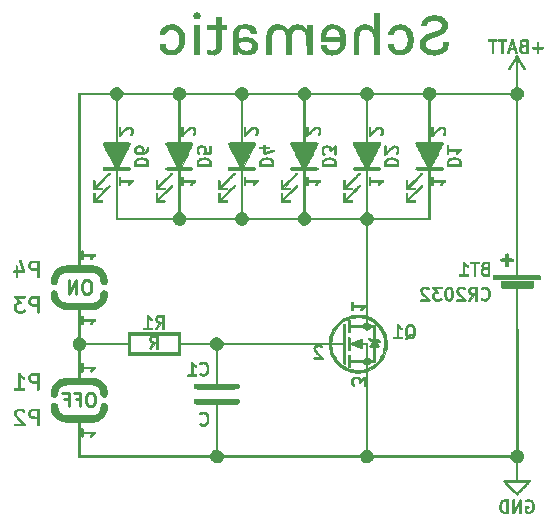
<source format=gbo>
G04 #@! TF.FileFunction,Legend,Bot*
%FSLAX46Y46*%
G04 Gerber Fmt 4.6, Leading zero omitted, Abs format (unit mm)*
G04 Created by KiCad (PCBNEW 4.0.6) date Friday, September 29, 2017 'AMt' 11:30:02 AM*
%MOMM*%
%LPD*%
G01*
G04 APERTURE LIST*
%ADD10C,0.100000*%
%ADD11C,0.285750*%
%ADD12C,0.010000*%
G04 APERTURE END LIST*
D10*
D11*
X76717071Y-85988071D02*
X76499357Y-85988071D01*
X76390499Y-86042500D01*
X76281642Y-86151357D01*
X76227214Y-86369071D01*
X76227214Y-86750071D01*
X76281642Y-86967786D01*
X76390499Y-87076643D01*
X76499357Y-87131071D01*
X76717071Y-87131071D01*
X76825928Y-87076643D01*
X76934785Y-86967786D01*
X76989214Y-86750071D01*
X76989214Y-86369071D01*
X76934785Y-86151357D01*
X76825928Y-86042500D01*
X76717071Y-85988071D01*
X75356356Y-86532357D02*
X75737356Y-86532357D01*
X75737356Y-87131071D02*
X75737356Y-85988071D01*
X75193070Y-85988071D01*
X74376642Y-86532357D02*
X74757642Y-86532357D01*
X74757642Y-87131071D02*
X74757642Y-85988071D01*
X74213356Y-85988071D01*
X76399572Y-76463071D02*
X76181858Y-76463071D01*
X76073000Y-76517500D01*
X75964143Y-76626357D01*
X75909715Y-76844071D01*
X75909715Y-77225071D01*
X75964143Y-77442786D01*
X76073000Y-77551643D01*
X76181858Y-77606071D01*
X76399572Y-77606071D01*
X76508429Y-77551643D01*
X76617286Y-77442786D01*
X76671715Y-77225071D01*
X76671715Y-76844071D01*
X76617286Y-76626357D01*
X76508429Y-76517500D01*
X76399572Y-76463071D01*
X75419857Y-77606071D02*
X75419857Y-76463071D01*
X74766714Y-77606071D01*
X74766714Y-76463071D01*
D12*
G36*
X113544483Y-95030808D02*
X113493100Y-95050532D01*
X113452237Y-95072882D01*
X113429813Y-95092114D01*
X113420287Y-95113490D01*
X113419158Y-95120742D01*
X113423714Y-95160644D01*
X113446628Y-95185053D01*
X113485477Y-95193087D01*
X113537839Y-95183861D01*
X113564909Y-95173950D01*
X113631435Y-95157377D01*
X113705917Y-95156771D01*
X113780452Y-95170698D01*
X113847134Y-95197724D01*
X113895722Y-95233926D01*
X113926812Y-95273029D01*
X113952278Y-95321723D01*
X113974423Y-95385377D01*
X113994271Y-95463663D01*
X114008204Y-95539009D01*
X114012671Y-95606722D01*
X114007636Y-95677226D01*
X113993266Y-95759966D01*
X113969372Y-95851704D01*
X113938347Y-95922654D01*
X113897245Y-95977083D01*
X113843119Y-96019257D01*
X113797900Y-96042872D01*
X113719170Y-96065756D01*
X113640092Y-96063247D01*
X113577265Y-96043305D01*
X113518500Y-96017311D01*
X113518500Y-95751800D01*
X113588350Y-95751800D01*
X113636446Y-95748873D01*
X113667744Y-95738656D01*
X113683600Y-95726400D01*
X113705781Y-95690723D01*
X113704261Y-95654754D01*
X113689043Y-95632057D01*
X113667210Y-95622852D01*
X113627208Y-95616190D01*
X113575973Y-95612180D01*
X113520439Y-95610934D01*
X113467540Y-95612562D01*
X113424210Y-95617176D01*
X113397386Y-95624885D01*
X113394041Y-95627340D01*
X113387710Y-95643972D01*
X113383151Y-95680446D01*
X113380257Y-95738378D01*
X113378922Y-95819386D01*
X113378800Y-95859913D01*
X113378800Y-96077247D01*
X113413725Y-96110192D01*
X113444245Y-96132642D01*
X113488185Y-96157625D01*
X113527643Y-96176068D01*
X113626688Y-96204450D01*
X113726346Y-96207474D01*
X113825892Y-96185151D01*
X113858545Y-96172245D01*
X113940868Y-96127312D01*
X114006775Y-96070440D01*
X114058445Y-95998577D01*
X114098061Y-95908670D01*
X114127805Y-95797667D01*
X114128439Y-95794607D01*
X114144936Y-95701231D01*
X114151830Y-95621448D01*
X114149099Y-95545325D01*
X114136724Y-95462933D01*
X114127659Y-95419619D01*
X114105009Y-95329210D01*
X114080806Y-95258518D01*
X114052413Y-95201884D01*
X114017189Y-95153648D01*
X113990277Y-95124998D01*
X113947865Y-95087763D01*
X113905262Y-95062675D01*
X113850702Y-95043035D01*
X113841793Y-95040440D01*
X113735429Y-95018880D01*
X113634801Y-95015713D01*
X113544483Y-95030808D01*
X113544483Y-95030808D01*
G37*
X113544483Y-95030808D02*
X113493100Y-95050532D01*
X113452237Y-95072882D01*
X113429813Y-95092114D01*
X113420287Y-95113490D01*
X113419158Y-95120742D01*
X113423714Y-95160644D01*
X113446628Y-95185053D01*
X113485477Y-95193087D01*
X113537839Y-95183861D01*
X113564909Y-95173950D01*
X113631435Y-95157377D01*
X113705917Y-95156771D01*
X113780452Y-95170698D01*
X113847134Y-95197724D01*
X113895722Y-95233926D01*
X113926812Y-95273029D01*
X113952278Y-95321723D01*
X113974423Y-95385377D01*
X113994271Y-95463663D01*
X114008204Y-95539009D01*
X114012671Y-95606722D01*
X114007636Y-95677226D01*
X113993266Y-95759966D01*
X113969372Y-95851704D01*
X113938347Y-95922654D01*
X113897245Y-95977083D01*
X113843119Y-96019257D01*
X113797900Y-96042872D01*
X113719170Y-96065756D01*
X113640092Y-96063247D01*
X113577265Y-96043305D01*
X113518500Y-96017311D01*
X113518500Y-95751800D01*
X113588350Y-95751800D01*
X113636446Y-95748873D01*
X113667744Y-95738656D01*
X113683600Y-95726400D01*
X113705781Y-95690723D01*
X113704261Y-95654754D01*
X113689043Y-95632057D01*
X113667210Y-95622852D01*
X113627208Y-95616190D01*
X113575973Y-95612180D01*
X113520439Y-95610934D01*
X113467540Y-95612562D01*
X113424210Y-95617176D01*
X113397386Y-95624885D01*
X113394041Y-95627340D01*
X113387710Y-95643972D01*
X113383151Y-95680446D01*
X113380257Y-95738378D01*
X113378922Y-95819386D01*
X113378800Y-95859913D01*
X113378800Y-96077247D01*
X113413725Y-96110192D01*
X113444245Y-96132642D01*
X113488185Y-96157625D01*
X113527643Y-96176068D01*
X113626688Y-96204450D01*
X113726346Y-96207474D01*
X113825892Y-96185151D01*
X113858545Y-96172245D01*
X113940868Y-96127312D01*
X114006775Y-96070440D01*
X114058445Y-95998577D01*
X114098061Y-95908670D01*
X114127805Y-95797667D01*
X114128439Y-95794607D01*
X114144936Y-95701231D01*
X114151830Y-95621448D01*
X114149099Y-95545325D01*
X114136724Y-95462933D01*
X114127659Y-95419619D01*
X114105009Y-95329210D01*
X114080806Y-95258518D01*
X114052413Y-95201884D01*
X114017189Y-95153648D01*
X113990277Y-95124998D01*
X113947865Y-95087763D01*
X113905262Y-95062675D01*
X113850702Y-95043035D01*
X113841793Y-95040440D01*
X113735429Y-95018880D01*
X113634801Y-95015713D01*
X113544483Y-95030808D01*
G36*
X112355658Y-95022848D02*
X112330952Y-95045318D01*
X112326159Y-95055199D01*
X112322244Y-95070332D01*
X112319142Y-95092994D01*
X112316793Y-95125465D01*
X112315131Y-95170023D01*
X112314094Y-95228948D01*
X112313620Y-95304520D01*
X112313645Y-95399016D01*
X112314106Y-95514716D01*
X112314784Y-95629988D01*
X112315641Y-95766226D01*
X112316490Y-95879235D01*
X112317614Y-95971182D01*
X112319298Y-96044238D01*
X112321825Y-96100569D01*
X112325478Y-96142346D01*
X112330542Y-96171737D01*
X112337301Y-96190910D01*
X112346037Y-96202035D01*
X112357035Y-96207279D01*
X112370579Y-96208812D01*
X112386952Y-96208802D01*
X112390511Y-96208805D01*
X112401222Y-96208712D01*
X112410938Y-96206969D01*
X112420963Y-96201581D01*
X112432599Y-96190553D01*
X112447147Y-96171891D01*
X112465911Y-96143599D01*
X112490192Y-96103681D01*
X112521293Y-96050144D01*
X112560517Y-95980992D01*
X112609165Y-95894229D01*
X112668540Y-95787861D01*
X112687564Y-95753756D01*
X112902550Y-95368363D01*
X112905907Y-95771723D01*
X112907434Y-95903602D01*
X112909619Y-96010392D01*
X112912474Y-96092394D01*
X112916013Y-96149912D01*
X112920246Y-96183246D01*
X112923337Y-96192042D01*
X112947359Y-96204732D01*
X112982703Y-96208486D01*
X113016841Y-96203109D01*
X113033361Y-96193760D01*
X113037268Y-96183026D01*
X113040517Y-96158250D01*
X113043152Y-96117820D01*
X113045215Y-96060123D01*
X113046749Y-95983546D01*
X113047796Y-95886477D01*
X113048399Y-95767303D01*
X113048600Y-95624412D01*
X113048600Y-95617878D01*
X113048549Y-95483559D01*
X113048335Y-95372358D01*
X113047867Y-95281989D01*
X113047053Y-95210170D01*
X113045802Y-95154618D01*
X113044024Y-95113049D01*
X113041627Y-95083179D01*
X113038520Y-95062727D01*
X113034611Y-95049407D01*
X113029810Y-95040937D01*
X113025375Y-95036218D01*
X112988864Y-95017153D01*
X112952252Y-95022448D01*
X112925697Y-95044867D01*
X112914253Y-95062614D01*
X112892049Y-95099828D01*
X112860658Y-95153773D01*
X112821651Y-95221710D01*
X112776603Y-95300902D01*
X112727084Y-95388613D01*
X112680300Y-95472028D01*
X112458050Y-95869521D01*
X112454802Y-95458235D01*
X112453793Y-95344149D01*
X112452659Y-95252831D01*
X112451249Y-95181646D01*
X112449411Y-95127964D01*
X112446993Y-95089151D01*
X112443843Y-95062573D01*
X112439808Y-95045600D01*
X112434738Y-95035597D01*
X112430150Y-95031075D01*
X112392430Y-95016056D01*
X112355658Y-95022848D01*
X112355658Y-95022848D01*
G37*
X112355658Y-95022848D02*
X112330952Y-95045318D01*
X112326159Y-95055199D01*
X112322244Y-95070332D01*
X112319142Y-95092994D01*
X112316793Y-95125465D01*
X112315131Y-95170023D01*
X112314094Y-95228948D01*
X112313620Y-95304520D01*
X112313645Y-95399016D01*
X112314106Y-95514716D01*
X112314784Y-95629988D01*
X112315641Y-95766226D01*
X112316490Y-95879235D01*
X112317614Y-95971182D01*
X112319298Y-96044238D01*
X112321825Y-96100569D01*
X112325478Y-96142346D01*
X112330542Y-96171737D01*
X112337301Y-96190910D01*
X112346037Y-96202035D01*
X112357035Y-96207279D01*
X112370579Y-96208812D01*
X112386952Y-96208802D01*
X112390511Y-96208805D01*
X112401222Y-96208712D01*
X112410938Y-96206969D01*
X112420963Y-96201581D01*
X112432599Y-96190553D01*
X112447147Y-96171891D01*
X112465911Y-96143599D01*
X112490192Y-96103681D01*
X112521293Y-96050144D01*
X112560517Y-95980992D01*
X112609165Y-95894229D01*
X112668540Y-95787861D01*
X112687564Y-95753756D01*
X112902550Y-95368363D01*
X112905907Y-95771723D01*
X112907434Y-95903602D01*
X112909619Y-96010392D01*
X112912474Y-96092394D01*
X112916013Y-96149912D01*
X112920246Y-96183246D01*
X112923337Y-96192042D01*
X112947359Y-96204732D01*
X112982703Y-96208486D01*
X113016841Y-96203109D01*
X113033361Y-96193760D01*
X113037268Y-96183026D01*
X113040517Y-96158250D01*
X113043152Y-96117820D01*
X113045215Y-96060123D01*
X113046749Y-95983546D01*
X113047796Y-95886477D01*
X113048399Y-95767303D01*
X113048600Y-95624412D01*
X113048600Y-95617878D01*
X113048549Y-95483559D01*
X113048335Y-95372358D01*
X113047867Y-95281989D01*
X113047053Y-95210170D01*
X113045802Y-95154618D01*
X113044024Y-95113049D01*
X113041627Y-95083179D01*
X113038520Y-95062727D01*
X113034611Y-95049407D01*
X113029810Y-95040937D01*
X113025375Y-95036218D01*
X112988864Y-95017153D01*
X112952252Y-95022448D01*
X112925697Y-95044867D01*
X112914253Y-95062614D01*
X112892049Y-95099828D01*
X112860658Y-95153773D01*
X112821651Y-95221710D01*
X112776603Y-95300902D01*
X112727084Y-95388613D01*
X112680300Y-95472028D01*
X112458050Y-95869521D01*
X112454802Y-95458235D01*
X112453793Y-95344149D01*
X112452659Y-95252831D01*
X112451249Y-95181646D01*
X112449411Y-95127964D01*
X112446993Y-95089151D01*
X112443843Y-95062573D01*
X112439808Y-95045600D01*
X112434738Y-95035597D01*
X112430150Y-95031075D01*
X112392430Y-95016056D01*
X112355658Y-95022848D01*
G36*
X111707323Y-95016290D02*
X111638247Y-95021589D01*
X111575150Y-95029801D01*
X111524248Y-95040722D01*
X111521514Y-95041519D01*
X111443433Y-95072277D01*
X111380166Y-95115132D01*
X111329349Y-95173039D01*
X111288618Y-95248953D01*
X111255610Y-95345828D01*
X111244966Y-95387224D01*
X111228688Y-95481856D01*
X111221787Y-95585338D01*
X111223831Y-95691215D01*
X111234390Y-95793029D01*
X111253031Y-95884327D01*
X111279323Y-95958652D01*
X111283777Y-95967700D01*
X111318608Y-96018613D01*
X111369531Y-96072560D01*
X111429148Y-96122914D01*
X111490060Y-96163045D01*
X111516656Y-96176326D01*
X111550733Y-96190206D01*
X111582074Y-96199515D01*
X111617120Y-96205146D01*
X111662310Y-96207992D01*
X111724085Y-96208947D01*
X111752241Y-96209000D01*
X111833424Y-96207746D01*
X111889782Y-96203960D01*
X111921765Y-96197602D01*
X111928460Y-96193760D01*
X111932341Y-96183077D01*
X111935574Y-96158398D01*
X111938200Y-96118118D01*
X111940261Y-96060632D01*
X111941800Y-95984336D01*
X111942858Y-95887626D01*
X111943477Y-95768897D01*
X111943699Y-95626545D01*
X111943700Y-95610006D01*
X111943665Y-95475004D01*
X111943494Y-95363160D01*
X111943093Y-95272234D01*
X111942368Y-95199986D01*
X111941445Y-95154900D01*
X111804000Y-95154900D01*
X111804000Y-96069300D01*
X111716651Y-96069300D01*
X111657495Y-96065870D01*
X111604461Y-96056750D01*
X111580126Y-96049118D01*
X111525513Y-96017475D01*
X111471252Y-95970758D01*
X111426666Y-95917652D01*
X111410957Y-95891500D01*
X111385183Y-95820898D01*
X111368894Y-95733458D01*
X111362287Y-95635984D01*
X111365558Y-95535278D01*
X111378902Y-95438144D01*
X111395963Y-95370700D01*
X111419685Y-95310321D01*
X111450473Y-95263699D01*
X111476536Y-95236248D01*
X111528464Y-95195771D01*
X111586348Y-95170228D01*
X111656707Y-95157437D01*
X111719749Y-95154900D01*
X111804000Y-95154900D01*
X111941445Y-95154900D01*
X111941225Y-95144173D01*
X111939568Y-95102556D01*
X111937302Y-95072894D01*
X111934334Y-95052945D01*
X111930569Y-95040468D01*
X111925911Y-95033223D01*
X111920267Y-95028969D01*
X111919135Y-95028346D01*
X111888285Y-95019933D01*
X111838556Y-95015256D01*
X111776164Y-95014110D01*
X111707323Y-95016290D01*
X111707323Y-95016290D01*
G37*
X111707323Y-95016290D02*
X111638247Y-95021589D01*
X111575150Y-95029801D01*
X111524248Y-95040722D01*
X111521514Y-95041519D01*
X111443433Y-95072277D01*
X111380166Y-95115132D01*
X111329349Y-95173039D01*
X111288618Y-95248953D01*
X111255610Y-95345828D01*
X111244966Y-95387224D01*
X111228688Y-95481856D01*
X111221787Y-95585338D01*
X111223831Y-95691215D01*
X111234390Y-95793029D01*
X111253031Y-95884327D01*
X111279323Y-95958652D01*
X111283777Y-95967700D01*
X111318608Y-96018613D01*
X111369531Y-96072560D01*
X111429148Y-96122914D01*
X111490060Y-96163045D01*
X111516656Y-96176326D01*
X111550733Y-96190206D01*
X111582074Y-96199515D01*
X111617120Y-96205146D01*
X111662310Y-96207992D01*
X111724085Y-96208947D01*
X111752241Y-96209000D01*
X111833424Y-96207746D01*
X111889782Y-96203960D01*
X111921765Y-96197602D01*
X111928460Y-96193760D01*
X111932341Y-96183077D01*
X111935574Y-96158398D01*
X111938200Y-96118118D01*
X111940261Y-96060632D01*
X111941800Y-95984336D01*
X111942858Y-95887626D01*
X111943477Y-95768897D01*
X111943699Y-95626545D01*
X111943700Y-95610006D01*
X111943665Y-95475004D01*
X111943494Y-95363160D01*
X111943093Y-95272234D01*
X111942368Y-95199986D01*
X111941445Y-95154900D01*
X111804000Y-95154900D01*
X111804000Y-96069300D01*
X111716651Y-96069300D01*
X111657495Y-96065870D01*
X111604461Y-96056750D01*
X111580126Y-96049118D01*
X111525513Y-96017475D01*
X111471252Y-95970758D01*
X111426666Y-95917652D01*
X111410957Y-95891500D01*
X111385183Y-95820898D01*
X111368894Y-95733458D01*
X111362287Y-95635984D01*
X111365558Y-95535278D01*
X111378902Y-95438144D01*
X111395963Y-95370700D01*
X111419685Y-95310321D01*
X111450473Y-95263699D01*
X111476536Y-95236248D01*
X111528464Y-95195771D01*
X111586348Y-95170228D01*
X111656707Y-95157437D01*
X111719749Y-95154900D01*
X111804000Y-95154900D01*
X111941445Y-95154900D01*
X111941225Y-95144173D01*
X111939568Y-95102556D01*
X111937302Y-95072894D01*
X111934334Y-95052945D01*
X111930569Y-95040468D01*
X111925911Y-95033223D01*
X111920267Y-95028969D01*
X111919135Y-95028346D01*
X111888285Y-95019933D01*
X111838556Y-95015256D01*
X111776164Y-95014110D01*
X111707323Y-95016290D01*
G36*
X112664668Y-57415343D02*
X112654814Y-57420307D01*
X112643190Y-57430221D01*
X112628601Y-57446870D01*
X112609846Y-57472042D01*
X112585728Y-57507523D01*
X112555050Y-57555100D01*
X112516614Y-57616559D01*
X112469221Y-57693688D01*
X112411673Y-57788272D01*
X112342774Y-57902098D01*
X112309845Y-57956600D01*
X112232186Y-58085442D01*
X112166950Y-58194467D01*
X112113243Y-58285483D01*
X112070170Y-58360299D01*
X112036836Y-58420726D01*
X112012346Y-58468573D01*
X111995805Y-58505650D01*
X111986317Y-58533765D01*
X111982989Y-58554729D01*
X111984924Y-58570352D01*
X111991229Y-58582442D01*
X111997041Y-58589060D01*
X112026031Y-58602514D01*
X112062547Y-58601460D01*
X112093897Y-58586770D01*
X112098602Y-58582075D01*
X112109336Y-58566337D01*
X112131443Y-58531353D01*
X112163336Y-58479721D01*
X112203430Y-58414039D01*
X112250137Y-58336905D01*
X112301872Y-58250919D01*
X112356380Y-58159800D01*
X112411143Y-58068162D01*
X112462072Y-57983256D01*
X112507645Y-57907595D01*
X112546341Y-57843690D01*
X112576639Y-57794055D01*
X112597016Y-57761204D01*
X112605950Y-57747648D01*
X112605976Y-57747619D01*
X112607564Y-57758214D01*
X112609008Y-57792583D01*
X112610296Y-57849099D01*
X112611419Y-57926139D01*
X112612366Y-58022075D01*
X112613126Y-58135281D01*
X112613689Y-58264133D01*
X112614044Y-58407005D01*
X112614180Y-58562270D01*
X112614087Y-58728302D01*
X112613754Y-58903477D01*
X112613691Y-58927271D01*
X112610450Y-60119053D01*
X112540600Y-60136851D01*
X112437825Y-60175714D01*
X112345954Y-60235517D01*
X112268276Y-60312966D01*
X112208081Y-60404770D01*
X112168659Y-60507636D01*
X112168150Y-60509607D01*
X112150353Y-60579150D01*
X108975254Y-60582349D01*
X105800155Y-60585549D01*
X105792362Y-60537899D01*
X105773254Y-60471585D01*
X105738946Y-60399050D01*
X105694450Y-60329454D01*
X105649259Y-60276330D01*
X105560364Y-60204669D01*
X105462018Y-60154667D01*
X105357652Y-60126285D01*
X105250697Y-60119480D01*
X105144584Y-60134214D01*
X105042744Y-60170445D01*
X104948608Y-60228133D01*
X104885221Y-60285354D01*
X104825433Y-60359826D01*
X104779452Y-60440106D01*
X104751320Y-60518784D01*
X104747459Y-60537875D01*
X104739554Y-60585500D01*
X100504247Y-60585500D01*
X100495969Y-60533734D01*
X100476747Y-60466934D01*
X100441747Y-60393997D01*
X100395792Y-60323650D01*
X100351336Y-60272027D01*
X100265112Y-60203201D01*
X100166738Y-60154374D01*
X100060563Y-60126238D01*
X99950935Y-60119486D01*
X99842201Y-60134811D01*
X99738710Y-60172905D01*
X99736358Y-60174089D01*
X99656280Y-60225653D01*
X99583534Y-60293245D01*
X99522485Y-60371308D01*
X99477497Y-60454286D01*
X99453297Y-60534426D01*
X99444655Y-60585574D01*
X95214347Y-60579150D01*
X95196551Y-60509607D01*
X95158080Y-60408187D01*
X95099471Y-60318485D01*
X95024115Y-60242657D01*
X94935405Y-60182856D01*
X94836733Y-60141238D01*
X94731490Y-60119955D01*
X94623069Y-60121164D01*
X94592367Y-60125870D01*
X94487359Y-60156908D01*
X94390752Y-60207688D01*
X94305927Y-60275010D01*
X94236264Y-60355674D01*
X94185146Y-60446479D01*
X94157089Y-60537875D01*
X94148174Y-60585500D01*
X92036274Y-60585499D01*
X89924374Y-60585499D01*
X89898256Y-60499511D01*
X89854142Y-60395129D01*
X89790303Y-60302828D01*
X89709930Y-60226080D01*
X89616213Y-60168360D01*
X89579839Y-60152913D01*
X89469437Y-60123986D01*
X89359414Y-60118748D01*
X89252773Y-60135627D01*
X89152516Y-60173048D01*
X89061644Y-60229436D01*
X88983159Y-60303218D01*
X88920063Y-60392820D01*
X88875358Y-60496666D01*
X88866868Y-60526793D01*
X88852085Y-60585500D01*
X86740402Y-60585499D01*
X86467681Y-60585484D01*
X86219240Y-60585430D01*
X85993957Y-60585326D01*
X85790711Y-60585163D01*
X85608381Y-60584930D01*
X85445847Y-60584615D01*
X85301987Y-60584209D01*
X85175681Y-60583701D01*
X85065807Y-60583080D01*
X84971246Y-60582335D01*
X84890874Y-60581457D01*
X84823573Y-60580433D01*
X84768221Y-60579254D01*
X84723697Y-60577910D01*
X84688880Y-60576388D01*
X84662649Y-60574679D01*
X84643883Y-60572773D01*
X84631462Y-60570658D01*
X84624264Y-60568324D01*
X84621168Y-60565760D01*
X84621009Y-60565411D01*
X84613953Y-60534397D01*
X84613290Y-60524136D01*
X84605525Y-60488983D01*
X84584757Y-60441272D01*
X84554742Y-60387534D01*
X84519237Y-60334297D01*
X84481996Y-60288090D01*
X84470705Y-60276235D01*
X84382776Y-60204719D01*
X84286864Y-60155259D01*
X84185990Y-60127019D01*
X84083174Y-60119164D01*
X83981438Y-60130856D01*
X83883803Y-60161260D01*
X83793289Y-60209539D01*
X83712919Y-60274857D01*
X83645711Y-60356378D01*
X83594689Y-60453266D01*
X83571359Y-60525175D01*
X83556185Y-60585500D01*
X81444651Y-60585499D01*
X79333116Y-60585499D01*
X79317942Y-60525174D01*
X79279179Y-60419845D01*
X79220740Y-60326897D01*
X79145758Y-60248408D01*
X79057370Y-60186452D01*
X78958713Y-60143106D01*
X78852920Y-60120444D01*
X78743129Y-60120544D01*
X78713046Y-60124770D01*
X78598506Y-60156366D01*
X78497725Y-60208774D01*
X78412360Y-60280536D01*
X78344069Y-60370194D01*
X78294511Y-60476290D01*
X78286917Y-60499602D01*
X78260827Y-60585499D01*
X76922934Y-60585499D01*
X75585041Y-60585500D01*
X75565271Y-60613725D01*
X75563866Y-60617375D01*
X75562528Y-60624616D01*
X75561257Y-60636051D01*
X75560049Y-60652283D01*
X75558904Y-60673915D01*
X75557820Y-60701549D01*
X75556795Y-60735787D01*
X75555828Y-60777233D01*
X75554916Y-60826490D01*
X75554059Y-60884159D01*
X75553255Y-60950843D01*
X75552502Y-61027146D01*
X75551798Y-61113669D01*
X75551142Y-61211016D01*
X75550532Y-61319789D01*
X75549967Y-61440590D01*
X75549444Y-61574023D01*
X75548963Y-61720689D01*
X75548522Y-61881193D01*
X75548118Y-62056135D01*
X75547751Y-62246120D01*
X75547419Y-62451749D01*
X75547120Y-62673625D01*
X75546853Y-62912351D01*
X75546615Y-63168530D01*
X75546406Y-63442764D01*
X75546223Y-63735655D01*
X75546065Y-64047807D01*
X75545931Y-64379823D01*
X75545818Y-64732303D01*
X75545725Y-65105853D01*
X75545651Y-65501073D01*
X75545594Y-65918567D01*
X75545552Y-66358938D01*
X75545523Y-66822787D01*
X75545507Y-67310718D01*
X75545501Y-67823333D01*
X75545500Y-67922301D01*
X75545500Y-75202651D01*
X75021625Y-75206582D01*
X74875988Y-75207897D01*
X74752671Y-75209654D01*
X74648595Y-75212122D01*
X74560682Y-75215572D01*
X74485851Y-75220273D01*
X74421026Y-75226495D01*
X74363125Y-75234509D01*
X74309071Y-75244583D01*
X74255785Y-75256988D01*
X74200186Y-75271994D01*
X74167550Y-75281440D01*
X74002315Y-75343224D01*
X73846700Y-75428188D01*
X73702085Y-75535490D01*
X73607283Y-75624318D01*
X73486652Y-75764842D01*
X73389868Y-75914043D01*
X73316803Y-76072213D01*
X73267327Y-76239643D01*
X73241313Y-76416626D01*
X73238549Y-76460500D01*
X73235888Y-76524603D01*
X73235573Y-76569569D01*
X73238324Y-76601611D01*
X73244864Y-76626940D01*
X73255915Y-76651767D01*
X73262160Y-76663700D01*
X73300504Y-76716063D01*
X73352671Y-76761402D01*
X73353735Y-76762125D01*
X73392463Y-76785844D01*
X73426376Y-76798306D01*
X73467329Y-76802942D01*
X73496392Y-76803400D01*
X73582895Y-76792883D01*
X73654805Y-76761975D01*
X73711284Y-76711639D01*
X73751494Y-76642836D01*
X73774596Y-76556529D01*
X73780200Y-76477583D01*
X73791970Y-76372610D01*
X73825402Y-76265184D01*
X73877685Y-76159638D01*
X73946004Y-76060307D01*
X74027547Y-75971523D01*
X74119500Y-75897620D01*
X74180250Y-75861308D01*
X74215756Y-75843386D01*
X74250613Y-75827478D01*
X74286489Y-75813464D01*
X74325047Y-75801224D01*
X74367955Y-75790639D01*
X74416877Y-75781590D01*
X74473479Y-75773958D01*
X74539426Y-75767623D01*
X74616385Y-75762467D01*
X74706020Y-75758369D01*
X74809997Y-75755210D01*
X74929981Y-75752872D01*
X75067639Y-75751234D01*
X75224636Y-75750179D01*
X75402637Y-75749585D01*
X75603308Y-75749335D01*
X75744166Y-75749300D01*
X75930390Y-75749320D01*
X76093006Y-75749409D01*
X76233807Y-75749607D01*
X76354585Y-75749953D01*
X76457133Y-75750489D01*
X76543243Y-75751254D01*
X76614706Y-75752288D01*
X76673317Y-75753633D01*
X76720866Y-75755328D01*
X76759147Y-75757414D01*
X76789951Y-75759930D01*
X76815072Y-75762918D01*
X76836301Y-75766417D01*
X76855430Y-75770468D01*
X76872509Y-75774663D01*
X76998350Y-75819615D01*
X77113916Y-75886178D01*
X77216521Y-75971724D01*
X77303481Y-76073625D01*
X77372110Y-76189254D01*
X77417504Y-76308100D01*
X77427419Y-76352014D01*
X77437255Y-76411507D01*
X77445499Y-76476795D01*
X77448587Y-76508977D01*
X77454624Y-76571500D01*
X77461488Y-76615499D01*
X77470964Y-76647836D01*
X77484835Y-76675370D01*
X77496489Y-76693127D01*
X77547964Y-76746751D01*
X77612331Y-76782874D01*
X77684282Y-76801204D01*
X77758511Y-76801447D01*
X77829711Y-76783312D01*
X77892576Y-76746507D01*
X77923010Y-76716629D01*
X77949265Y-76680550D01*
X77967203Y-76641945D01*
X77977873Y-76595573D01*
X77982327Y-76536193D01*
X77981616Y-76458563D01*
X77980510Y-76429945D01*
X77960688Y-76255917D01*
X77917536Y-76089351D01*
X77852442Y-75931867D01*
X77766794Y-75785089D01*
X77661982Y-75650636D01*
X77539394Y-75530133D01*
X77400420Y-75425199D01*
X77246447Y-75337458D01*
X77078865Y-75268531D01*
X76955200Y-75232587D01*
X76930884Y-75227641D01*
X76900216Y-75223432D01*
X76860880Y-75219870D01*
X76810559Y-75216869D01*
X76746935Y-75214339D01*
X76667692Y-75212193D01*
X76570511Y-75210341D01*
X76453075Y-75208697D01*
X76313068Y-75207172D01*
X76278925Y-75206842D01*
X75685200Y-75201226D01*
X75685200Y-60725079D01*
X76975977Y-60728314D01*
X78266754Y-60731550D01*
X78284030Y-60799058D01*
X78315713Y-60886437D01*
X78365446Y-60966004D01*
X78435002Y-61041814D01*
X78512436Y-61102906D01*
X78597427Y-61149046D01*
X78681933Y-61175908D01*
X78685575Y-61176591D01*
X78733200Y-61185226D01*
X78733200Y-64801900D01*
X78214469Y-64801900D01*
X78085435Y-64801966D01*
X77979437Y-64802232D01*
X77894111Y-64802795D01*
X77827091Y-64803752D01*
X77776015Y-64805200D01*
X77738517Y-64807238D01*
X77712233Y-64809963D01*
X77694800Y-64813473D01*
X77683853Y-64817865D01*
X77677028Y-64823237D01*
X77676221Y-64824125D01*
X77656320Y-64854733D01*
X77648385Y-64873703D01*
X77649823Y-64884732D01*
X77657735Y-64907749D01*
X77672606Y-64943773D01*
X77694924Y-64993825D01*
X77725177Y-65058921D01*
X77763852Y-65140082D01*
X77811438Y-65238327D01*
X77868421Y-65354674D01*
X77935289Y-65490142D01*
X78012530Y-65645750D01*
X78100631Y-65822518D01*
X78142120Y-65905578D01*
X78644176Y-66910100D01*
X78187865Y-66910100D01*
X78081440Y-66910420D01*
X77982091Y-66911333D01*
X77892920Y-66912761D01*
X77817023Y-66914632D01*
X77757502Y-66916868D01*
X77717455Y-66919397D01*
X77700536Y-66921893D01*
X77670781Y-66944831D01*
X77655170Y-66980413D01*
X77653442Y-67020894D01*
X77665334Y-67058528D01*
X77690587Y-67085570D01*
X77706287Y-67092232D01*
X77725335Y-67094013D01*
X77766848Y-67095666D01*
X77827889Y-67097144D01*
X77905523Y-67098403D01*
X77996813Y-67099397D01*
X78098826Y-67100079D01*
X78208624Y-67100406D01*
X78234725Y-67100426D01*
X78733200Y-67100600D01*
X78733200Y-69188194D01*
X78733227Y-69463219D01*
X78733312Y-69713914D01*
X78733466Y-69941350D01*
X78733696Y-70146596D01*
X78734011Y-70330722D01*
X78734421Y-70494800D01*
X78734934Y-70639898D01*
X78735560Y-70767087D01*
X78736306Y-70877438D01*
X78737182Y-70972020D01*
X78738197Y-71051903D01*
X78739360Y-71118158D01*
X78740679Y-71171855D01*
X78742163Y-71214064D01*
X78743822Y-71245855D01*
X78745663Y-71268298D01*
X78747697Y-71282464D01*
X78749931Y-71289422D01*
X78750612Y-71290240D01*
X78759908Y-71292114D01*
X78783570Y-71293837D01*
X78822314Y-71295412D01*
X78876853Y-71296845D01*
X78947903Y-71298138D01*
X79036179Y-71299298D01*
X79142395Y-71300326D01*
X79267266Y-71301229D01*
X79411507Y-71302009D01*
X79575833Y-71302672D01*
X79760958Y-71303220D01*
X79967597Y-71303660D01*
X80196466Y-71303994D01*
X80448279Y-71304227D01*
X80723750Y-71304364D01*
X81023595Y-71304408D01*
X81162080Y-71304399D01*
X83556137Y-71304107D01*
X83570837Y-71362489D01*
X83610954Y-71471799D01*
X83672295Y-71570059D01*
X83752081Y-71653245D01*
X83793404Y-71684786D01*
X83888552Y-71735388D01*
X83993547Y-71765210D01*
X84103028Y-71773817D01*
X84211636Y-71760775D01*
X84311557Y-71726805D01*
X84410812Y-71667025D01*
X84494869Y-71589063D01*
X84560910Y-71496294D01*
X84606118Y-71392093D01*
X84613842Y-71364624D01*
X84629016Y-71304299D01*
X86740551Y-71304299D01*
X88852085Y-71304300D01*
X88867194Y-71364625D01*
X88896121Y-71454290D01*
X88936254Y-71529286D01*
X88993032Y-71599678D01*
X88995663Y-71602474D01*
X89082341Y-71679876D01*
X89174445Y-71733185D01*
X89274995Y-71763594D01*
X89387014Y-71772297D01*
X89422254Y-71770920D01*
X89535422Y-71751758D01*
X89639118Y-71710321D01*
X89730783Y-71648775D01*
X89807859Y-71569286D01*
X89867787Y-71474021D01*
X89908006Y-71365146D01*
X89909726Y-71358275D01*
X89922880Y-71304300D01*
X94148174Y-71304300D01*
X94156809Y-71351925D01*
X94186939Y-71449830D01*
X94238745Y-71541407D01*
X94308618Y-71622716D01*
X94392945Y-71689818D01*
X94488117Y-71738773D01*
X94522135Y-71750532D01*
X94633840Y-71772169D01*
X94743924Y-71770461D01*
X94849354Y-71747086D01*
X94947097Y-71703718D01*
X95034121Y-71642036D01*
X95107392Y-71563716D01*
X95163877Y-71470434D01*
X95197286Y-71377316D01*
X95214347Y-71310650D01*
X97329204Y-71307437D01*
X99444060Y-71304225D01*
X99452702Y-71351887D01*
X99483211Y-71451615D01*
X99535388Y-71544133D01*
X99605734Y-71625677D01*
X99690752Y-71692485D01*
X99786944Y-71740792D01*
X99826074Y-71753621D01*
X99904101Y-71775514D01*
X99904100Y-75617965D01*
X99904092Y-75990000D01*
X99904065Y-76337460D01*
X99904014Y-76661172D01*
X99903935Y-76961961D01*
X99903823Y-77240653D01*
X99903676Y-77498075D01*
X99903487Y-77735051D01*
X99903254Y-77952409D01*
X99902971Y-78150972D01*
X99902634Y-78331568D01*
X99902240Y-78495022D01*
X99901783Y-78642160D01*
X99901260Y-78773808D01*
X99900666Y-78890792D01*
X99899996Y-78993937D01*
X99899248Y-79084069D01*
X99898416Y-79162014D01*
X99897495Y-79228598D01*
X99896483Y-79284646D01*
X99895374Y-79330986D01*
X99894164Y-79368441D01*
X99892849Y-79397838D01*
X99891424Y-79420004D01*
X99889886Y-79435763D01*
X99888230Y-79445942D01*
X99886451Y-79451366D01*
X99884546Y-79452861D01*
X99884172Y-79452770D01*
X99863621Y-79447046D01*
X99824669Y-79437911D01*
X99773837Y-79426856D01*
X99741297Y-79420114D01*
X99494994Y-79382420D01*
X99250183Y-79369155D01*
X99008365Y-79379585D01*
X98771039Y-79412980D01*
X98539706Y-79468607D01*
X98315865Y-79545735D01*
X98101016Y-79643633D01*
X97896659Y-79761568D01*
X97704295Y-79898808D01*
X97525423Y-80054623D01*
X97361542Y-80228279D01*
X97214154Y-80419047D01*
X97084758Y-80626193D01*
X97021846Y-80746750D01*
X96950346Y-80910515D01*
X96888952Y-81085549D01*
X96839585Y-81264764D01*
X96804170Y-81441073D01*
X96784626Y-81607389D01*
X96783473Y-81625739D01*
X96776073Y-81756400D01*
X87805165Y-81756400D01*
X87784324Y-81681440D01*
X87745439Y-81586191D01*
X87685788Y-81497635D01*
X87609916Y-81420372D01*
X87522371Y-81358999D01*
X87427700Y-81318114D01*
X87424001Y-81317020D01*
X87343282Y-81302216D01*
X87252528Y-81299541D01*
X87161402Y-81308391D01*
X87079566Y-81328160D01*
X87048129Y-81340557D01*
X86957065Y-81395472D01*
X86876523Y-81469397D01*
X86810873Y-81557127D01*
X86764485Y-81653456D01*
X86752386Y-81692900D01*
X86737741Y-81750050D01*
X85472321Y-81753286D01*
X84206900Y-81756522D01*
X84206900Y-81096000D01*
X83978300Y-81096000D01*
X83978300Y-82569200D01*
X79965100Y-82569200D01*
X79965100Y-81096000D01*
X83978300Y-81096000D01*
X84206900Y-81096000D01*
X84206900Y-80945016D01*
X84176251Y-80909383D01*
X84145601Y-80873750D01*
X82001376Y-80870237D01*
X81769561Y-80869898D01*
X81544397Y-80869650D01*
X81327215Y-80869490D01*
X81119348Y-80869416D01*
X80922127Y-80869427D01*
X80736885Y-80869519D01*
X80564954Y-80869691D01*
X80407666Y-80869940D01*
X80266353Y-80870265D01*
X80142348Y-80870663D01*
X80036983Y-80871132D01*
X79951589Y-80871671D01*
X79887499Y-80872276D01*
X79846045Y-80872945D01*
X79828560Y-80873678D01*
X79828252Y-80873735D01*
X79796982Y-80888190D01*
X79774277Y-80905823D01*
X79767386Y-80913778D01*
X79761886Y-80924186D01*
X79757622Y-80939778D01*
X79754436Y-80963286D01*
X79752172Y-80997440D01*
X79750673Y-81044972D01*
X79749784Y-81108613D01*
X79749348Y-81191093D01*
X79749208Y-81295145D01*
X79749200Y-81343650D01*
X79749200Y-81756400D01*
X76156903Y-81756400D01*
X76135953Y-81683375D01*
X76099260Y-81587289D01*
X76046237Y-81504397D01*
X76000583Y-81453356D01*
X75921319Y-81387355D01*
X75832942Y-81337498D01*
X75751875Y-81310113D01*
X75685200Y-81295158D01*
X75685200Y-80110613D01*
X75685201Y-78926068D01*
X76285275Y-78921275D01*
X76425087Y-78920111D01*
X76542017Y-78918970D01*
X76638585Y-78917734D01*
X76717308Y-78916287D01*
X76780704Y-78914510D01*
X76831293Y-78912287D01*
X76871593Y-78909499D01*
X76904122Y-78906029D01*
X76931398Y-78901759D01*
X76955940Y-78896572D01*
X76980265Y-78890351D01*
X76986950Y-78888526D01*
X77151613Y-78834549D01*
X77297717Y-78767525D01*
X77429796Y-78684983D01*
X77552384Y-78584453D01*
X77562460Y-78575050D01*
X77661464Y-78474765D01*
X77741864Y-78376729D01*
X77808799Y-78274167D01*
X77851374Y-78194050D01*
X77906726Y-78068499D01*
X77944981Y-77949781D01*
X77968534Y-77828441D01*
X77979783Y-77695027D01*
X77980132Y-77686050D01*
X77982353Y-77617587D01*
X77982717Y-77568886D01*
X77980604Y-77534337D01*
X77975391Y-77508331D01*
X77966458Y-77485258D01*
X77955493Y-77463800D01*
X77908205Y-77398585D01*
X77847250Y-77354477D01*
X77771566Y-77330822D01*
X77732528Y-77326682D01*
X77680025Y-77325783D01*
X77641380Y-77331173D01*
X77605409Y-77344895D01*
X77590200Y-77352673D01*
X77546971Y-77382766D01*
X77507065Y-77421637D01*
X77496319Y-77435347D01*
X77478908Y-77462840D01*
X77466968Y-77490976D01*
X77458726Y-77526561D01*
X77452407Y-77576402D01*
X77448587Y-77618522D01*
X77441727Y-77683013D01*
X77432509Y-77746666D01*
X77422445Y-77799698D01*
X77417504Y-77819400D01*
X77370791Y-77939957D01*
X77303765Y-78052566D01*
X77219922Y-78152945D01*
X77122757Y-78236814D01*
X77031400Y-78292374D01*
X77001765Y-78307240D01*
X76975091Y-78320284D01*
X76949592Y-78331625D01*
X76923481Y-78341382D01*
X76894971Y-78349674D01*
X76862274Y-78356620D01*
X76823605Y-78362339D01*
X76777176Y-78366950D01*
X76721200Y-78370571D01*
X76653890Y-78373322D01*
X76573460Y-78375322D01*
X76478122Y-78376689D01*
X76366090Y-78377543D01*
X76235576Y-78378002D01*
X76084795Y-78378185D01*
X75911958Y-78378211D01*
X75741888Y-78378199D01*
X75532977Y-78378092D01*
X75347755Y-78377734D01*
X75184509Y-78377070D01*
X75041528Y-78376043D01*
X74917101Y-78374598D01*
X74809517Y-78372680D01*
X74717064Y-78370233D01*
X74638032Y-78367201D01*
X74570708Y-78363530D01*
X74513381Y-78359163D01*
X74464341Y-78354045D01*
X74421875Y-78348121D01*
X74384273Y-78341334D01*
X74349823Y-78333630D01*
X74346930Y-78332917D01*
X74229255Y-78291179D01*
X74118435Y-78227769D01*
X74017910Y-78146128D01*
X73931124Y-78049699D01*
X73861518Y-77941923D01*
X73812533Y-77826242D01*
X73801660Y-77787650D01*
X73790975Y-77734706D01*
X73781406Y-77670708D01*
X73775321Y-77612799D01*
X73759080Y-77516112D01*
X73726764Y-77438753D01*
X73678641Y-77381004D01*
X73614977Y-77343149D01*
X73536038Y-77325471D01*
X73503429Y-77324099D01*
X73419592Y-77335410D01*
X73347547Y-77368891D01*
X73288633Y-77423868D01*
X73278550Y-77437375D01*
X73262836Y-77460545D01*
X73252222Y-77480910D01*
X73245768Y-77504006D01*
X73242534Y-77535371D01*
X73241580Y-77580540D01*
X73241963Y-77645051D01*
X73242034Y-77652300D01*
X73254185Y-77818383D01*
X73287996Y-77975003D01*
X73344583Y-78125699D01*
X73425065Y-78274011D01*
X73450974Y-78314012D01*
X73561723Y-78459086D01*
X73686346Y-78583687D01*
X73825726Y-78688384D01*
X73980746Y-78773748D01*
X74152289Y-78840347D01*
X74341238Y-78888752D01*
X74342058Y-78888916D01*
X74379182Y-78896004D01*
X74414625Y-78901853D01*
X74451341Y-78906604D01*
X74492289Y-78910401D01*
X74540424Y-78913385D01*
X74598702Y-78915697D01*
X74670079Y-78917480D01*
X74757512Y-78918876D01*
X74863957Y-78920027D01*
X74992370Y-78921074D01*
X75015275Y-78921242D01*
X75545500Y-78925100D01*
X75545500Y-81295035D01*
X75471643Y-81315569D01*
X75383613Y-81350982D01*
X75298099Y-81405222D01*
X75223541Y-81472414D01*
X75192379Y-81509880D01*
X75136441Y-81605375D01*
X75102096Y-81708768D01*
X75088989Y-81816133D01*
X75096764Y-81923540D01*
X75125064Y-82027061D01*
X75173535Y-82122770D01*
X75241820Y-82206737D01*
X75256777Y-82220834D01*
X75330769Y-82277621D01*
X75409823Y-82320860D01*
X75486145Y-82346419D01*
X75497875Y-82348641D01*
X75545500Y-82356546D01*
X75545500Y-83548331D01*
X75545501Y-84740116D01*
X75002575Y-84745002D01*
X74857249Y-84746487D01*
X74734426Y-84748248D01*
X74631212Y-84750498D01*
X74544710Y-84753449D01*
X74472025Y-84757315D01*
X74410261Y-84762309D01*
X74356522Y-84768644D01*
X74307912Y-84776532D01*
X74261536Y-84786187D01*
X74214497Y-84797822D01*
X74188196Y-84804895D01*
X74024075Y-84862869D01*
X73869015Y-84943374D01*
X73725388Y-85044434D01*
X73595572Y-85164076D01*
X73481939Y-85300324D01*
X73386865Y-85451205D01*
X73368592Y-85486333D01*
X73324929Y-85585391D01*
X73288938Y-85690946D01*
X73261332Y-85798511D01*
X73242825Y-85903601D01*
X73234131Y-86001730D01*
X73235964Y-86088412D01*
X73249039Y-86159161D01*
X73257786Y-86182458D01*
X73300584Y-86248473D01*
X73358505Y-86297016D01*
X73427173Y-86326894D01*
X73502210Y-86336911D01*
X73579241Y-86325871D01*
X73653888Y-86292581D01*
X73656071Y-86291209D01*
X73700593Y-86255688D01*
X73733561Y-86210855D01*
X73756947Y-86152354D01*
X73772725Y-86075831D01*
X73779403Y-86018997D01*
X73799168Y-85889240D01*
X73833046Y-85776538D01*
X73882645Y-85675842D01*
X73894501Y-85656839D01*
X73977600Y-85547899D01*
X74074013Y-85459192D01*
X74187365Y-85387473D01*
X74205650Y-85378179D01*
X74237732Y-85362742D01*
X74268955Y-85349044D01*
X74300971Y-85336981D01*
X74335431Y-85326449D01*
X74373984Y-85317342D01*
X74418281Y-85309556D01*
X74469973Y-85302987D01*
X74530710Y-85297529D01*
X74602143Y-85293078D01*
X74685922Y-85289530D01*
X74783698Y-85286781D01*
X74897120Y-85284724D01*
X75027840Y-85283256D01*
X75177508Y-85282273D01*
X75347775Y-85281669D01*
X75540290Y-85281340D01*
X75736000Y-85281192D01*
X75925804Y-85281103D01*
X76091935Y-85281069D01*
X76236122Y-85281130D01*
X76360092Y-85281328D01*
X76465573Y-85281702D01*
X76554292Y-85282294D01*
X76627978Y-85283145D01*
X76688358Y-85284295D01*
X76737159Y-85285786D01*
X76776110Y-85287658D01*
X76806939Y-85289952D01*
X76831372Y-85292708D01*
X76851138Y-85295968D01*
X76867964Y-85299773D01*
X76883578Y-85304163D01*
X76898050Y-85308657D01*
X77020933Y-85359780D01*
X77133883Y-85431187D01*
X77233576Y-85519723D01*
X77316689Y-85622234D01*
X77379899Y-85735567D01*
X77399242Y-85784294D01*
X77423270Y-85868913D01*
X77440936Y-85963261D01*
X77449816Y-86053407D01*
X77450405Y-86078080D01*
X77461850Y-86152487D01*
X77493231Y-86216754D01*
X77540492Y-86269079D01*
X77599573Y-86307653D01*
X77666417Y-86330673D01*
X77736966Y-86336331D01*
X77807162Y-86322824D01*
X77872948Y-86288345D01*
X77890776Y-86274030D01*
X77931459Y-86232601D01*
X77958866Y-86188612D01*
X77975192Y-86135944D01*
X77982628Y-86068478D01*
X77983734Y-86014580D01*
X77971214Y-85841679D01*
X77935157Y-85674620D01*
X77877112Y-85515261D01*
X77798627Y-85365460D01*
X77701251Y-85227074D01*
X77586531Y-85101959D01*
X77456016Y-84991974D01*
X77311255Y-84898976D01*
X77153797Y-84824821D01*
X76985189Y-84771368D01*
X76938448Y-84760827D01*
X76910658Y-84755913D01*
X76877556Y-84751843D01*
X76836686Y-84748545D01*
X76785592Y-84745946D01*
X76721817Y-84743974D01*
X76642905Y-84742556D01*
X76546400Y-84741620D01*
X76429846Y-84741094D01*
X76290785Y-84740904D01*
X76263521Y-84740900D01*
X75685070Y-84740900D01*
X75691550Y-82362546D01*
X75761400Y-82344748D01*
X75852095Y-82310830D01*
X75939408Y-82258524D01*
X76013286Y-82193953D01*
X76018530Y-82188200D01*
X76049334Y-82148504D01*
X76080729Y-82099506D01*
X76109035Y-82048062D01*
X76130570Y-82001033D01*
X76141653Y-81965274D01*
X76142390Y-81957463D01*
X76146999Y-81926100D01*
X76150109Y-81916188D01*
X76152870Y-81913385D01*
X76159705Y-81910853D01*
X76171830Y-81908578D01*
X76190461Y-81906546D01*
X76216813Y-81904745D01*
X76252103Y-81903160D01*
X76297546Y-81901778D01*
X76354359Y-81900586D01*
X76423757Y-81899569D01*
X76506956Y-81898715D01*
X76605172Y-81898010D01*
X76719621Y-81897440D01*
X76851519Y-81896992D01*
X77002081Y-81896653D01*
X77172525Y-81896407D01*
X77364064Y-81896243D01*
X77577917Y-81896147D01*
X77815297Y-81896105D01*
X77953509Y-81896100D01*
X79749200Y-81896100D01*
X79749200Y-82722754D01*
X79811546Y-82785100D01*
X81974298Y-82784696D01*
X82262004Y-82784604D01*
X82525225Y-82784437D01*
X82764876Y-82784188D01*
X82981872Y-82783850D01*
X83177129Y-82783417D01*
X83351560Y-82782882D01*
X83506082Y-82782238D01*
X83641609Y-82781479D01*
X83759057Y-82780598D01*
X83859340Y-82779588D01*
X83943373Y-82778443D01*
X84012071Y-82777156D01*
X84066350Y-82775720D01*
X84107125Y-82774129D01*
X84135310Y-82772376D01*
X84151820Y-82770455D01*
X84157201Y-82768821D01*
X84170587Y-82757280D01*
X84181334Y-82743562D01*
X84189730Y-82724931D01*
X84196063Y-82698650D01*
X84200621Y-82661981D01*
X84203692Y-82612188D01*
X84205566Y-82546533D01*
X84206530Y-82462281D01*
X84206872Y-82356693D01*
X84206900Y-82296984D01*
X84206900Y-81896100D01*
X86732886Y-81896100D01*
X86754575Y-81973396D01*
X86796630Y-82079057D01*
X86858566Y-82172043D01*
X86937513Y-82249501D01*
X87030601Y-82308580D01*
X87128208Y-82344749D01*
X87197750Y-82362546D01*
X87204210Y-85210800D01*
X86365547Y-85210800D01*
X86193642Y-85210797D01*
X86045272Y-85210887D01*
X85918571Y-85211214D01*
X85811675Y-85211922D01*
X85722720Y-85213157D01*
X85649839Y-85215063D01*
X85591169Y-85217785D01*
X85544843Y-85221468D01*
X85508997Y-85226258D01*
X85481767Y-85232298D01*
X85461286Y-85239733D01*
X85445690Y-85248709D01*
X85433114Y-85259370D01*
X85421694Y-85271861D01*
X85410724Y-85284950D01*
X85370065Y-85350538D01*
X85354233Y-85419770D01*
X85363365Y-85490399D01*
X85394071Y-85554890D01*
X85401315Y-85567011D01*
X85407290Y-85577973D01*
X85413240Y-85587833D01*
X85420412Y-85596645D01*
X85430052Y-85604465D01*
X85443404Y-85611350D01*
X85461715Y-85617354D01*
X85486230Y-85622535D01*
X85518196Y-85626947D01*
X85558857Y-85630646D01*
X85609460Y-85633689D01*
X85671250Y-85636130D01*
X85745474Y-85638027D01*
X85833376Y-85639434D01*
X85936202Y-85640407D01*
X86055198Y-85641002D01*
X86191611Y-85641275D01*
X86346684Y-85641282D01*
X86521665Y-85641078D01*
X86717800Y-85640719D01*
X86936332Y-85640261D01*
X87178509Y-85639761D01*
X87284743Y-85639556D01*
X87532075Y-85639091D01*
X87755274Y-85638651D01*
X87955606Y-85638216D01*
X88134340Y-85637766D01*
X88292740Y-85637278D01*
X88432075Y-85636734D01*
X88553611Y-85636113D01*
X88658614Y-85635392D01*
X88748352Y-85634553D01*
X88824092Y-85633575D01*
X88887100Y-85632436D01*
X88938643Y-85631116D01*
X88979988Y-85629595D01*
X89012402Y-85627851D01*
X89037151Y-85625865D01*
X89055503Y-85623615D01*
X89068724Y-85621081D01*
X89078081Y-85618243D01*
X89084842Y-85615079D01*
X89090271Y-85611569D01*
X89092296Y-85610106D01*
X89129232Y-85571565D01*
X89160536Y-85518484D01*
X89180722Y-85461723D01*
X89185301Y-85426006D01*
X89173638Y-85362747D01*
X89141980Y-85303089D01*
X89095318Y-85255192D01*
X89071508Y-85240044D01*
X89016205Y-85210800D01*
X87343800Y-85210800D01*
X87343800Y-83783673D01*
X87343801Y-82356546D01*
X87391425Y-82348641D01*
X87481428Y-82321498D01*
X87567306Y-82272715D01*
X87645251Y-82206051D01*
X87711456Y-82125265D01*
X87762113Y-82034115D01*
X87788846Y-81956407D01*
X87804025Y-81896064D01*
X92288788Y-81899257D01*
X96773550Y-81902450D01*
X96776561Y-81965950D01*
X96798830Y-82188294D01*
X96843766Y-82413307D01*
X96909762Y-82636163D01*
X96995216Y-82852040D01*
X97098522Y-83056112D01*
X97186217Y-83197726D01*
X97333758Y-83394132D01*
X97501755Y-83577185D01*
X97687704Y-83744396D01*
X97879511Y-83886852D01*
X98054861Y-83992133D01*
X98247860Y-84084788D01*
X98453051Y-84162739D01*
X98664979Y-84223910D01*
X98875400Y-84265801D01*
X99021008Y-84281593D01*
X99181333Y-84287669D01*
X99348609Y-84284392D01*
X99515067Y-84272124D01*
X99672938Y-84251228D01*
X99814454Y-84222065D01*
X99814727Y-84221996D01*
X99904148Y-84199287D01*
X99900949Y-87513470D01*
X99897750Y-90827652D01*
X99828208Y-90845449D01*
X99730705Y-90882972D01*
X99641645Y-90941452D01*
X99564941Y-91016853D01*
X99504506Y-91105139D01*
X99464255Y-91202274D01*
X99457814Y-91227425D01*
X99442859Y-91294100D01*
X87805165Y-91294100D01*
X87783193Y-91214725D01*
X87744483Y-91117384D01*
X87686469Y-91028307D01*
X87613127Y-90951369D01*
X87528437Y-90890445D01*
X87436377Y-90849411D01*
X87397827Y-90839319D01*
X87350150Y-90829413D01*
X87346935Y-88871006D01*
X87343720Y-86912600D01*
X88191485Y-86912552D01*
X88359032Y-86912522D01*
X88503063Y-86912417D01*
X88625462Y-86912184D01*
X88728113Y-86911768D01*
X88812902Y-86911116D01*
X88881711Y-86910175D01*
X88936425Y-86908891D01*
X88978928Y-86907211D01*
X89011104Y-86905080D01*
X89034838Y-86902445D01*
X89052013Y-86899253D01*
X89064514Y-86895451D01*
X89074225Y-86890984D01*
X89080642Y-86887268D01*
X89131685Y-86842067D01*
X89166627Y-86781700D01*
X89182770Y-86712580D01*
X89179737Y-86651978D01*
X89160908Y-86604667D01*
X89125878Y-86556676D01*
X89082039Y-86516737D01*
X89049382Y-86497958D01*
X89039757Y-86495475D01*
X89022585Y-86493232D01*
X88996694Y-86491219D01*
X88960914Y-86489424D01*
X88914076Y-86487836D01*
X88855009Y-86486444D01*
X88782542Y-86485236D01*
X88695506Y-86484201D01*
X88592730Y-86483328D01*
X88473045Y-86482605D01*
X88335280Y-86482022D01*
X88178264Y-86481567D01*
X88000828Y-86481229D01*
X87801801Y-86480996D01*
X87580014Y-86480857D01*
X87334295Y-86480802D01*
X87267600Y-86480800D01*
X87018444Y-86480780D01*
X86793420Y-86480756D01*
X86591260Y-86480777D01*
X86410699Y-86480895D01*
X86250467Y-86481160D01*
X86109298Y-86481622D01*
X85985923Y-86482333D01*
X85879076Y-86483342D01*
X85787490Y-86484701D01*
X85709895Y-86486459D01*
X85645026Y-86488668D01*
X85591614Y-86491379D01*
X85548392Y-86494641D01*
X85514093Y-86498506D01*
X85487449Y-86503024D01*
X85467192Y-86508246D01*
X85452056Y-86514222D01*
X85440772Y-86521002D01*
X85432073Y-86528639D01*
X85424691Y-86537181D01*
X85417360Y-86546681D01*
X85410724Y-86554950D01*
X85370065Y-86620538D01*
X85354233Y-86689770D01*
X85363365Y-86760399D01*
X85394071Y-86824890D01*
X85404825Y-86841661D01*
X85414876Y-86856148D01*
X85426056Y-86868519D01*
X85440201Y-86878940D01*
X85459146Y-86887578D01*
X85484723Y-86894600D01*
X85518768Y-86900173D01*
X85563115Y-86904463D01*
X85619598Y-86907638D01*
X85690052Y-86909863D01*
X85776311Y-86911307D01*
X85880209Y-86912136D01*
X86003580Y-86912517D01*
X86148259Y-86912617D01*
X86316081Y-86912602D01*
X86358295Y-86912600D01*
X87204100Y-86912600D01*
X87204100Y-88867041D01*
X87204083Y-89128964D01*
X87204024Y-89366653D01*
X87203911Y-89581272D01*
X87203731Y-89773987D01*
X87203473Y-89945963D01*
X87203126Y-90098366D01*
X87202676Y-90232361D01*
X87202113Y-90349112D01*
X87201424Y-90449786D01*
X87200598Y-90535548D01*
X87199622Y-90607562D01*
X87198484Y-90666995D01*
X87197173Y-90715011D01*
X87195676Y-90752776D01*
X87193982Y-90781456D01*
X87192079Y-90802214D01*
X87189955Y-90816218D01*
X87187598Y-90824631D01*
X87184995Y-90828620D01*
X87184012Y-90829191D01*
X87153111Y-90836130D01*
X87141268Y-90836900D01*
X87119498Y-90842364D01*
X87082597Y-90856815D01*
X87037875Y-90877338D01*
X87029729Y-90881367D01*
X86932823Y-90943643D01*
X86852473Y-91024267D01*
X86790559Y-91120853D01*
X86748966Y-91231015D01*
X86746627Y-91240125D01*
X86733221Y-91294100D01*
X75685200Y-91294100D01*
X75685200Y-89872473D01*
X75685201Y-88450846D01*
X76297975Y-88445937D01*
X76439626Y-88444749D01*
X76558314Y-88443579D01*
X76656477Y-88442319D01*
X76736553Y-88440861D01*
X76800980Y-88439096D01*
X76852195Y-88436916D01*
X76892635Y-88434213D01*
X76924739Y-88430878D01*
X76950943Y-88426803D01*
X76973685Y-88421879D01*
X76995403Y-88415999D01*
X76999650Y-88414754D01*
X77183767Y-88349019D01*
X77349330Y-88266019D01*
X77496647Y-88165503D01*
X77626023Y-88047223D01*
X77737766Y-87910926D01*
X77832181Y-87756364D01*
X77851066Y-87719050D01*
X77902590Y-87604455D01*
X77939154Y-87499482D01*
X77963097Y-87395156D01*
X77976756Y-87282497D01*
X77980357Y-87222554D01*
X77982629Y-87139551D01*
X77980274Y-87076602D01*
X77972152Y-87028600D01*
X77957126Y-86990441D01*
X77934056Y-86957018D01*
X77916940Y-86938200D01*
X77851733Y-86887289D01*
X77779032Y-86858006D01*
X77703252Y-86850529D01*
X77628810Y-86865037D01*
X77560122Y-86901709D01*
X77535062Y-86922798D01*
X77497630Y-86965931D01*
X77471819Y-87015846D01*
X77455358Y-87078595D01*
X77445976Y-87160231D01*
X77445974Y-87160250D01*
X77439950Y-87222228D01*
X77431227Y-87284258D01*
X77421459Y-87334996D01*
X77419124Y-87344303D01*
X77373192Y-87467478D01*
X77305409Y-87581383D01*
X77218495Y-87683178D01*
X77115173Y-87770024D01*
X76998164Y-87839078D01*
X76910750Y-87874909D01*
X76809150Y-87909550D01*
X75736000Y-87908803D01*
X75518715Y-87908573D01*
X75325189Y-87908114D01*
X75153785Y-87907294D01*
X75002861Y-87905984D01*
X74870780Y-87904052D01*
X74755901Y-87901366D01*
X74656584Y-87897795D01*
X74571191Y-87893208D01*
X74498082Y-87887474D01*
X74435617Y-87880461D01*
X74382156Y-87872039D01*
X74336061Y-87862076D01*
X74295692Y-87850441D01*
X74259409Y-87837003D01*
X74225572Y-87821631D01*
X74192543Y-87804193D01*
X74158682Y-87784558D01*
X74154850Y-87782267D01*
X74040471Y-87699771D01*
X73945844Y-87601517D01*
X73871460Y-87488309D01*
X73817812Y-87360947D01*
X73785393Y-87220236D01*
X73779364Y-87170237D01*
X73771433Y-87100087D01*
X73762131Y-87048866D01*
X73749952Y-87010100D01*
X73735162Y-86980300D01*
X73686297Y-86919196D01*
X73625642Y-86877417D01*
X73557497Y-86854633D01*
X73486165Y-86850517D01*
X73415948Y-86864742D01*
X73351147Y-86896980D01*
X73296065Y-86946902D01*
X73255004Y-87014183D01*
X73253824Y-87016967D01*
X73239884Y-87072418D01*
X73234945Y-87146284D01*
X73238532Y-87233415D01*
X73250168Y-87328659D01*
X73269375Y-87426866D01*
X73295678Y-87522886D01*
X73302570Y-87543794D01*
X73370799Y-87705868D01*
X73460193Y-87856918D01*
X73568519Y-87994688D01*
X73693542Y-88116926D01*
X73833029Y-88221379D01*
X73984744Y-88305793D01*
X74107067Y-88355232D01*
X74166409Y-88374951D01*
X74220991Y-88391474D01*
X74273792Y-88405103D01*
X74327794Y-88416138D01*
X74385977Y-88424879D01*
X74451322Y-88431626D01*
X74526809Y-88436680D01*
X74615418Y-88440341D01*
X74720130Y-88442910D01*
X74843926Y-88444686D01*
X74989786Y-88445971D01*
X75008769Y-88446106D01*
X75545187Y-88449836D01*
X75548519Y-89922134D01*
X75549091Y-90154023D01*
X75549711Y-90361721D01*
X75550396Y-90546441D01*
X75551162Y-90709394D01*
X75552025Y-90851788D01*
X75553002Y-90974836D01*
X75554107Y-91079748D01*
X75555358Y-91167735D01*
X75556770Y-91240006D01*
X75558360Y-91297774D01*
X75560143Y-91342248D01*
X75562137Y-91374640D01*
X75564356Y-91396159D01*
X75566818Y-91408016D01*
X75568360Y-91410941D01*
X75573521Y-91412309D01*
X75586619Y-91413613D01*
X75608282Y-91414855D01*
X75639135Y-91416038D01*
X75679807Y-91417164D01*
X75730923Y-91418236D01*
X75793112Y-91419257D01*
X75866999Y-91420229D01*
X75953212Y-91421154D01*
X76052378Y-91422036D01*
X76165124Y-91422877D01*
X76292076Y-91423679D01*
X76433861Y-91424444D01*
X76591107Y-91425177D01*
X76764441Y-91425878D01*
X76954489Y-91426551D01*
X77161878Y-91427198D01*
X77387235Y-91427821D01*
X77631187Y-91428424D01*
X77894362Y-91429009D01*
X78177385Y-91429578D01*
X78480884Y-91430135D01*
X78805486Y-91430680D01*
X79151818Y-91431218D01*
X79520507Y-91431751D01*
X79912179Y-91432280D01*
X80327461Y-91432810D01*
X80766981Y-91433341D01*
X81162142Y-91433800D01*
X86739414Y-91440150D01*
X86749319Y-91487826D01*
X86770637Y-91553474D01*
X86806163Y-91624557D01*
X86850305Y-91690599D01*
X86870444Y-91714730D01*
X86956886Y-91793248D01*
X87053223Y-91848374D01*
X87159490Y-91880123D01*
X87275723Y-91888509D01*
X87293000Y-91887809D01*
X87389145Y-91877651D01*
X87468528Y-91856503D01*
X87538588Y-91821084D01*
X87606765Y-91768114D01*
X87643038Y-91733455D01*
X87708142Y-91659752D01*
X87753754Y-91586826D01*
X87784299Y-91506905D01*
X87793845Y-91468725D01*
X87801484Y-91433800D01*
X99444074Y-91433800D01*
X99451836Y-91475075D01*
X99472083Y-91540844D01*
X99506948Y-91612992D01*
X99551161Y-91682098D01*
X99599377Y-91738674D01*
X99646094Y-91777894D01*
X99702894Y-91816882D01*
X99748879Y-91842741D01*
X99788447Y-91861237D01*
X99821058Y-91873262D01*
X99854224Y-91880208D01*
X99895459Y-91883470D01*
X99952277Y-91884442D01*
X99973950Y-91884496D01*
X100037265Y-91884063D01*
X100082765Y-91881691D01*
X100118031Y-91876018D01*
X100150641Y-91865679D01*
X100188175Y-91849312D01*
X100199678Y-91843900D01*
X100283249Y-91793645D01*
X100358722Y-91727934D01*
X100421987Y-91651786D01*
X100468930Y-91570220D01*
X100495443Y-91488254D01*
X100496625Y-91481411D01*
X100504251Y-91433772D01*
X112151591Y-91440150D01*
X112166518Y-91498665D01*
X112205008Y-91599788D01*
X112264722Y-91691064D01*
X112342372Y-91769297D01*
X112434667Y-91831288D01*
X112538320Y-91873842D01*
X112558094Y-91879232D01*
X112616800Y-91894015D01*
X112616800Y-93402300D01*
X112108800Y-93402300D01*
X111981766Y-93402342D01*
X111877694Y-93402545D01*
X111794150Y-93403026D01*
X111728695Y-93403901D01*
X111678894Y-93405285D01*
X111642310Y-93407294D01*
X111616507Y-93410046D01*
X111599047Y-93413655D01*
X111587495Y-93418237D01*
X111579413Y-93423909D01*
X111575400Y-93427700D01*
X111556288Y-93456511D01*
X111550000Y-93481366D01*
X111558854Y-93496642D01*
X111584142Y-93527588D01*
X111623959Y-93572302D01*
X111676398Y-93628883D01*
X111739553Y-93695429D01*
X111811517Y-93770039D01*
X111890384Y-93850811D01*
X111974247Y-93935845D01*
X112061200Y-94023237D01*
X112149335Y-94111088D01*
X112236748Y-94197496D01*
X112321530Y-94280558D01*
X112401776Y-94358375D01*
X112475579Y-94429044D01*
X112541032Y-94490664D01*
X112596230Y-94541333D01*
X112639265Y-94579150D01*
X112668231Y-94602214D01*
X112680446Y-94608800D01*
X112691063Y-94604949D01*
X112709128Y-94592678D01*
X112735784Y-94570905D01*
X112772172Y-94538550D01*
X112819436Y-94494530D01*
X112878719Y-94437767D01*
X112951161Y-94367178D01*
X113037906Y-94281683D01*
X113140096Y-94180200D01*
X113258873Y-94061650D01*
X113261162Y-94059361D01*
X113378379Y-93942089D01*
X113478752Y-93841381D01*
X113563414Y-93755852D01*
X113633496Y-93684121D01*
X113690129Y-93624804D01*
X113734445Y-93576516D01*
X113764038Y-93542000D01*
X113575514Y-93542000D01*
X113131150Y-93986500D01*
X113043534Y-94074016D01*
X112961389Y-94155821D01*
X112886455Y-94230200D01*
X112820470Y-94295441D01*
X112765170Y-94349830D01*
X112722295Y-94391653D01*
X112693582Y-94419198D01*
X112680769Y-94430749D01*
X112680300Y-94431000D01*
X112670316Y-94422289D01*
X112644140Y-94397299D01*
X112603512Y-94357744D01*
X112550168Y-94305337D01*
X112485849Y-94241791D01*
X112412290Y-94168820D01*
X112331230Y-94088138D01*
X112244407Y-94001457D01*
X112229450Y-93986500D01*
X111785087Y-93542000D01*
X113575514Y-93542000D01*
X113764038Y-93542000D01*
X113767574Y-93537876D01*
X113790649Y-93507500D01*
X113804800Y-93484004D01*
X113811159Y-93466006D01*
X113810857Y-93452121D01*
X113805026Y-93440967D01*
X113794797Y-93431160D01*
X113782375Y-93422070D01*
X113772360Y-93417001D01*
X113756601Y-93412860D01*
X113732706Y-93409557D01*
X113698280Y-93407002D01*
X113650930Y-93405105D01*
X113588261Y-93403776D01*
X113507880Y-93402927D01*
X113407393Y-93402466D01*
X113284406Y-93402304D01*
X113255325Y-93402300D01*
X112756500Y-93402300D01*
X112756500Y-91893473D01*
X112844077Y-91866873D01*
X112948010Y-91822344D01*
X113039397Y-91756474D01*
X113116263Y-91671019D01*
X113173944Y-91573500D01*
X113188617Y-91539932D01*
X113198217Y-91508864D01*
X113203804Y-91473419D01*
X113206435Y-91426721D01*
X113207169Y-91361894D01*
X113207175Y-91357600D01*
X113206882Y-91293594D01*
X113204950Y-91247906D01*
X113200076Y-91213458D01*
X113190952Y-91183169D01*
X113176275Y-91149959D01*
X113164510Y-91126186D01*
X113110485Y-91041372D01*
X113040153Y-90965488D01*
X112958911Y-90902907D01*
X112872152Y-90858000D01*
X112810527Y-90839318D01*
X112762850Y-90829413D01*
X112759664Y-83962456D01*
X112756477Y-77095500D01*
X113382313Y-77095500D01*
X113526673Y-77095419D01*
X113647754Y-77095136D01*
X113747677Y-77094587D01*
X113828561Y-77093706D01*
X113892529Y-77092429D01*
X113941700Y-77090694D01*
X113978195Y-77088435D01*
X114004135Y-77085589D01*
X114021641Y-77082091D01*
X114032832Y-77077877D01*
X114036375Y-77075729D01*
X114046098Y-77068026D01*
X114053286Y-77058088D01*
X114058322Y-77042310D01*
X114061587Y-77017085D01*
X114063465Y-76978809D01*
X114064338Y-76923874D01*
X114064589Y-76848677D01*
X114064601Y-76809750D01*
X114064498Y-76724860D01*
X114063936Y-76661765D01*
X114062532Y-76616858D01*
X114059902Y-76586534D01*
X114055665Y-76567186D01*
X114049437Y-76555209D01*
X114040836Y-76546998D01*
X114036375Y-76543770D01*
X114029687Y-76540524D01*
X114018470Y-76537648D01*
X114001270Y-76535121D01*
X113976629Y-76532921D01*
X113943091Y-76531026D01*
X113899202Y-76529413D01*
X113843504Y-76528061D01*
X113774542Y-76526948D01*
X113690860Y-76526052D01*
X113591001Y-76525351D01*
X113473510Y-76524823D01*
X113336931Y-76524446D01*
X113179808Y-76524199D01*
X113000684Y-76524058D01*
X112798105Y-76524003D01*
X112724751Y-76524000D01*
X112513988Y-76524031D01*
X112327170Y-76524141D01*
X112162840Y-76524350D01*
X112019541Y-76524681D01*
X111895819Y-76525156D01*
X111790216Y-76525797D01*
X111701278Y-76526625D01*
X111627547Y-76527663D01*
X111567568Y-76528932D01*
X111519886Y-76530455D01*
X111483043Y-76532253D01*
X111455584Y-76534349D01*
X111436054Y-76536764D01*
X111422995Y-76539520D01*
X111414952Y-76542640D01*
X111413126Y-76543770D01*
X111403403Y-76551473D01*
X111396215Y-76561411D01*
X111391179Y-76577189D01*
X111387914Y-76602414D01*
X111386036Y-76640690D01*
X111385163Y-76695625D01*
X111384912Y-76770822D01*
X111384900Y-76809750D01*
X111385003Y-76894639D01*
X111385565Y-76957734D01*
X111386969Y-77002641D01*
X111389599Y-77032965D01*
X111393836Y-77052313D01*
X111400064Y-77064290D01*
X111408665Y-77072501D01*
X111413126Y-77075729D01*
X111422423Y-77080423D01*
X111437177Y-77084324D01*
X111459582Y-77087505D01*
X111491830Y-77090036D01*
X111536113Y-77091986D01*
X111594625Y-77093427D01*
X111669559Y-77094428D01*
X111763106Y-77095060D01*
X111877460Y-77095394D01*
X112014813Y-77095499D01*
X112029076Y-77095500D01*
X112616800Y-77095500D01*
X112616800Y-90823220D01*
X112562825Y-90836805D01*
X112454173Y-90875525D01*
X112359386Y-90934376D01*
X112311150Y-90976631D01*
X112246761Y-91048796D01*
X112201636Y-91123409D01*
X112170492Y-91209452D01*
X112167414Y-91221083D01*
X112150353Y-91287750D01*
X106327351Y-91290938D01*
X100504349Y-91294127D01*
X100497427Y-91242520D01*
X100473430Y-91154155D01*
X100427670Y-91069122D01*
X100363775Y-90991260D01*
X100285378Y-90924408D01*
X100196109Y-90872406D01*
X100121073Y-90844567D01*
X100043753Y-90822872D01*
X100046952Y-87488845D01*
X100050150Y-84154818D01*
X100143152Y-84118634D01*
X100363224Y-84019530D01*
X100572022Y-83898425D01*
X100767982Y-83756789D01*
X100949540Y-83596093D01*
X101115131Y-83417807D01*
X101263191Y-83223402D01*
X101392155Y-83014347D01*
X101460735Y-82880350D01*
X101554790Y-82652428D01*
X101625026Y-82416203D01*
X101671173Y-82172888D01*
X101692963Y-81923696D01*
X101693035Y-81919866D01*
X101466848Y-81919866D01*
X101444704Y-82156142D01*
X101398809Y-82385706D01*
X101329824Y-82607226D01*
X101238413Y-82819370D01*
X101125237Y-83020804D01*
X100990958Y-83210195D01*
X100836239Y-83386210D01*
X100661741Y-83547518D01*
X100468128Y-83692785D01*
X100461452Y-83697269D01*
X100427577Y-83718375D01*
X100380257Y-83745774D01*
X100323963Y-83777103D01*
X100263165Y-83810002D01*
X100202335Y-83842108D01*
X100145944Y-83871061D01*
X100098464Y-83894499D01*
X100064366Y-83910061D01*
X100048415Y-83915400D01*
X100046633Y-83903518D01*
X100045170Y-83871149D01*
X100044177Y-83823201D01*
X100043801Y-83764587D01*
X100043800Y-83763170D01*
X100043800Y-83610940D01*
X100091425Y-83591100D01*
X100148580Y-83557002D01*
X100202594Y-83507030D01*
X100244464Y-83450025D01*
X100253910Y-83431559D01*
X100276258Y-83382000D01*
X100457572Y-83382000D01*
X100532252Y-83381512D01*
X100585575Y-83379781D01*
X100621570Y-83376410D01*
X100644265Y-83370997D01*
X100657688Y-83363143D01*
X100658843Y-83362042D01*
X100663466Y-83355097D01*
X100667326Y-83342898D01*
X100670491Y-83323325D01*
X100673028Y-83294258D01*
X100675003Y-83253578D01*
X100676483Y-83199164D01*
X100677534Y-83128897D01*
X100678224Y-83040656D01*
X100678618Y-82932322D01*
X100678783Y-82801774D01*
X100678800Y-82727042D01*
X100678800Y-82112000D01*
X100817593Y-82112000D01*
X100889358Y-82110632D01*
X100939442Y-82105582D01*
X100971467Y-82095433D01*
X100989051Y-82078765D01*
X100995814Y-82054161D01*
X100996300Y-82041961D01*
X100989939Y-82021999D01*
X100972231Y-81984380D01*
X100945237Y-81933023D01*
X100911021Y-81871841D01*
X100871646Y-81804751D01*
X100869300Y-81800850D01*
X100830050Y-81735366D01*
X100795728Y-81677574D01*
X100768338Y-81630894D01*
X100749885Y-81598744D01*
X100742373Y-81584542D01*
X100742300Y-81584231D01*
X100753824Y-81581219D01*
X100783692Y-81579176D01*
X100816124Y-81578600D01*
X100860358Y-81580154D01*
X100889144Y-81587144D01*
X100912362Y-81603057D01*
X100927249Y-81617833D01*
X100978067Y-81662577D01*
X101023217Y-81683450D01*
X101063954Y-81681017D01*
X101065437Y-81680471D01*
X101089297Y-81667523D01*
X101097900Y-81656153D01*
X101102102Y-81634509D01*
X101105523Y-81624314D01*
X101100477Y-81603295D01*
X101074990Y-81567481D01*
X101033660Y-81521675D01*
X100954174Y-81438900D01*
X100678800Y-81438900D01*
X100678800Y-80876289D01*
X100678616Y-80732111D01*
X100678033Y-80611719D01*
X100677010Y-80513503D01*
X100675505Y-80435854D01*
X100674618Y-80410200D01*
X100539100Y-80410200D01*
X100539100Y-81438900D01*
X100315655Y-81438900D01*
X100266050Y-81388100D01*
X100222370Y-81352747D01*
X100182441Y-81337342D01*
X100149746Y-81341475D01*
X100127773Y-81364736D01*
X100120000Y-81405272D01*
X100125389Y-81431921D01*
X100143795Y-81462169D01*
X100178584Y-81501236D01*
X100187918Y-81510682D01*
X100255835Y-81578600D01*
X100487360Y-81578600D01*
X100354480Y-81799555D01*
X100314060Y-81867839D01*
X100278592Y-81929805D01*
X100250070Y-81981801D01*
X100230489Y-82020173D01*
X100221843Y-82041266D01*
X100221600Y-82043030D01*
X100229750Y-82069809D01*
X100242619Y-82088774D01*
X100255635Y-82099292D01*
X100275246Y-82106128D01*
X100306520Y-82110024D01*
X100354524Y-82111722D01*
X100401369Y-82112000D01*
X100539100Y-82112000D01*
X100539100Y-83242300D01*
X100406606Y-83242300D01*
X100346546Y-83241829D01*
X100307180Y-83239899D01*
X100283814Y-83235734D01*
X100271752Y-83228556D01*
X100266773Y-83219175D01*
X100233138Y-83151028D01*
X100180929Y-83090878D01*
X100116970Y-83046530D01*
X100114915Y-83045512D01*
X100043800Y-83010719D01*
X100043800Y-82406784D01*
X100043734Y-82266144D01*
X100043484Y-82148727D01*
X100042979Y-82052355D01*
X100042145Y-81974853D01*
X100040910Y-81914042D01*
X100039200Y-81867746D01*
X100036944Y-81833788D01*
X100034066Y-81809991D01*
X100030496Y-81794177D01*
X100026159Y-81784171D01*
X100022782Y-81779625D01*
X100011941Y-81770515D01*
X99995842Y-81764123D01*
X99970285Y-81759982D01*
X99931069Y-81757626D01*
X99873990Y-81756591D01*
X99813232Y-81756400D01*
X99624700Y-81756400D01*
X99624700Y-81623050D01*
X99624130Y-81561615D01*
X99621840Y-81520133D01*
X99616960Y-81493170D01*
X99608622Y-81475291D01*
X99599300Y-81464300D01*
X99575751Y-81445588D01*
X99559039Y-81438900D01*
X99544074Y-81443221D01*
X99508141Y-81455510D01*
X99454028Y-81474757D01*
X99384526Y-81499950D01*
X99302425Y-81530080D01*
X99210517Y-81564134D01*
X99120797Y-81597650D01*
X99012641Y-81637735D01*
X98913863Y-81673426D01*
X98827024Y-81703855D01*
X98754683Y-81728153D01*
X98699400Y-81745450D01*
X98663735Y-81754879D01*
X98653059Y-81756400D01*
X98608700Y-81756400D01*
X98608700Y-81573076D01*
X98607844Y-81504619D01*
X98605494Y-81442871D01*
X98601978Y-81393454D01*
X98597623Y-81361986D01*
X98596081Y-81356562D01*
X98572207Y-81325426D01*
X98532789Y-81303046D01*
X98487314Y-81293855D01*
X98465536Y-81295539D01*
X98432087Y-81310454D01*
X98405215Y-81334197D01*
X98398606Y-81343655D01*
X98393269Y-81355243D01*
X98389069Y-81371588D01*
X98385869Y-81395318D01*
X98383535Y-81429057D01*
X98381930Y-81475434D01*
X98380920Y-81537073D01*
X98380369Y-81616603D01*
X98380141Y-81716649D01*
X98380100Y-81821015D01*
X98380498Y-81963933D01*
X98381695Y-82081749D01*
X98383701Y-82174751D01*
X98386523Y-82243224D01*
X98390170Y-82287454D01*
X98394201Y-82306851D01*
X98423036Y-82342905D01*
X98464471Y-82361735D01*
X98511424Y-82362171D01*
X98556811Y-82343041D01*
X98566717Y-82335379D01*
X98602350Y-82304758D01*
X98610448Y-81896100D01*
X98645869Y-81896100D01*
X98665742Y-81900467D01*
X98706371Y-81912885D01*
X98764792Y-81932327D01*
X98838039Y-81957763D01*
X98923147Y-81988168D01*
X99017151Y-82022512D01*
X99104000Y-82054850D01*
X99203018Y-82091737D01*
X99295425Y-82125590D01*
X99378310Y-82155385D01*
X99448761Y-82180101D01*
X99503868Y-82198713D01*
X99540720Y-82210199D01*
X99555749Y-82213600D01*
X99583466Y-82210018D01*
X99602814Y-82196874D01*
X99615181Y-82170563D01*
X99621958Y-82127485D01*
X99624534Y-82064037D01*
X99624700Y-82034892D01*
X99624700Y-81896100D01*
X99904100Y-81896100D01*
X99904100Y-83013905D01*
X99853093Y-83034314D01*
X99811930Y-83058372D01*
X99768653Y-83095538D01*
X99729765Y-83138838D01*
X99701766Y-83181301D01*
X99692089Y-83206980D01*
X99685025Y-83242300D01*
X98610448Y-83242300D01*
X98606399Y-83037970D01*
X98602350Y-82833641D01*
X98566717Y-82803020D01*
X98520409Y-82776631D01*
X98473622Y-82775432D01*
X98428362Y-82799337D01*
X98417224Y-82809523D01*
X98380100Y-82846646D01*
X98380100Y-83774283D01*
X98410503Y-83809628D01*
X98449659Y-83837567D01*
X98497182Y-83846666D01*
X98544241Y-83836560D01*
X98573711Y-83816368D01*
X98584513Y-83804127D01*
X98592325Y-83789554D01*
X98597743Y-83768429D01*
X98601364Y-83736533D01*
X98603781Y-83689648D01*
X98605593Y-83623555D01*
X98606399Y-83584881D01*
X98610448Y-83382000D01*
X99685025Y-83382000D01*
X99692082Y-83416925D01*
X99709595Y-83457343D01*
X99743443Y-83502378D01*
X99787308Y-83545166D01*
X99834869Y-83578838D01*
X99846984Y-83585216D01*
X99904100Y-83612865D01*
X99904100Y-83964397D01*
X99837425Y-83983041D01*
X99628864Y-84030513D01*
X99415384Y-84058497D01*
X99203422Y-84066435D01*
X99008750Y-84054836D01*
X98772531Y-84016146D01*
X98544298Y-83954187D01*
X98325601Y-83869882D01*
X98117992Y-83764153D01*
X97923020Y-83637922D01*
X97742236Y-83492112D01*
X97577189Y-83327644D01*
X97429430Y-83145442D01*
X97392707Y-83093336D01*
X97269031Y-82891734D01*
X97168709Y-82682479D01*
X97091157Y-82463924D01*
X97035792Y-82234419D01*
X97002031Y-81992317D01*
X97001649Y-81988175D01*
X96993223Y-81896100D01*
X97961000Y-81896100D01*
X97961000Y-83466472D01*
X97989575Y-83492626D01*
X98035407Y-83522719D01*
X98081777Y-83528261D01*
X98107513Y-83521524D01*
X98117367Y-83518258D01*
X98126232Y-83515481D01*
X98134160Y-83511904D01*
X98141204Y-83506236D01*
X98147416Y-83497186D01*
X98152849Y-83483463D01*
X98157555Y-83463778D01*
X98161587Y-83436838D01*
X98164996Y-83401355D01*
X98167837Y-83356037D01*
X98170160Y-83299594D01*
X98172019Y-83230735D01*
X98173465Y-83148170D01*
X98174552Y-83050608D01*
X98175331Y-82936759D01*
X98175856Y-82805332D01*
X98176178Y-82655036D01*
X98176351Y-82484582D01*
X98176426Y-82292677D01*
X98176456Y-82078033D01*
X98176493Y-81839358D01*
X98176497Y-81823996D01*
X98176900Y-80183443D01*
X98143438Y-80157121D01*
X98096896Y-80134429D01*
X98047425Y-80133057D01*
X98002733Y-80152760D01*
X97992173Y-80161972D01*
X97961000Y-80193145D01*
X97961000Y-81756400D01*
X96993307Y-81756400D01*
X97001522Y-81677025D01*
X97024279Y-81496934D01*
X97054088Y-81335373D01*
X97092705Y-81186028D01*
X97141888Y-81042586D01*
X97203390Y-80898735D01*
X97237820Y-80827654D01*
X97354562Y-80622768D01*
X97492289Y-80431329D01*
X97649440Y-80255086D01*
X97824456Y-80095784D01*
X98015779Y-79955168D01*
X98018598Y-79953320D01*
X98218722Y-79837335D01*
X98430395Y-79743339D01*
X98651584Y-79671855D01*
X98880256Y-79623408D01*
X99114380Y-79598522D01*
X99351922Y-79597720D01*
X99389750Y-79599838D01*
X99462329Y-79606385D01*
X99544422Y-79616853D01*
X99629824Y-79630148D01*
X99712331Y-79645171D01*
X99785740Y-79660826D01*
X99843845Y-79676015D01*
X99869175Y-79684604D01*
X99904100Y-79698371D01*
X99904100Y-80052115D01*
X99863956Y-80066109D01*
X99793955Y-80103698D01*
X99736937Y-80162640D01*
X99706746Y-80213244D01*
X99672520Y-80283200D01*
X98608700Y-80283200D01*
X98608700Y-80091865D01*
X98607994Y-80008597D01*
X98605361Y-79946634D01*
X98600031Y-79901908D01*
X98591232Y-79870350D01*
X98578194Y-79847892D01*
X98560145Y-79830465D01*
X98559001Y-79829578D01*
X98524114Y-79816101D01*
X98479245Y-79815125D01*
X98436138Y-79825994D01*
X98416432Y-79837577D01*
X98386450Y-79861855D01*
X98386450Y-80831544D01*
X98416432Y-80855822D01*
X98453066Y-80873312D01*
X98498330Y-80879344D01*
X98540480Y-80873259D01*
X98559001Y-80863821D01*
X98577345Y-80846551D01*
X98590637Y-80824473D01*
X98599647Y-80793516D01*
X98605147Y-80749614D01*
X98607907Y-80688696D01*
X98608699Y-80606696D01*
X98608700Y-80601534D01*
X98608700Y-80410200D01*
X99672520Y-80410200D01*
X99707147Y-80480974D01*
X99753718Y-80550017D01*
X99814434Y-80601227D01*
X99884964Y-80634085D01*
X99960983Y-80648069D01*
X100038162Y-80642662D01*
X100112173Y-80617342D01*
X100178689Y-80571590D01*
X100207622Y-80541085D01*
X100234789Y-80502781D01*
X100255990Y-80463651D01*
X100260635Y-80451816D01*
X100274370Y-80410200D01*
X100539100Y-80410200D01*
X100674618Y-80410200D01*
X100673474Y-80377160D01*
X100670875Y-80335811D01*
X100667667Y-80310197D01*
X100663805Y-80298706D01*
X100663560Y-80298439D01*
X100645116Y-80291539D01*
X100604948Y-80286762D01*
X100541825Y-80284014D01*
X100461345Y-80283200D01*
X100274370Y-80283200D01*
X100260310Y-80240597D01*
X100231647Y-80185014D01*
X100186520Y-80131468D01*
X100133010Y-80088531D01*
X100101133Y-80071788D01*
X100043896Y-80048250D01*
X100043848Y-79898169D01*
X100043471Y-79836308D01*
X100044685Y-79793317D01*
X100050937Y-79767748D01*
X100065674Y-79758157D01*
X100092345Y-79763098D01*
X100134395Y-79781125D01*
X100195274Y-79810792D01*
X100221600Y-79823625D01*
X100422040Y-79934571D01*
X100608785Y-80065752D01*
X100780591Y-80215310D01*
X100936213Y-80381386D01*
X101074404Y-80562122D01*
X101193919Y-80755659D01*
X101293512Y-80960138D01*
X101371938Y-81173702D01*
X101427952Y-81394493D01*
X101460308Y-81620650D01*
X101464578Y-81678213D01*
X101466848Y-81919866D01*
X101693035Y-81919866D01*
X101694800Y-81826250D01*
X101682389Y-81577741D01*
X101645686Y-81334660D01*
X101585488Y-81098474D01*
X101502593Y-80870648D01*
X101397799Y-80652649D01*
X101271903Y-80445942D01*
X101125702Y-80251993D01*
X100959994Y-80072269D01*
X100775575Y-79908235D01*
X100573244Y-79761357D01*
X100570850Y-79759796D01*
X100499017Y-79715854D01*
X100414723Y-79668810D01*
X100325092Y-79622272D01*
X100237246Y-79579845D01*
X100158311Y-79545136D01*
X100110475Y-79526766D01*
X100043800Y-79503482D01*
X100043800Y-75640199D01*
X100043809Y-75267119D01*
X100043836Y-74918610D01*
X100043886Y-74593845D01*
X100043964Y-74291996D01*
X100044074Y-74012235D01*
X100044220Y-73753733D01*
X100044407Y-73515662D01*
X100044639Y-73297195D01*
X100044919Y-73097503D01*
X100045253Y-72915758D01*
X100045645Y-72751133D01*
X100046099Y-72602798D01*
X100046619Y-72469926D01*
X100047209Y-72351689D01*
X100047875Y-72247259D01*
X100048619Y-72155807D01*
X100049448Y-72076506D01*
X100050364Y-72008527D01*
X100051372Y-71951042D01*
X100052476Y-71903224D01*
X100053681Y-71864244D01*
X100054991Y-71833274D01*
X100056411Y-71809486D01*
X100057944Y-71792051D01*
X100059594Y-71780143D01*
X100061367Y-71772932D01*
X100063267Y-71769591D01*
X100063889Y-71769208D01*
X100094903Y-71762152D01*
X100105164Y-71761489D01*
X100126875Y-71756275D01*
X100163349Y-71742619D01*
X100206274Y-71723669D01*
X100286829Y-71674747D01*
X100360117Y-71609822D01*
X100421987Y-71534136D01*
X100468291Y-71452932D01*
X100494879Y-71371452D01*
X100497433Y-71355829D01*
X100504362Y-71304172D01*
X102904699Y-71304365D01*
X103216472Y-71304347D01*
X103503545Y-71304239D01*
X103766616Y-71304035D01*
X104006386Y-71303732D01*
X104223553Y-71303326D01*
X104418816Y-71302812D01*
X104592874Y-71302187D01*
X104746428Y-71301447D01*
X104880176Y-71300586D01*
X104994817Y-71299603D01*
X105091052Y-71298491D01*
X105169578Y-71297247D01*
X105231095Y-71295867D01*
X105276303Y-71294348D01*
X105305901Y-71292683D01*
X105320588Y-71290871D01*
X105322368Y-71290174D01*
X105324653Y-71285037D01*
X105326735Y-71272879D01*
X105328624Y-71252633D01*
X105330328Y-71223234D01*
X105331855Y-71183613D01*
X105333216Y-71132704D01*
X105334418Y-71069440D01*
X105335471Y-70992754D01*
X105336382Y-70901580D01*
X105337162Y-70794850D01*
X105337818Y-70671498D01*
X105338360Y-70530456D01*
X105338796Y-70370659D01*
X105339135Y-70191038D01*
X105339386Y-69990528D01*
X105339558Y-69768061D01*
X105339659Y-69522570D01*
X105339699Y-69252990D01*
X105339700Y-69188194D01*
X105339700Y-67100600D01*
X105845988Y-67100599D01*
X105972766Y-67100561D01*
X106076625Y-67100365D01*
X106160044Y-67099890D01*
X106225503Y-67099015D01*
X106275483Y-67097621D01*
X106312464Y-67095584D01*
X106338925Y-67092785D01*
X106357348Y-67089103D01*
X106370211Y-67084416D01*
X106379996Y-67078605D01*
X106385738Y-67074278D01*
X106413658Y-67038380D01*
X106419982Y-66996569D01*
X106404711Y-66956303D01*
X106385738Y-66936421D01*
X106376192Y-66929551D01*
X106365066Y-66923993D01*
X106349747Y-66919608D01*
X106327621Y-66916258D01*
X106296076Y-66913803D01*
X106252498Y-66912104D01*
X106194275Y-66911024D01*
X106118792Y-66910422D01*
X106023437Y-66910160D01*
X105905597Y-66910100D01*
X105890438Y-66910100D01*
X105784972Y-66909930D01*
X105687969Y-66909449D01*
X105602251Y-66908695D01*
X105530635Y-66907707D01*
X105475942Y-66906524D01*
X105440991Y-66905184D01*
X105428601Y-66903727D01*
X105428600Y-66903717D01*
X105434151Y-66891664D01*
X105450259Y-66858541D01*
X105476108Y-66805990D01*
X105510882Y-66735653D01*
X105553767Y-66649172D01*
X105603946Y-66548188D01*
X105660603Y-66434344D01*
X105722923Y-66309281D01*
X105790090Y-66174641D01*
X105861289Y-66032066D01*
X105923901Y-65906799D01*
X105998013Y-65758258D01*
X106068768Y-65615813D01*
X106135343Y-65481153D01*
X106196919Y-65355969D01*
X106252674Y-65241949D01*
X106301789Y-65140783D01*
X106343441Y-65054160D01*
X106376811Y-64983769D01*
X106401078Y-64931299D01*
X106415420Y-64898441D01*
X106419201Y-64887307D01*
X106411918Y-64854504D01*
X106399430Y-64830125D01*
X106379660Y-64801900D01*
X105339700Y-64801900D01*
X105339700Y-61188432D01*
X105342367Y-61187668D01*
X105200000Y-61187668D01*
X105200000Y-64801900D01*
X104160041Y-64801900D01*
X104140271Y-64830125D01*
X104124973Y-64862633D01*
X104120500Y-64887307D01*
X104126073Y-64902785D01*
X104142244Y-64939262D01*
X104168193Y-64995048D01*
X104203099Y-65068456D01*
X104246141Y-65157794D01*
X104296499Y-65261374D01*
X104353352Y-65377507D01*
X104415879Y-65504504D01*
X104483259Y-65640674D01*
X104554672Y-65784329D01*
X104615800Y-65906800D01*
X104689766Y-66054793D01*
X104760389Y-66196236D01*
X104826852Y-66329488D01*
X104888342Y-66452907D01*
X104944041Y-66564851D01*
X104993134Y-66663677D01*
X105034806Y-66747745D01*
X105068240Y-66815412D01*
X105092621Y-66865037D01*
X105107133Y-66894977D01*
X105111100Y-66903717D01*
X105098870Y-66905175D01*
X105064060Y-66906515D01*
X105009489Y-66907700D01*
X104937976Y-66908689D01*
X104852342Y-66909445D01*
X104755406Y-66909928D01*
X104649987Y-66910099D01*
X104649263Y-66910100D01*
X104528661Y-66910146D01*
X104430846Y-66910377D01*
X104353204Y-66910933D01*
X104293122Y-66911951D01*
X104247988Y-66913571D01*
X104215189Y-66915931D01*
X104192110Y-66919171D01*
X104176139Y-66923430D01*
X104164662Y-66928846D01*
X104155068Y-66935557D01*
X104153963Y-66936421D01*
X104126043Y-66972319D01*
X104119719Y-67014130D01*
X104134990Y-67054396D01*
X104153963Y-67074278D01*
X104163080Y-67080866D01*
X104173702Y-67086253D01*
X104188310Y-67090559D01*
X104209382Y-67093904D01*
X104239400Y-67096410D01*
X104280843Y-67098198D01*
X104336192Y-67099389D01*
X104407926Y-67100103D01*
X104498526Y-67100462D01*
X104610473Y-67100587D01*
X104693713Y-67100600D01*
X105200000Y-67100600D01*
X105200000Y-71177300D01*
X100504345Y-71177300D01*
X100497425Y-71125706D01*
X100475216Y-71044837D01*
X100432480Y-70963199D01*
X100373366Y-70886035D01*
X100302025Y-70818587D01*
X100222607Y-70766098D01*
X100206274Y-70757930D01*
X100162995Y-70738835D01*
X100126615Y-70725239D01*
X100105164Y-70720110D01*
X100073801Y-70715501D01*
X100063889Y-70712391D01*
X100061091Y-70709632D01*
X100058562Y-70702803D01*
X100056290Y-70690688D01*
X100054261Y-70672074D01*
X100052461Y-70645748D01*
X100050877Y-70610496D01*
X100049495Y-70565103D01*
X100048302Y-70508357D01*
X100047285Y-70439044D01*
X100046430Y-70355949D01*
X100045724Y-70257859D01*
X100045152Y-70143560D01*
X100044703Y-70011838D01*
X100044361Y-69861481D01*
X100044114Y-69691273D01*
X100043948Y-69500002D01*
X100043850Y-69286453D01*
X100043806Y-69049413D01*
X100043800Y-68902641D01*
X100043800Y-67100600D01*
X100550088Y-67100600D01*
X100676866Y-67100561D01*
X100780725Y-67100365D01*
X100864144Y-67099890D01*
X100929603Y-67099015D01*
X100979583Y-67097621D01*
X101016564Y-67095584D01*
X101043025Y-67092785D01*
X101061448Y-67089103D01*
X101074311Y-67084416D01*
X101084096Y-67078605D01*
X101089838Y-67074278D01*
X101117758Y-67038380D01*
X101124082Y-66996569D01*
X101108811Y-66956303D01*
X101089838Y-66936421D01*
X101080292Y-66929551D01*
X101069166Y-66923993D01*
X101053847Y-66919608D01*
X101031721Y-66916258D01*
X101000176Y-66913803D01*
X100956598Y-66912104D01*
X100898375Y-66911024D01*
X100822892Y-66910422D01*
X100727537Y-66910160D01*
X100609697Y-66910100D01*
X100594538Y-66910100D01*
X100489072Y-66909930D01*
X100392069Y-66909449D01*
X100306351Y-66908695D01*
X100234735Y-66907707D01*
X100180042Y-66906524D01*
X100145091Y-66905184D01*
X100132701Y-66903727D01*
X100132700Y-66903717D01*
X100138251Y-66891664D01*
X100154359Y-66858541D01*
X100180208Y-66805990D01*
X100214982Y-66735653D01*
X100257867Y-66649172D01*
X100308046Y-66548188D01*
X100364703Y-66434344D01*
X100427023Y-66309281D01*
X100494190Y-66174641D01*
X100565389Y-66032066D01*
X100628000Y-65906800D01*
X100702113Y-65758258D01*
X100772868Y-65615813D01*
X100839443Y-65481153D01*
X100901019Y-65355969D01*
X100956774Y-65241949D01*
X101005889Y-65140783D01*
X101047541Y-65054160D01*
X101080911Y-64983769D01*
X101105178Y-64931299D01*
X101119520Y-64898441D01*
X101123300Y-64887307D01*
X101116018Y-64854504D01*
X101103530Y-64830125D01*
X101083760Y-64801900D01*
X100043800Y-64801900D01*
X100043800Y-61185226D01*
X99904100Y-61185226D01*
X99904100Y-64801900D01*
X98864141Y-64801900D01*
X98844371Y-64830125D01*
X98829073Y-64862633D01*
X98824600Y-64887307D01*
X98830173Y-64902785D01*
X98846344Y-64939262D01*
X98872293Y-64995048D01*
X98907199Y-65068456D01*
X98950241Y-65157794D01*
X99000599Y-65261374D01*
X99057452Y-65377507D01*
X99119979Y-65504504D01*
X99187359Y-65640674D01*
X99258772Y-65784329D01*
X99319900Y-65906800D01*
X99393866Y-66054793D01*
X99464489Y-66196236D01*
X99530952Y-66329488D01*
X99592442Y-66452907D01*
X99648141Y-66564851D01*
X99697234Y-66663677D01*
X99738906Y-66747745D01*
X99772340Y-66815412D01*
X99796721Y-66865037D01*
X99811233Y-66894977D01*
X99815200Y-66903717D01*
X99802969Y-66905171D01*
X99768151Y-66906509D01*
X99713558Y-66907692D01*
X99642002Y-66908681D01*
X99556297Y-66909438D01*
X99459255Y-66909923D01*
X99353688Y-66910099D01*
X99351073Y-66910100D01*
X98886946Y-66910100D01*
X98855773Y-66941272D01*
X98834115Y-66972224D01*
X98824619Y-67004199D01*
X98824600Y-67005350D01*
X98833405Y-67037016D01*
X98854700Y-67068335D01*
X98855773Y-67069427D01*
X98886946Y-67100600D01*
X99904100Y-67100600D01*
X99904100Y-70706085D01*
X99826074Y-70727978D01*
X99726523Y-70768190D01*
X99636805Y-70828345D01*
X99560417Y-70904681D01*
X99500857Y-70993434D01*
X99461622Y-71090840D01*
X99452702Y-71129712D01*
X99444060Y-71177374D01*
X97329204Y-71174162D01*
X95214347Y-71170950D01*
X95197286Y-71104283D01*
X95167165Y-71015529D01*
X95123420Y-70939246D01*
X95060670Y-70866123D01*
X95058209Y-70863652D01*
X95014981Y-70826144D01*
X94962876Y-70789370D01*
X94908383Y-70757069D01*
X94857990Y-70732984D01*
X94818188Y-70720857D01*
X94809264Y-70720110D01*
X94777901Y-70715501D01*
X94767989Y-70712391D01*
X94765191Y-70709632D01*
X94762662Y-70702803D01*
X94760390Y-70690688D01*
X94758361Y-70672074D01*
X94756561Y-70645748D01*
X94754977Y-70610496D01*
X94753595Y-70565103D01*
X94752402Y-70508357D01*
X94751385Y-70439044D01*
X94750530Y-70355949D01*
X94749824Y-70257859D01*
X94749252Y-70143560D01*
X94748803Y-70011838D01*
X94748461Y-69861481D01*
X94748214Y-69691273D01*
X94748048Y-69500002D01*
X94747950Y-69286453D01*
X94747906Y-69049413D01*
X94747900Y-68902641D01*
X94747900Y-67100600D01*
X95250385Y-67100600D01*
X95386273Y-67100525D01*
X95498936Y-67100062D01*
X95590552Y-67098851D01*
X95663296Y-67096532D01*
X95719345Y-67092746D01*
X95760875Y-67087133D01*
X95790062Y-67079335D01*
X95809083Y-67068991D01*
X95820113Y-67055742D01*
X95825328Y-67039229D01*
X95826906Y-67019092D01*
X95827012Y-67005350D01*
X95826430Y-66982066D01*
X95823175Y-66962923D01*
X95814982Y-66947516D01*
X95799587Y-66935439D01*
X95774724Y-66926287D01*
X95738131Y-66919654D01*
X95687542Y-66915136D01*
X95620692Y-66912327D01*
X95535317Y-66910821D01*
X95429153Y-66910214D01*
X95299934Y-66910100D01*
X95294835Y-66910100D01*
X95189820Y-66909929D01*
X95093280Y-66909444D01*
X95008047Y-66908684D01*
X94936952Y-66907689D01*
X94882826Y-66906497D01*
X94848500Y-66905149D01*
X94836800Y-66903717D01*
X94842351Y-66891664D01*
X94858459Y-66858541D01*
X94884308Y-66805990D01*
X94919082Y-66735653D01*
X94961967Y-66649172D01*
X95012146Y-66548188D01*
X95068803Y-66434344D01*
X95131123Y-66309281D01*
X95198290Y-66174641D01*
X95269489Y-66032066D01*
X95332100Y-65906799D01*
X95409965Y-65750696D01*
X95483465Y-65602586D01*
X95551860Y-65464001D01*
X95614410Y-65336473D01*
X95670374Y-65221534D01*
X95719011Y-65120714D01*
X95759582Y-65035546D01*
X95791345Y-64967561D01*
X95813561Y-64918291D01*
X95825488Y-64889267D01*
X95827400Y-64882307D01*
X95819597Y-64847329D01*
X95806382Y-64825125D01*
X95799878Y-64819360D01*
X95790212Y-64814634D01*
X95775004Y-64810844D01*
X95751874Y-64807887D01*
X95718440Y-64805660D01*
X95672324Y-64804062D01*
X95611143Y-64802990D01*
X95532518Y-64802341D01*
X95434068Y-64802014D01*
X95313413Y-64801905D01*
X95266632Y-64801900D01*
X94747900Y-64801900D01*
X94747900Y-61185415D01*
X94608200Y-61185415D01*
X94608200Y-64801900D01*
X93568241Y-64801900D01*
X93548471Y-64830125D01*
X93533366Y-64859753D01*
X93528700Y-64880957D01*
X93534268Y-64895451D01*
X93550426Y-64930975D01*
X93576361Y-64985864D01*
X93611260Y-65058453D01*
X93654306Y-65147078D01*
X93704688Y-65250072D01*
X93761590Y-65365773D01*
X93824197Y-65492513D01*
X93891697Y-65628628D01*
X93963274Y-65772454D01*
X94030146Y-65906390D01*
X94531591Y-66909217D01*
X94054413Y-66912833D01*
X93577235Y-66916450D01*
X93552968Y-66946431D01*
X93531491Y-66989497D01*
X93535091Y-67032634D01*
X93559873Y-67069427D01*
X93591046Y-67100600D01*
X94608200Y-67100600D01*
X94608200Y-70704926D01*
X94520624Y-70731526D01*
X94423391Y-70773245D01*
X94335471Y-70834565D01*
X94260549Y-70911453D01*
X94202310Y-70999877D01*
X94164439Y-71095805D01*
X94156809Y-71129675D01*
X94148174Y-71177300D01*
X89922880Y-71177300D01*
X89909474Y-71123325D01*
X89869547Y-71012202D01*
X89809154Y-70914469D01*
X89730176Y-70832512D01*
X89634496Y-70768716D01*
X89626372Y-70764567D01*
X89581029Y-70743275D01*
X89542219Y-70727542D01*
X89517250Y-70720282D01*
X89514833Y-70720100D01*
X89483074Y-70715738D01*
X89472089Y-70712391D01*
X89469290Y-70709632D01*
X89466762Y-70702802D01*
X89464489Y-70690687D01*
X89462460Y-70672072D01*
X89460660Y-70645744D01*
X89459076Y-70610490D01*
X89457694Y-70565094D01*
X89456501Y-70508343D01*
X89455484Y-70439024D01*
X89454629Y-70355923D01*
X89453923Y-70257825D01*
X89453352Y-70143516D01*
X89452902Y-70011783D01*
X89452560Y-69861413D01*
X89452314Y-69691190D01*
X89452148Y-69499901D01*
X89452050Y-69286333D01*
X89452006Y-69049271D01*
X89452000Y-68903049D01*
X89452000Y-67101417D01*
X89973733Y-67097833D01*
X90102668Y-67096902D01*
X90208568Y-67095966D01*
X90293799Y-67094901D01*
X90360726Y-67093585D01*
X90411714Y-67091892D01*
X90449128Y-67089700D01*
X90475334Y-67086884D01*
X90492697Y-67083321D01*
X90503582Y-67078888D01*
X90510354Y-67073459D01*
X90513483Y-67069597D01*
X90528640Y-67030787D01*
X90529380Y-66984544D01*
X90515703Y-66944350D01*
X90513484Y-66941102D01*
X90507812Y-66934750D01*
X90499345Y-66929561D01*
X90485603Y-66925395D01*
X90464104Y-66922109D01*
X90432367Y-66919561D01*
X90387913Y-66917611D01*
X90328259Y-66916116D01*
X90250924Y-66914935D01*
X90153429Y-66913925D01*
X90033291Y-66912947D01*
X90018389Y-66912833D01*
X89541310Y-66909217D01*
X90036405Y-65919090D01*
X90135334Y-65720842D01*
X90222772Y-65544757D01*
X90298906Y-65390446D01*
X90363924Y-65257516D01*
X90418016Y-65145576D01*
X90461367Y-65054235D01*
X90494168Y-64983102D01*
X90516605Y-64931785D01*
X90528867Y-64899893D01*
X90531500Y-64888657D01*
X90524977Y-64852327D01*
X90510482Y-64825125D01*
X90503978Y-64819360D01*
X90494312Y-64814634D01*
X90479104Y-64810844D01*
X90455974Y-64807887D01*
X90422540Y-64805660D01*
X90376424Y-64804062D01*
X90315243Y-64802990D01*
X90236618Y-64802341D01*
X90138168Y-64802014D01*
X90017513Y-64801905D01*
X89970732Y-64801900D01*
X89452000Y-64801900D01*
X89452000Y-61185415D01*
X89312300Y-61185415D01*
X89312300Y-64801900D01*
X88803466Y-64801900D01*
X88671562Y-64802216D01*
X88555437Y-64803139D01*
X88456770Y-64804628D01*
X88377242Y-64806645D01*
X88318533Y-64809148D01*
X88282324Y-64812099D01*
X88271098Y-64814494D01*
X88260119Y-64820557D01*
X88251064Y-64827116D01*
X88244530Y-64835576D01*
X88241111Y-64847342D01*
X88241404Y-64863821D01*
X88246006Y-64886418D01*
X88255511Y-64916538D01*
X88270517Y-64955588D01*
X88291620Y-65004973D01*
X88319415Y-65066098D01*
X88354498Y-65140369D01*
X88397467Y-65229192D01*
X88448916Y-65333972D01*
X88509442Y-65456116D01*
X88579641Y-65597028D01*
X88660108Y-65758114D01*
X88733540Y-65904978D01*
X89235691Y-66909217D01*
X88758513Y-66912833D01*
X88281335Y-66916450D01*
X88257068Y-66946431D01*
X88235498Y-66989726D01*
X88239175Y-67033749D01*
X88257069Y-67064268D01*
X88281337Y-67094250D01*
X88796819Y-67097838D01*
X89312300Y-67101426D01*
X89312300Y-70705597D01*
X89239437Y-70726779D01*
X89152800Y-70759158D01*
X89078016Y-70804406D01*
X89006423Y-70867937D01*
X88995663Y-70879125D01*
X88938125Y-70949541D01*
X88897443Y-71024168D01*
X88868181Y-71113072D01*
X88867194Y-71116975D01*
X88852085Y-71177300D01*
X84629016Y-71177300D01*
X84613842Y-71116975D01*
X84574438Y-71010729D01*
X84513976Y-70915322D01*
X84435598Y-70833888D01*
X84342450Y-70769562D01*
X84237674Y-70725479D01*
X84214807Y-70719167D01*
X84156100Y-70704384D01*
X84156100Y-67101417D01*
X84676358Y-67097833D01*
X84810714Y-67096907D01*
X84921869Y-67095909D01*
X85012019Y-67094479D01*
X85083363Y-67092257D01*
X85138095Y-67088883D01*
X85178415Y-67083997D01*
X85206518Y-67077239D01*
X85224602Y-67068249D01*
X85234864Y-67056666D01*
X85239500Y-67042131D01*
X85240708Y-67024284D01*
X85240680Y-67005350D01*
X85240576Y-66983462D01*
X85238734Y-66965499D01*
X85232866Y-66951054D01*
X85220680Y-66939718D01*
X85199885Y-66931084D01*
X85168191Y-66924743D01*
X85123307Y-66920288D01*
X85062943Y-66917312D01*
X84984808Y-66915406D01*
X84886611Y-66914162D01*
X84766062Y-66913173D01*
X84721014Y-66912833D01*
X84245410Y-66909217D01*
X84741405Y-65917291D01*
X84820636Y-65758450D01*
X84895172Y-65608254D01*
X84964300Y-65468178D01*
X85027307Y-65339697D01*
X85083481Y-65224285D01*
X85132108Y-65123417D01*
X85172476Y-65038567D01*
X85203872Y-64971210D01*
X85225583Y-64922821D01*
X85236898Y-64894875D01*
X85238434Y-64888994D01*
X85231237Y-64852667D01*
X85216516Y-64827261D01*
X85210022Y-64820982D01*
X85201398Y-64815835D01*
X85188247Y-64811706D01*
X85168171Y-64808485D01*
X85138772Y-64806058D01*
X85097654Y-64804314D01*
X85042419Y-64803140D01*
X84970669Y-64802424D01*
X84880007Y-64802053D01*
X84768036Y-64801917D01*
X84674832Y-64801900D01*
X84156100Y-64801900D01*
X84156100Y-61185415D01*
X84016400Y-61185415D01*
X84016400Y-64801900D01*
X83502958Y-64801900D01*
X83371916Y-64801908D01*
X83263942Y-64802117D01*
X83176703Y-64802802D01*
X83107868Y-64804237D01*
X83055105Y-64806699D01*
X83016081Y-64810463D01*
X82988464Y-64815804D01*
X82969923Y-64822997D01*
X82958124Y-64832318D01*
X82950737Y-64844042D01*
X82945428Y-64858444D01*
X82942401Y-64868075D01*
X82943317Y-64878236D01*
X82949856Y-64898662D01*
X82962559Y-64930483D01*
X82981967Y-64974831D01*
X83008620Y-65032839D01*
X83043058Y-65105637D01*
X83085822Y-65194357D01*
X83137453Y-65300131D01*
X83198490Y-65424090D01*
X83269476Y-65567366D01*
X83350949Y-65731090D01*
X83436562Y-65902609D01*
X83939585Y-66909218D01*
X83464083Y-66912834D01*
X83335674Y-66913828D01*
X83230373Y-66914943D01*
X83145888Y-66916586D01*
X83079929Y-66919165D01*
X83030205Y-66923089D01*
X82994425Y-66928764D01*
X82970298Y-66936600D01*
X82955533Y-66947004D01*
X82947840Y-66960383D01*
X82944927Y-66977146D01*
X82944504Y-66997701D01*
X82944520Y-67005350D01*
X82944539Y-67026550D01*
X82946067Y-67044080D01*
X82951316Y-67058305D01*
X82962493Y-67069591D01*
X82981810Y-67078304D01*
X83011475Y-67084811D01*
X83053698Y-67089479D01*
X83110690Y-67092672D01*
X83184659Y-67094759D01*
X83277815Y-67096104D01*
X83392368Y-67097074D01*
X83502493Y-67097838D01*
X84016400Y-67101426D01*
X84016400Y-70703826D01*
X83932398Y-70731402D01*
X83823986Y-70779667D01*
X83731246Y-70847280D01*
X83655910Y-70932381D01*
X83599713Y-71033111D01*
X83570862Y-71119014D01*
X83556185Y-71177300D01*
X78872900Y-71177300D01*
X78872900Y-67101426D01*
X79903864Y-67094250D01*
X79928132Y-67064268D01*
X79949703Y-67020973D01*
X79946027Y-66976950D01*
X79928133Y-66946431D01*
X79903866Y-66916450D01*
X79426688Y-66912833D01*
X78949510Y-66909217D01*
X79451877Y-65904546D01*
X79545323Y-65717395D01*
X79627670Y-65551871D01*
X79699389Y-65406990D01*
X79760951Y-65281768D01*
X79812829Y-65175221D01*
X79855493Y-65086363D01*
X79889414Y-65014212D01*
X79915065Y-64957782D01*
X79932916Y-64916089D01*
X79943439Y-64888150D01*
X79947106Y-64872979D01*
X79946953Y-64870825D01*
X79942682Y-64854137D01*
X79937491Y-64840385D01*
X79929071Y-64829285D01*
X79915112Y-64820554D01*
X79893306Y-64813907D01*
X79861343Y-64809060D01*
X79816915Y-64805730D01*
X79757712Y-64803632D01*
X79681426Y-64802483D01*
X79585747Y-64801999D01*
X79468365Y-64801896D01*
X79386343Y-64801900D01*
X78872900Y-64801900D01*
X78872900Y-61186564D01*
X78947860Y-61165723D01*
X79045526Y-61125939D01*
X79134939Y-61065107D01*
X79212088Y-60987224D01*
X79272962Y-60896285D01*
X79311448Y-60803517D01*
X79334908Y-60725200D01*
X83556727Y-60725200D01*
X83583327Y-60812776D01*
X83627128Y-60914913D01*
X83691313Y-61005391D01*
X83772439Y-61080917D01*
X83867062Y-61138199D01*
X83957544Y-61170595D01*
X84016400Y-61185415D01*
X84156100Y-61185415D01*
X84156100Y-61185226D01*
X84203725Y-61176591D01*
X84301297Y-61146545D01*
X84392746Y-61094869D01*
X84474041Y-61025249D01*
X84541149Y-60941368D01*
X84590038Y-60846910D01*
X84601874Y-60812776D01*
X84628474Y-60725200D01*
X88850936Y-60725200D01*
X88871470Y-60799057D01*
X88912629Y-60901229D01*
X88974639Y-60992818D01*
X89053982Y-61070403D01*
X89147138Y-61130560D01*
X89250589Y-61169867D01*
X89253444Y-61170595D01*
X89312300Y-61185415D01*
X89452000Y-61185415D01*
X89452000Y-61185226D01*
X89498082Y-61176581D01*
X89590877Y-61147249D01*
X89679678Y-61097088D01*
X89760142Y-61030324D01*
X89827926Y-60951178D01*
X89878689Y-60863873D01*
X89906803Y-60779122D01*
X89916687Y-60731550D01*
X92032327Y-60728337D01*
X94147966Y-60725125D01*
X94162758Y-60783869D01*
X94202192Y-60890245D01*
X94262481Y-60984753D01*
X94340718Y-61064485D01*
X94433993Y-61126531D01*
X94539397Y-61167982D01*
X94549494Y-61170632D01*
X94608200Y-61185415D01*
X94747900Y-61185415D01*
X94747900Y-61185226D01*
X94795525Y-61176431D01*
X94883819Y-61148814D01*
X94969174Y-61101396D01*
X95047329Y-61038384D01*
X95114023Y-60963988D01*
X95164993Y-60882413D01*
X95195978Y-60797868D01*
X95200056Y-60777049D01*
X95208347Y-60725199D01*
X99444074Y-60725199D01*
X99451836Y-60766475D01*
X99471462Y-60830309D01*
X99505401Y-60901255D01*
X99548521Y-60970082D01*
X99595691Y-61027560D01*
X99598696Y-61030604D01*
X99655144Y-61077858D01*
X99723526Y-61121387D01*
X99794612Y-61156059D01*
X99859171Y-61176744D01*
X99862825Y-61177464D01*
X99904100Y-61185226D01*
X100043800Y-61185226D01*
X100091425Y-61176311D01*
X100179464Y-61148458D01*
X100264704Y-61100687D01*
X100342872Y-61037249D01*
X100409692Y-60962395D01*
X100460888Y-60880377D01*
X100492187Y-60795446D01*
X100496530Y-60773458D01*
X100504247Y-60725200D01*
X104739974Y-60725200D01*
X104748889Y-60772825D01*
X104779313Y-60868875D01*
X104831583Y-60958395D01*
X104902340Y-61037977D01*
X104988222Y-61104210D01*
X105085871Y-61153687D01*
X105142770Y-61172361D01*
X105200000Y-61187668D01*
X105342367Y-61187668D01*
X105421161Y-61165103D01*
X105518805Y-61125362D01*
X105607388Y-61066537D01*
X105683064Y-60992542D01*
X105741989Y-60907291D01*
X105780318Y-60814699D01*
X105785508Y-60794168D01*
X105800954Y-60725150D01*
X112152114Y-60731550D01*
X112162019Y-60779226D01*
X112191606Y-60866210D01*
X112241303Y-60950510D01*
X112306661Y-61027753D01*
X112383231Y-61093567D01*
X112466565Y-61143577D01*
X112552213Y-61173412D01*
X112565690Y-61175997D01*
X112616801Y-61184632D01*
X112616801Y-68613016D01*
X112616800Y-76041400D01*
X111688866Y-76041400D01*
X111483523Y-76041584D01*
X111302839Y-76042136D01*
X111146912Y-76043055D01*
X111015842Y-76044339D01*
X110909726Y-76045987D01*
X110828664Y-76047998D01*
X110772755Y-76050369D01*
X110742097Y-76053101D01*
X110736366Y-76054546D01*
X110725666Y-76062622D01*
X110718594Y-76076334D01*
X110714417Y-76100396D01*
X110712401Y-76139520D01*
X110711812Y-76198421D01*
X110711800Y-76212389D01*
X110712546Y-76279310D01*
X110715145Y-76325349D01*
X110720140Y-76354989D01*
X110728075Y-76372714D01*
X110731758Y-76377042D01*
X110736229Y-76379736D01*
X110744783Y-76382179D01*
X110758597Y-76384384D01*
X110778850Y-76386361D01*
X110806720Y-76388123D01*
X110843385Y-76389683D01*
X110890025Y-76391052D01*
X110947817Y-76392243D01*
X111017940Y-76393266D01*
X111101572Y-76394136D01*
X111199892Y-76394863D01*
X111314078Y-76395459D01*
X111445308Y-76395938D01*
X111594761Y-76396310D01*
X111763616Y-76396588D01*
X111953050Y-76396784D01*
X112164242Y-76396910D01*
X112398371Y-76396977D01*
X112656615Y-76396999D01*
X112681208Y-76396999D01*
X112945359Y-76397102D01*
X113185265Y-76397343D01*
X113402076Y-76397620D01*
X113596947Y-76397831D01*
X113771028Y-76397874D01*
X113925474Y-76397648D01*
X114061437Y-76397050D01*
X114180069Y-76395979D01*
X114282522Y-76394333D01*
X114369950Y-76392011D01*
X114443505Y-76388909D01*
X114504340Y-76384927D01*
X114553606Y-76379963D01*
X114592457Y-76373914D01*
X114622046Y-76366679D01*
X114643524Y-76358157D01*
X114658045Y-76348244D01*
X114666761Y-76336841D01*
X114670824Y-76323843D01*
X114671388Y-76309151D01*
X114669604Y-76292661D01*
X114666626Y-76274272D01*
X114663605Y-76253883D01*
X114661695Y-76231391D01*
X114661501Y-76222025D01*
X114660153Y-76155588D01*
X114655714Y-76109836D01*
X114647587Y-76080177D01*
X114641730Y-76069625D01*
X114621960Y-76041400D01*
X112756500Y-76041400D01*
X112756500Y-61185415D01*
X112815207Y-61170632D01*
X112921691Y-61131083D01*
X113016719Y-61070230D01*
X113096939Y-60990841D01*
X113158998Y-60895684D01*
X113166330Y-60880657D01*
X113187102Y-60832200D01*
X113200074Y-60788656D01*
X113207505Y-60739863D01*
X113211592Y-60677117D01*
X113213151Y-60614092D01*
X113210567Y-60566769D01*
X113202706Y-60525629D01*
X113188431Y-60481150D01*
X113188111Y-60480267D01*
X113141202Y-60378711D01*
X113078732Y-60293249D01*
X113035573Y-60250164D01*
X112973988Y-60204082D01*
X112902338Y-60165225D01*
X112831182Y-60138940D01*
X112804126Y-60132958D01*
X112756501Y-60125053D01*
X112756500Y-58937110D01*
X112756584Y-58766006D01*
X112756827Y-58602451D01*
X112757216Y-58448188D01*
X112757742Y-58304958D01*
X112758391Y-58174505D01*
X112759151Y-58058569D01*
X112760012Y-57958894D01*
X112760961Y-57877222D01*
X112761986Y-57815295D01*
X112763076Y-57774855D01*
X112764218Y-57757645D01*
X112764505Y-57757171D01*
X112772622Y-57769510D01*
X112792304Y-57801227D01*
X112822082Y-57849898D01*
X112860484Y-57913104D01*
X112906039Y-57988421D01*
X112957277Y-58073429D01*
X113012728Y-58165704D01*
X113022241Y-58181563D01*
X113086140Y-58287959D01*
X113138470Y-58374577D01*
X113180647Y-58443466D01*
X113214085Y-58496681D01*
X113240197Y-58536273D01*
X113260399Y-58564293D01*
X113276104Y-58582795D01*
X113288727Y-58593830D01*
X113299682Y-58599451D01*
X113310384Y-58601710D01*
X113311905Y-58601871D01*
X113345496Y-58599327D01*
X113368922Y-58579358D01*
X113373470Y-58572776D01*
X113387472Y-58544234D01*
X113384714Y-58518121D01*
X113379566Y-58505657D01*
X113368761Y-58485355D01*
X113346779Y-58446794D01*
X113315164Y-58392538D01*
X113275458Y-58325150D01*
X113229207Y-58247194D01*
X113177954Y-58161235D01*
X113123244Y-58069835D01*
X113066619Y-57975559D01*
X113009624Y-57880970D01*
X112953803Y-57788632D01*
X112900700Y-57701109D01*
X112851859Y-57620965D01*
X112808823Y-57550763D01*
X112773136Y-57493067D01*
X112746343Y-57450441D01*
X112729988Y-57425449D01*
X112725710Y-57419891D01*
X112704029Y-57413941D01*
X112673950Y-57413541D01*
X112664668Y-57415343D01*
X112664668Y-57415343D01*
G37*
X112664668Y-57415343D02*
X112654814Y-57420307D01*
X112643190Y-57430221D01*
X112628601Y-57446870D01*
X112609846Y-57472042D01*
X112585728Y-57507523D01*
X112555050Y-57555100D01*
X112516614Y-57616559D01*
X112469221Y-57693688D01*
X112411673Y-57788272D01*
X112342774Y-57902098D01*
X112309845Y-57956600D01*
X112232186Y-58085442D01*
X112166950Y-58194467D01*
X112113243Y-58285483D01*
X112070170Y-58360299D01*
X112036836Y-58420726D01*
X112012346Y-58468573D01*
X111995805Y-58505650D01*
X111986317Y-58533765D01*
X111982989Y-58554729D01*
X111984924Y-58570352D01*
X111991229Y-58582442D01*
X111997041Y-58589060D01*
X112026031Y-58602514D01*
X112062547Y-58601460D01*
X112093897Y-58586770D01*
X112098602Y-58582075D01*
X112109336Y-58566337D01*
X112131443Y-58531353D01*
X112163336Y-58479721D01*
X112203430Y-58414039D01*
X112250137Y-58336905D01*
X112301872Y-58250919D01*
X112356380Y-58159800D01*
X112411143Y-58068162D01*
X112462072Y-57983256D01*
X112507645Y-57907595D01*
X112546341Y-57843690D01*
X112576639Y-57794055D01*
X112597016Y-57761204D01*
X112605950Y-57747648D01*
X112605976Y-57747619D01*
X112607564Y-57758214D01*
X112609008Y-57792583D01*
X112610296Y-57849099D01*
X112611419Y-57926139D01*
X112612366Y-58022075D01*
X112613126Y-58135281D01*
X112613689Y-58264133D01*
X112614044Y-58407005D01*
X112614180Y-58562270D01*
X112614087Y-58728302D01*
X112613754Y-58903477D01*
X112613691Y-58927271D01*
X112610450Y-60119053D01*
X112540600Y-60136851D01*
X112437825Y-60175714D01*
X112345954Y-60235517D01*
X112268276Y-60312966D01*
X112208081Y-60404770D01*
X112168659Y-60507636D01*
X112168150Y-60509607D01*
X112150353Y-60579150D01*
X108975254Y-60582349D01*
X105800155Y-60585549D01*
X105792362Y-60537899D01*
X105773254Y-60471585D01*
X105738946Y-60399050D01*
X105694450Y-60329454D01*
X105649259Y-60276330D01*
X105560364Y-60204669D01*
X105462018Y-60154667D01*
X105357652Y-60126285D01*
X105250697Y-60119480D01*
X105144584Y-60134214D01*
X105042744Y-60170445D01*
X104948608Y-60228133D01*
X104885221Y-60285354D01*
X104825433Y-60359826D01*
X104779452Y-60440106D01*
X104751320Y-60518784D01*
X104747459Y-60537875D01*
X104739554Y-60585500D01*
X100504247Y-60585500D01*
X100495969Y-60533734D01*
X100476747Y-60466934D01*
X100441747Y-60393997D01*
X100395792Y-60323650D01*
X100351336Y-60272027D01*
X100265112Y-60203201D01*
X100166738Y-60154374D01*
X100060563Y-60126238D01*
X99950935Y-60119486D01*
X99842201Y-60134811D01*
X99738710Y-60172905D01*
X99736358Y-60174089D01*
X99656280Y-60225653D01*
X99583534Y-60293245D01*
X99522485Y-60371308D01*
X99477497Y-60454286D01*
X99453297Y-60534426D01*
X99444655Y-60585574D01*
X95214347Y-60579150D01*
X95196551Y-60509607D01*
X95158080Y-60408187D01*
X95099471Y-60318485D01*
X95024115Y-60242657D01*
X94935405Y-60182856D01*
X94836733Y-60141238D01*
X94731490Y-60119955D01*
X94623069Y-60121164D01*
X94592367Y-60125870D01*
X94487359Y-60156908D01*
X94390752Y-60207688D01*
X94305927Y-60275010D01*
X94236264Y-60355674D01*
X94185146Y-60446479D01*
X94157089Y-60537875D01*
X94148174Y-60585500D01*
X92036274Y-60585499D01*
X89924374Y-60585499D01*
X89898256Y-60499511D01*
X89854142Y-60395129D01*
X89790303Y-60302828D01*
X89709930Y-60226080D01*
X89616213Y-60168360D01*
X89579839Y-60152913D01*
X89469437Y-60123986D01*
X89359414Y-60118748D01*
X89252773Y-60135627D01*
X89152516Y-60173048D01*
X89061644Y-60229436D01*
X88983159Y-60303218D01*
X88920063Y-60392820D01*
X88875358Y-60496666D01*
X88866868Y-60526793D01*
X88852085Y-60585500D01*
X86740402Y-60585499D01*
X86467681Y-60585484D01*
X86219240Y-60585430D01*
X85993957Y-60585326D01*
X85790711Y-60585163D01*
X85608381Y-60584930D01*
X85445847Y-60584615D01*
X85301987Y-60584209D01*
X85175681Y-60583701D01*
X85065807Y-60583080D01*
X84971246Y-60582335D01*
X84890874Y-60581457D01*
X84823573Y-60580433D01*
X84768221Y-60579254D01*
X84723697Y-60577910D01*
X84688880Y-60576388D01*
X84662649Y-60574679D01*
X84643883Y-60572773D01*
X84631462Y-60570658D01*
X84624264Y-60568324D01*
X84621168Y-60565760D01*
X84621009Y-60565411D01*
X84613953Y-60534397D01*
X84613290Y-60524136D01*
X84605525Y-60488983D01*
X84584757Y-60441272D01*
X84554742Y-60387534D01*
X84519237Y-60334297D01*
X84481996Y-60288090D01*
X84470705Y-60276235D01*
X84382776Y-60204719D01*
X84286864Y-60155259D01*
X84185990Y-60127019D01*
X84083174Y-60119164D01*
X83981438Y-60130856D01*
X83883803Y-60161260D01*
X83793289Y-60209539D01*
X83712919Y-60274857D01*
X83645711Y-60356378D01*
X83594689Y-60453266D01*
X83571359Y-60525175D01*
X83556185Y-60585500D01*
X81444651Y-60585499D01*
X79333116Y-60585499D01*
X79317942Y-60525174D01*
X79279179Y-60419845D01*
X79220740Y-60326897D01*
X79145758Y-60248408D01*
X79057370Y-60186452D01*
X78958713Y-60143106D01*
X78852920Y-60120444D01*
X78743129Y-60120544D01*
X78713046Y-60124770D01*
X78598506Y-60156366D01*
X78497725Y-60208774D01*
X78412360Y-60280536D01*
X78344069Y-60370194D01*
X78294511Y-60476290D01*
X78286917Y-60499602D01*
X78260827Y-60585499D01*
X76922934Y-60585499D01*
X75585041Y-60585500D01*
X75565271Y-60613725D01*
X75563866Y-60617375D01*
X75562528Y-60624616D01*
X75561257Y-60636051D01*
X75560049Y-60652283D01*
X75558904Y-60673915D01*
X75557820Y-60701549D01*
X75556795Y-60735787D01*
X75555828Y-60777233D01*
X75554916Y-60826490D01*
X75554059Y-60884159D01*
X75553255Y-60950843D01*
X75552502Y-61027146D01*
X75551798Y-61113669D01*
X75551142Y-61211016D01*
X75550532Y-61319789D01*
X75549967Y-61440590D01*
X75549444Y-61574023D01*
X75548963Y-61720689D01*
X75548522Y-61881193D01*
X75548118Y-62056135D01*
X75547751Y-62246120D01*
X75547419Y-62451749D01*
X75547120Y-62673625D01*
X75546853Y-62912351D01*
X75546615Y-63168530D01*
X75546406Y-63442764D01*
X75546223Y-63735655D01*
X75546065Y-64047807D01*
X75545931Y-64379823D01*
X75545818Y-64732303D01*
X75545725Y-65105853D01*
X75545651Y-65501073D01*
X75545594Y-65918567D01*
X75545552Y-66358938D01*
X75545523Y-66822787D01*
X75545507Y-67310718D01*
X75545501Y-67823333D01*
X75545500Y-67922301D01*
X75545500Y-75202651D01*
X75021625Y-75206582D01*
X74875988Y-75207897D01*
X74752671Y-75209654D01*
X74648595Y-75212122D01*
X74560682Y-75215572D01*
X74485851Y-75220273D01*
X74421026Y-75226495D01*
X74363125Y-75234509D01*
X74309071Y-75244583D01*
X74255785Y-75256988D01*
X74200186Y-75271994D01*
X74167550Y-75281440D01*
X74002315Y-75343224D01*
X73846700Y-75428188D01*
X73702085Y-75535490D01*
X73607283Y-75624318D01*
X73486652Y-75764842D01*
X73389868Y-75914043D01*
X73316803Y-76072213D01*
X73267327Y-76239643D01*
X73241313Y-76416626D01*
X73238549Y-76460500D01*
X73235888Y-76524603D01*
X73235573Y-76569569D01*
X73238324Y-76601611D01*
X73244864Y-76626940D01*
X73255915Y-76651767D01*
X73262160Y-76663700D01*
X73300504Y-76716063D01*
X73352671Y-76761402D01*
X73353735Y-76762125D01*
X73392463Y-76785844D01*
X73426376Y-76798306D01*
X73467329Y-76802942D01*
X73496392Y-76803400D01*
X73582895Y-76792883D01*
X73654805Y-76761975D01*
X73711284Y-76711639D01*
X73751494Y-76642836D01*
X73774596Y-76556529D01*
X73780200Y-76477583D01*
X73791970Y-76372610D01*
X73825402Y-76265184D01*
X73877685Y-76159638D01*
X73946004Y-76060307D01*
X74027547Y-75971523D01*
X74119500Y-75897620D01*
X74180250Y-75861308D01*
X74215756Y-75843386D01*
X74250613Y-75827478D01*
X74286489Y-75813464D01*
X74325047Y-75801224D01*
X74367955Y-75790639D01*
X74416877Y-75781590D01*
X74473479Y-75773958D01*
X74539426Y-75767623D01*
X74616385Y-75762467D01*
X74706020Y-75758369D01*
X74809997Y-75755210D01*
X74929981Y-75752872D01*
X75067639Y-75751234D01*
X75224636Y-75750179D01*
X75402637Y-75749585D01*
X75603308Y-75749335D01*
X75744166Y-75749300D01*
X75930390Y-75749320D01*
X76093006Y-75749409D01*
X76233807Y-75749607D01*
X76354585Y-75749953D01*
X76457133Y-75750489D01*
X76543243Y-75751254D01*
X76614706Y-75752288D01*
X76673317Y-75753633D01*
X76720866Y-75755328D01*
X76759147Y-75757414D01*
X76789951Y-75759930D01*
X76815072Y-75762918D01*
X76836301Y-75766417D01*
X76855430Y-75770468D01*
X76872509Y-75774663D01*
X76998350Y-75819615D01*
X77113916Y-75886178D01*
X77216521Y-75971724D01*
X77303481Y-76073625D01*
X77372110Y-76189254D01*
X77417504Y-76308100D01*
X77427419Y-76352014D01*
X77437255Y-76411507D01*
X77445499Y-76476795D01*
X77448587Y-76508977D01*
X77454624Y-76571500D01*
X77461488Y-76615499D01*
X77470964Y-76647836D01*
X77484835Y-76675370D01*
X77496489Y-76693127D01*
X77547964Y-76746751D01*
X77612331Y-76782874D01*
X77684282Y-76801204D01*
X77758511Y-76801447D01*
X77829711Y-76783312D01*
X77892576Y-76746507D01*
X77923010Y-76716629D01*
X77949265Y-76680550D01*
X77967203Y-76641945D01*
X77977873Y-76595573D01*
X77982327Y-76536193D01*
X77981616Y-76458563D01*
X77980510Y-76429945D01*
X77960688Y-76255917D01*
X77917536Y-76089351D01*
X77852442Y-75931867D01*
X77766794Y-75785089D01*
X77661982Y-75650636D01*
X77539394Y-75530133D01*
X77400420Y-75425199D01*
X77246447Y-75337458D01*
X77078865Y-75268531D01*
X76955200Y-75232587D01*
X76930884Y-75227641D01*
X76900216Y-75223432D01*
X76860880Y-75219870D01*
X76810559Y-75216869D01*
X76746935Y-75214339D01*
X76667692Y-75212193D01*
X76570511Y-75210341D01*
X76453075Y-75208697D01*
X76313068Y-75207172D01*
X76278925Y-75206842D01*
X75685200Y-75201226D01*
X75685200Y-60725079D01*
X76975977Y-60728314D01*
X78266754Y-60731550D01*
X78284030Y-60799058D01*
X78315713Y-60886437D01*
X78365446Y-60966004D01*
X78435002Y-61041814D01*
X78512436Y-61102906D01*
X78597427Y-61149046D01*
X78681933Y-61175908D01*
X78685575Y-61176591D01*
X78733200Y-61185226D01*
X78733200Y-64801900D01*
X78214469Y-64801900D01*
X78085435Y-64801966D01*
X77979437Y-64802232D01*
X77894111Y-64802795D01*
X77827091Y-64803752D01*
X77776015Y-64805200D01*
X77738517Y-64807238D01*
X77712233Y-64809963D01*
X77694800Y-64813473D01*
X77683853Y-64817865D01*
X77677028Y-64823237D01*
X77676221Y-64824125D01*
X77656320Y-64854733D01*
X77648385Y-64873703D01*
X77649823Y-64884732D01*
X77657735Y-64907749D01*
X77672606Y-64943773D01*
X77694924Y-64993825D01*
X77725177Y-65058921D01*
X77763852Y-65140082D01*
X77811438Y-65238327D01*
X77868421Y-65354674D01*
X77935289Y-65490142D01*
X78012530Y-65645750D01*
X78100631Y-65822518D01*
X78142120Y-65905578D01*
X78644176Y-66910100D01*
X78187865Y-66910100D01*
X78081440Y-66910420D01*
X77982091Y-66911333D01*
X77892920Y-66912761D01*
X77817023Y-66914632D01*
X77757502Y-66916868D01*
X77717455Y-66919397D01*
X77700536Y-66921893D01*
X77670781Y-66944831D01*
X77655170Y-66980413D01*
X77653442Y-67020894D01*
X77665334Y-67058528D01*
X77690587Y-67085570D01*
X77706287Y-67092232D01*
X77725335Y-67094013D01*
X77766848Y-67095666D01*
X77827889Y-67097144D01*
X77905523Y-67098403D01*
X77996813Y-67099397D01*
X78098826Y-67100079D01*
X78208624Y-67100406D01*
X78234725Y-67100426D01*
X78733200Y-67100600D01*
X78733200Y-69188194D01*
X78733227Y-69463219D01*
X78733312Y-69713914D01*
X78733466Y-69941350D01*
X78733696Y-70146596D01*
X78734011Y-70330722D01*
X78734421Y-70494800D01*
X78734934Y-70639898D01*
X78735560Y-70767087D01*
X78736306Y-70877438D01*
X78737182Y-70972020D01*
X78738197Y-71051903D01*
X78739360Y-71118158D01*
X78740679Y-71171855D01*
X78742163Y-71214064D01*
X78743822Y-71245855D01*
X78745663Y-71268298D01*
X78747697Y-71282464D01*
X78749931Y-71289422D01*
X78750612Y-71290240D01*
X78759908Y-71292114D01*
X78783570Y-71293837D01*
X78822314Y-71295412D01*
X78876853Y-71296845D01*
X78947903Y-71298138D01*
X79036179Y-71299298D01*
X79142395Y-71300326D01*
X79267266Y-71301229D01*
X79411507Y-71302009D01*
X79575833Y-71302672D01*
X79760958Y-71303220D01*
X79967597Y-71303660D01*
X80196466Y-71303994D01*
X80448279Y-71304227D01*
X80723750Y-71304364D01*
X81023595Y-71304408D01*
X81162080Y-71304399D01*
X83556137Y-71304107D01*
X83570837Y-71362489D01*
X83610954Y-71471799D01*
X83672295Y-71570059D01*
X83752081Y-71653245D01*
X83793404Y-71684786D01*
X83888552Y-71735388D01*
X83993547Y-71765210D01*
X84103028Y-71773817D01*
X84211636Y-71760775D01*
X84311557Y-71726805D01*
X84410812Y-71667025D01*
X84494869Y-71589063D01*
X84560910Y-71496294D01*
X84606118Y-71392093D01*
X84613842Y-71364624D01*
X84629016Y-71304299D01*
X86740551Y-71304299D01*
X88852085Y-71304300D01*
X88867194Y-71364625D01*
X88896121Y-71454290D01*
X88936254Y-71529286D01*
X88993032Y-71599678D01*
X88995663Y-71602474D01*
X89082341Y-71679876D01*
X89174445Y-71733185D01*
X89274995Y-71763594D01*
X89387014Y-71772297D01*
X89422254Y-71770920D01*
X89535422Y-71751758D01*
X89639118Y-71710321D01*
X89730783Y-71648775D01*
X89807859Y-71569286D01*
X89867787Y-71474021D01*
X89908006Y-71365146D01*
X89909726Y-71358275D01*
X89922880Y-71304300D01*
X94148174Y-71304300D01*
X94156809Y-71351925D01*
X94186939Y-71449830D01*
X94238745Y-71541407D01*
X94308618Y-71622716D01*
X94392945Y-71689818D01*
X94488117Y-71738773D01*
X94522135Y-71750532D01*
X94633840Y-71772169D01*
X94743924Y-71770461D01*
X94849354Y-71747086D01*
X94947097Y-71703718D01*
X95034121Y-71642036D01*
X95107392Y-71563716D01*
X95163877Y-71470434D01*
X95197286Y-71377316D01*
X95214347Y-71310650D01*
X97329204Y-71307437D01*
X99444060Y-71304225D01*
X99452702Y-71351887D01*
X99483211Y-71451615D01*
X99535388Y-71544133D01*
X99605734Y-71625677D01*
X99690752Y-71692485D01*
X99786944Y-71740792D01*
X99826074Y-71753621D01*
X99904101Y-71775514D01*
X99904100Y-75617965D01*
X99904092Y-75990000D01*
X99904065Y-76337460D01*
X99904014Y-76661172D01*
X99903935Y-76961961D01*
X99903823Y-77240653D01*
X99903676Y-77498075D01*
X99903487Y-77735051D01*
X99903254Y-77952409D01*
X99902971Y-78150972D01*
X99902634Y-78331568D01*
X99902240Y-78495022D01*
X99901783Y-78642160D01*
X99901260Y-78773808D01*
X99900666Y-78890792D01*
X99899996Y-78993937D01*
X99899248Y-79084069D01*
X99898416Y-79162014D01*
X99897495Y-79228598D01*
X99896483Y-79284646D01*
X99895374Y-79330986D01*
X99894164Y-79368441D01*
X99892849Y-79397838D01*
X99891424Y-79420004D01*
X99889886Y-79435763D01*
X99888230Y-79445942D01*
X99886451Y-79451366D01*
X99884546Y-79452861D01*
X99884172Y-79452770D01*
X99863621Y-79447046D01*
X99824669Y-79437911D01*
X99773837Y-79426856D01*
X99741297Y-79420114D01*
X99494994Y-79382420D01*
X99250183Y-79369155D01*
X99008365Y-79379585D01*
X98771039Y-79412980D01*
X98539706Y-79468607D01*
X98315865Y-79545735D01*
X98101016Y-79643633D01*
X97896659Y-79761568D01*
X97704295Y-79898808D01*
X97525423Y-80054623D01*
X97361542Y-80228279D01*
X97214154Y-80419047D01*
X97084758Y-80626193D01*
X97021846Y-80746750D01*
X96950346Y-80910515D01*
X96888952Y-81085549D01*
X96839585Y-81264764D01*
X96804170Y-81441073D01*
X96784626Y-81607389D01*
X96783473Y-81625739D01*
X96776073Y-81756400D01*
X87805165Y-81756400D01*
X87784324Y-81681440D01*
X87745439Y-81586191D01*
X87685788Y-81497635D01*
X87609916Y-81420372D01*
X87522371Y-81358999D01*
X87427700Y-81318114D01*
X87424001Y-81317020D01*
X87343282Y-81302216D01*
X87252528Y-81299541D01*
X87161402Y-81308391D01*
X87079566Y-81328160D01*
X87048129Y-81340557D01*
X86957065Y-81395472D01*
X86876523Y-81469397D01*
X86810873Y-81557127D01*
X86764485Y-81653456D01*
X86752386Y-81692900D01*
X86737741Y-81750050D01*
X85472321Y-81753286D01*
X84206900Y-81756522D01*
X84206900Y-81096000D01*
X83978300Y-81096000D01*
X83978300Y-82569200D01*
X79965100Y-82569200D01*
X79965100Y-81096000D01*
X83978300Y-81096000D01*
X84206900Y-81096000D01*
X84206900Y-80945016D01*
X84176251Y-80909383D01*
X84145601Y-80873750D01*
X82001376Y-80870237D01*
X81769561Y-80869898D01*
X81544397Y-80869650D01*
X81327215Y-80869490D01*
X81119348Y-80869416D01*
X80922127Y-80869427D01*
X80736885Y-80869519D01*
X80564954Y-80869691D01*
X80407666Y-80869940D01*
X80266353Y-80870265D01*
X80142348Y-80870663D01*
X80036983Y-80871132D01*
X79951589Y-80871671D01*
X79887499Y-80872276D01*
X79846045Y-80872945D01*
X79828560Y-80873678D01*
X79828252Y-80873735D01*
X79796982Y-80888190D01*
X79774277Y-80905823D01*
X79767386Y-80913778D01*
X79761886Y-80924186D01*
X79757622Y-80939778D01*
X79754436Y-80963286D01*
X79752172Y-80997440D01*
X79750673Y-81044972D01*
X79749784Y-81108613D01*
X79749348Y-81191093D01*
X79749208Y-81295145D01*
X79749200Y-81343650D01*
X79749200Y-81756400D01*
X76156903Y-81756400D01*
X76135953Y-81683375D01*
X76099260Y-81587289D01*
X76046237Y-81504397D01*
X76000583Y-81453356D01*
X75921319Y-81387355D01*
X75832942Y-81337498D01*
X75751875Y-81310113D01*
X75685200Y-81295158D01*
X75685200Y-80110613D01*
X75685201Y-78926068D01*
X76285275Y-78921275D01*
X76425087Y-78920111D01*
X76542017Y-78918970D01*
X76638585Y-78917734D01*
X76717308Y-78916287D01*
X76780704Y-78914510D01*
X76831293Y-78912287D01*
X76871593Y-78909499D01*
X76904122Y-78906029D01*
X76931398Y-78901759D01*
X76955940Y-78896572D01*
X76980265Y-78890351D01*
X76986950Y-78888526D01*
X77151613Y-78834549D01*
X77297717Y-78767525D01*
X77429796Y-78684983D01*
X77552384Y-78584453D01*
X77562460Y-78575050D01*
X77661464Y-78474765D01*
X77741864Y-78376729D01*
X77808799Y-78274167D01*
X77851374Y-78194050D01*
X77906726Y-78068499D01*
X77944981Y-77949781D01*
X77968534Y-77828441D01*
X77979783Y-77695027D01*
X77980132Y-77686050D01*
X77982353Y-77617587D01*
X77982717Y-77568886D01*
X77980604Y-77534337D01*
X77975391Y-77508331D01*
X77966458Y-77485258D01*
X77955493Y-77463800D01*
X77908205Y-77398585D01*
X77847250Y-77354477D01*
X77771566Y-77330822D01*
X77732528Y-77326682D01*
X77680025Y-77325783D01*
X77641380Y-77331173D01*
X77605409Y-77344895D01*
X77590200Y-77352673D01*
X77546971Y-77382766D01*
X77507065Y-77421637D01*
X77496319Y-77435347D01*
X77478908Y-77462840D01*
X77466968Y-77490976D01*
X77458726Y-77526561D01*
X77452407Y-77576402D01*
X77448587Y-77618522D01*
X77441727Y-77683013D01*
X77432509Y-77746666D01*
X77422445Y-77799698D01*
X77417504Y-77819400D01*
X77370791Y-77939957D01*
X77303765Y-78052566D01*
X77219922Y-78152945D01*
X77122757Y-78236814D01*
X77031400Y-78292374D01*
X77001765Y-78307240D01*
X76975091Y-78320284D01*
X76949592Y-78331625D01*
X76923481Y-78341382D01*
X76894971Y-78349674D01*
X76862274Y-78356620D01*
X76823605Y-78362339D01*
X76777176Y-78366950D01*
X76721200Y-78370571D01*
X76653890Y-78373322D01*
X76573460Y-78375322D01*
X76478122Y-78376689D01*
X76366090Y-78377543D01*
X76235576Y-78378002D01*
X76084795Y-78378185D01*
X75911958Y-78378211D01*
X75741888Y-78378199D01*
X75532977Y-78378092D01*
X75347755Y-78377734D01*
X75184509Y-78377070D01*
X75041528Y-78376043D01*
X74917101Y-78374598D01*
X74809517Y-78372680D01*
X74717064Y-78370233D01*
X74638032Y-78367201D01*
X74570708Y-78363530D01*
X74513381Y-78359163D01*
X74464341Y-78354045D01*
X74421875Y-78348121D01*
X74384273Y-78341334D01*
X74349823Y-78333630D01*
X74346930Y-78332917D01*
X74229255Y-78291179D01*
X74118435Y-78227769D01*
X74017910Y-78146128D01*
X73931124Y-78049699D01*
X73861518Y-77941923D01*
X73812533Y-77826242D01*
X73801660Y-77787650D01*
X73790975Y-77734706D01*
X73781406Y-77670708D01*
X73775321Y-77612799D01*
X73759080Y-77516112D01*
X73726764Y-77438753D01*
X73678641Y-77381004D01*
X73614977Y-77343149D01*
X73536038Y-77325471D01*
X73503429Y-77324099D01*
X73419592Y-77335410D01*
X73347547Y-77368891D01*
X73288633Y-77423868D01*
X73278550Y-77437375D01*
X73262836Y-77460545D01*
X73252222Y-77480910D01*
X73245768Y-77504006D01*
X73242534Y-77535371D01*
X73241580Y-77580540D01*
X73241963Y-77645051D01*
X73242034Y-77652300D01*
X73254185Y-77818383D01*
X73287996Y-77975003D01*
X73344583Y-78125699D01*
X73425065Y-78274011D01*
X73450974Y-78314012D01*
X73561723Y-78459086D01*
X73686346Y-78583687D01*
X73825726Y-78688384D01*
X73980746Y-78773748D01*
X74152289Y-78840347D01*
X74341238Y-78888752D01*
X74342058Y-78888916D01*
X74379182Y-78896004D01*
X74414625Y-78901853D01*
X74451341Y-78906604D01*
X74492289Y-78910401D01*
X74540424Y-78913385D01*
X74598702Y-78915697D01*
X74670079Y-78917480D01*
X74757512Y-78918876D01*
X74863957Y-78920027D01*
X74992370Y-78921074D01*
X75015275Y-78921242D01*
X75545500Y-78925100D01*
X75545500Y-81295035D01*
X75471643Y-81315569D01*
X75383613Y-81350982D01*
X75298099Y-81405222D01*
X75223541Y-81472414D01*
X75192379Y-81509880D01*
X75136441Y-81605375D01*
X75102096Y-81708768D01*
X75088989Y-81816133D01*
X75096764Y-81923540D01*
X75125064Y-82027061D01*
X75173535Y-82122770D01*
X75241820Y-82206737D01*
X75256777Y-82220834D01*
X75330769Y-82277621D01*
X75409823Y-82320860D01*
X75486145Y-82346419D01*
X75497875Y-82348641D01*
X75545500Y-82356546D01*
X75545500Y-83548331D01*
X75545501Y-84740116D01*
X75002575Y-84745002D01*
X74857249Y-84746487D01*
X74734426Y-84748248D01*
X74631212Y-84750498D01*
X74544710Y-84753449D01*
X74472025Y-84757315D01*
X74410261Y-84762309D01*
X74356522Y-84768644D01*
X74307912Y-84776532D01*
X74261536Y-84786187D01*
X74214497Y-84797822D01*
X74188196Y-84804895D01*
X74024075Y-84862869D01*
X73869015Y-84943374D01*
X73725388Y-85044434D01*
X73595572Y-85164076D01*
X73481939Y-85300324D01*
X73386865Y-85451205D01*
X73368592Y-85486333D01*
X73324929Y-85585391D01*
X73288938Y-85690946D01*
X73261332Y-85798511D01*
X73242825Y-85903601D01*
X73234131Y-86001730D01*
X73235964Y-86088412D01*
X73249039Y-86159161D01*
X73257786Y-86182458D01*
X73300584Y-86248473D01*
X73358505Y-86297016D01*
X73427173Y-86326894D01*
X73502210Y-86336911D01*
X73579241Y-86325871D01*
X73653888Y-86292581D01*
X73656071Y-86291209D01*
X73700593Y-86255688D01*
X73733561Y-86210855D01*
X73756947Y-86152354D01*
X73772725Y-86075831D01*
X73779403Y-86018997D01*
X73799168Y-85889240D01*
X73833046Y-85776538D01*
X73882645Y-85675842D01*
X73894501Y-85656839D01*
X73977600Y-85547899D01*
X74074013Y-85459192D01*
X74187365Y-85387473D01*
X74205650Y-85378179D01*
X74237732Y-85362742D01*
X74268955Y-85349044D01*
X74300971Y-85336981D01*
X74335431Y-85326449D01*
X74373984Y-85317342D01*
X74418281Y-85309556D01*
X74469973Y-85302987D01*
X74530710Y-85297529D01*
X74602143Y-85293078D01*
X74685922Y-85289530D01*
X74783698Y-85286781D01*
X74897120Y-85284724D01*
X75027840Y-85283256D01*
X75177508Y-85282273D01*
X75347775Y-85281669D01*
X75540290Y-85281340D01*
X75736000Y-85281192D01*
X75925804Y-85281103D01*
X76091935Y-85281069D01*
X76236122Y-85281130D01*
X76360092Y-85281328D01*
X76465573Y-85281702D01*
X76554292Y-85282294D01*
X76627978Y-85283145D01*
X76688358Y-85284295D01*
X76737159Y-85285786D01*
X76776110Y-85287658D01*
X76806939Y-85289952D01*
X76831372Y-85292708D01*
X76851138Y-85295968D01*
X76867964Y-85299773D01*
X76883578Y-85304163D01*
X76898050Y-85308657D01*
X77020933Y-85359780D01*
X77133883Y-85431187D01*
X77233576Y-85519723D01*
X77316689Y-85622234D01*
X77379899Y-85735567D01*
X77399242Y-85784294D01*
X77423270Y-85868913D01*
X77440936Y-85963261D01*
X77449816Y-86053407D01*
X77450405Y-86078080D01*
X77461850Y-86152487D01*
X77493231Y-86216754D01*
X77540492Y-86269079D01*
X77599573Y-86307653D01*
X77666417Y-86330673D01*
X77736966Y-86336331D01*
X77807162Y-86322824D01*
X77872948Y-86288345D01*
X77890776Y-86274030D01*
X77931459Y-86232601D01*
X77958866Y-86188612D01*
X77975192Y-86135944D01*
X77982628Y-86068478D01*
X77983734Y-86014580D01*
X77971214Y-85841679D01*
X77935157Y-85674620D01*
X77877112Y-85515261D01*
X77798627Y-85365460D01*
X77701251Y-85227074D01*
X77586531Y-85101959D01*
X77456016Y-84991974D01*
X77311255Y-84898976D01*
X77153797Y-84824821D01*
X76985189Y-84771368D01*
X76938448Y-84760827D01*
X76910658Y-84755913D01*
X76877556Y-84751843D01*
X76836686Y-84748545D01*
X76785592Y-84745946D01*
X76721817Y-84743974D01*
X76642905Y-84742556D01*
X76546400Y-84741620D01*
X76429846Y-84741094D01*
X76290785Y-84740904D01*
X76263521Y-84740900D01*
X75685070Y-84740900D01*
X75691550Y-82362546D01*
X75761400Y-82344748D01*
X75852095Y-82310830D01*
X75939408Y-82258524D01*
X76013286Y-82193953D01*
X76018530Y-82188200D01*
X76049334Y-82148504D01*
X76080729Y-82099506D01*
X76109035Y-82048062D01*
X76130570Y-82001033D01*
X76141653Y-81965274D01*
X76142390Y-81957463D01*
X76146999Y-81926100D01*
X76150109Y-81916188D01*
X76152870Y-81913385D01*
X76159705Y-81910853D01*
X76171830Y-81908578D01*
X76190461Y-81906546D01*
X76216813Y-81904745D01*
X76252103Y-81903160D01*
X76297546Y-81901778D01*
X76354359Y-81900586D01*
X76423757Y-81899569D01*
X76506956Y-81898715D01*
X76605172Y-81898010D01*
X76719621Y-81897440D01*
X76851519Y-81896992D01*
X77002081Y-81896653D01*
X77172525Y-81896407D01*
X77364064Y-81896243D01*
X77577917Y-81896147D01*
X77815297Y-81896105D01*
X77953509Y-81896100D01*
X79749200Y-81896100D01*
X79749200Y-82722754D01*
X79811546Y-82785100D01*
X81974298Y-82784696D01*
X82262004Y-82784604D01*
X82525225Y-82784437D01*
X82764876Y-82784188D01*
X82981872Y-82783850D01*
X83177129Y-82783417D01*
X83351560Y-82782882D01*
X83506082Y-82782238D01*
X83641609Y-82781479D01*
X83759057Y-82780598D01*
X83859340Y-82779588D01*
X83943373Y-82778443D01*
X84012071Y-82777156D01*
X84066350Y-82775720D01*
X84107125Y-82774129D01*
X84135310Y-82772376D01*
X84151820Y-82770455D01*
X84157201Y-82768821D01*
X84170587Y-82757280D01*
X84181334Y-82743562D01*
X84189730Y-82724931D01*
X84196063Y-82698650D01*
X84200621Y-82661981D01*
X84203692Y-82612188D01*
X84205566Y-82546533D01*
X84206530Y-82462281D01*
X84206872Y-82356693D01*
X84206900Y-82296984D01*
X84206900Y-81896100D01*
X86732886Y-81896100D01*
X86754575Y-81973396D01*
X86796630Y-82079057D01*
X86858566Y-82172043D01*
X86937513Y-82249501D01*
X87030601Y-82308580D01*
X87128208Y-82344749D01*
X87197750Y-82362546D01*
X87204210Y-85210800D01*
X86365547Y-85210800D01*
X86193642Y-85210797D01*
X86045272Y-85210887D01*
X85918571Y-85211214D01*
X85811675Y-85211922D01*
X85722720Y-85213157D01*
X85649839Y-85215063D01*
X85591169Y-85217785D01*
X85544843Y-85221468D01*
X85508997Y-85226258D01*
X85481767Y-85232298D01*
X85461286Y-85239733D01*
X85445690Y-85248709D01*
X85433114Y-85259370D01*
X85421694Y-85271861D01*
X85410724Y-85284950D01*
X85370065Y-85350538D01*
X85354233Y-85419770D01*
X85363365Y-85490399D01*
X85394071Y-85554890D01*
X85401315Y-85567011D01*
X85407290Y-85577973D01*
X85413240Y-85587833D01*
X85420412Y-85596645D01*
X85430052Y-85604465D01*
X85443404Y-85611350D01*
X85461715Y-85617354D01*
X85486230Y-85622535D01*
X85518196Y-85626947D01*
X85558857Y-85630646D01*
X85609460Y-85633689D01*
X85671250Y-85636130D01*
X85745474Y-85638027D01*
X85833376Y-85639434D01*
X85936202Y-85640407D01*
X86055198Y-85641002D01*
X86191611Y-85641275D01*
X86346684Y-85641282D01*
X86521665Y-85641078D01*
X86717800Y-85640719D01*
X86936332Y-85640261D01*
X87178509Y-85639761D01*
X87284743Y-85639556D01*
X87532075Y-85639091D01*
X87755274Y-85638651D01*
X87955606Y-85638216D01*
X88134340Y-85637766D01*
X88292740Y-85637278D01*
X88432075Y-85636734D01*
X88553611Y-85636113D01*
X88658614Y-85635392D01*
X88748352Y-85634553D01*
X88824092Y-85633575D01*
X88887100Y-85632436D01*
X88938643Y-85631116D01*
X88979988Y-85629595D01*
X89012402Y-85627851D01*
X89037151Y-85625865D01*
X89055503Y-85623615D01*
X89068724Y-85621081D01*
X89078081Y-85618243D01*
X89084842Y-85615079D01*
X89090271Y-85611569D01*
X89092296Y-85610106D01*
X89129232Y-85571565D01*
X89160536Y-85518484D01*
X89180722Y-85461723D01*
X89185301Y-85426006D01*
X89173638Y-85362747D01*
X89141980Y-85303089D01*
X89095318Y-85255192D01*
X89071508Y-85240044D01*
X89016205Y-85210800D01*
X87343800Y-85210800D01*
X87343800Y-83783673D01*
X87343801Y-82356546D01*
X87391425Y-82348641D01*
X87481428Y-82321498D01*
X87567306Y-82272715D01*
X87645251Y-82206051D01*
X87711456Y-82125265D01*
X87762113Y-82034115D01*
X87788846Y-81956407D01*
X87804025Y-81896064D01*
X92288788Y-81899257D01*
X96773550Y-81902450D01*
X96776561Y-81965950D01*
X96798830Y-82188294D01*
X96843766Y-82413307D01*
X96909762Y-82636163D01*
X96995216Y-82852040D01*
X97098522Y-83056112D01*
X97186217Y-83197726D01*
X97333758Y-83394132D01*
X97501755Y-83577185D01*
X97687704Y-83744396D01*
X97879511Y-83886852D01*
X98054861Y-83992133D01*
X98247860Y-84084788D01*
X98453051Y-84162739D01*
X98664979Y-84223910D01*
X98875400Y-84265801D01*
X99021008Y-84281593D01*
X99181333Y-84287669D01*
X99348609Y-84284392D01*
X99515067Y-84272124D01*
X99672938Y-84251228D01*
X99814454Y-84222065D01*
X99814727Y-84221996D01*
X99904148Y-84199287D01*
X99900949Y-87513470D01*
X99897750Y-90827652D01*
X99828208Y-90845449D01*
X99730705Y-90882972D01*
X99641645Y-90941452D01*
X99564941Y-91016853D01*
X99504506Y-91105139D01*
X99464255Y-91202274D01*
X99457814Y-91227425D01*
X99442859Y-91294100D01*
X87805165Y-91294100D01*
X87783193Y-91214725D01*
X87744483Y-91117384D01*
X87686469Y-91028307D01*
X87613127Y-90951369D01*
X87528437Y-90890445D01*
X87436377Y-90849411D01*
X87397827Y-90839319D01*
X87350150Y-90829413D01*
X87346935Y-88871006D01*
X87343720Y-86912600D01*
X88191485Y-86912552D01*
X88359032Y-86912522D01*
X88503063Y-86912417D01*
X88625462Y-86912184D01*
X88728113Y-86911768D01*
X88812902Y-86911116D01*
X88881711Y-86910175D01*
X88936425Y-86908891D01*
X88978928Y-86907211D01*
X89011104Y-86905080D01*
X89034838Y-86902445D01*
X89052013Y-86899253D01*
X89064514Y-86895451D01*
X89074225Y-86890984D01*
X89080642Y-86887268D01*
X89131685Y-86842067D01*
X89166627Y-86781700D01*
X89182770Y-86712580D01*
X89179737Y-86651978D01*
X89160908Y-86604667D01*
X89125878Y-86556676D01*
X89082039Y-86516737D01*
X89049382Y-86497958D01*
X89039757Y-86495475D01*
X89022585Y-86493232D01*
X88996694Y-86491219D01*
X88960914Y-86489424D01*
X88914076Y-86487836D01*
X88855009Y-86486444D01*
X88782542Y-86485236D01*
X88695506Y-86484201D01*
X88592730Y-86483328D01*
X88473045Y-86482605D01*
X88335280Y-86482022D01*
X88178264Y-86481567D01*
X88000828Y-86481229D01*
X87801801Y-86480996D01*
X87580014Y-86480857D01*
X87334295Y-86480802D01*
X87267600Y-86480800D01*
X87018444Y-86480780D01*
X86793420Y-86480756D01*
X86591260Y-86480777D01*
X86410699Y-86480895D01*
X86250467Y-86481160D01*
X86109298Y-86481622D01*
X85985923Y-86482333D01*
X85879076Y-86483342D01*
X85787490Y-86484701D01*
X85709895Y-86486459D01*
X85645026Y-86488668D01*
X85591614Y-86491379D01*
X85548392Y-86494641D01*
X85514093Y-86498506D01*
X85487449Y-86503024D01*
X85467192Y-86508246D01*
X85452056Y-86514222D01*
X85440772Y-86521002D01*
X85432073Y-86528639D01*
X85424691Y-86537181D01*
X85417360Y-86546681D01*
X85410724Y-86554950D01*
X85370065Y-86620538D01*
X85354233Y-86689770D01*
X85363365Y-86760399D01*
X85394071Y-86824890D01*
X85404825Y-86841661D01*
X85414876Y-86856148D01*
X85426056Y-86868519D01*
X85440201Y-86878940D01*
X85459146Y-86887578D01*
X85484723Y-86894600D01*
X85518768Y-86900173D01*
X85563115Y-86904463D01*
X85619598Y-86907638D01*
X85690052Y-86909863D01*
X85776311Y-86911307D01*
X85880209Y-86912136D01*
X86003580Y-86912517D01*
X86148259Y-86912617D01*
X86316081Y-86912602D01*
X86358295Y-86912600D01*
X87204100Y-86912600D01*
X87204100Y-88867041D01*
X87204083Y-89128964D01*
X87204024Y-89366653D01*
X87203911Y-89581272D01*
X87203731Y-89773987D01*
X87203473Y-89945963D01*
X87203126Y-90098366D01*
X87202676Y-90232361D01*
X87202113Y-90349112D01*
X87201424Y-90449786D01*
X87200598Y-90535548D01*
X87199622Y-90607562D01*
X87198484Y-90666995D01*
X87197173Y-90715011D01*
X87195676Y-90752776D01*
X87193982Y-90781456D01*
X87192079Y-90802214D01*
X87189955Y-90816218D01*
X87187598Y-90824631D01*
X87184995Y-90828620D01*
X87184012Y-90829191D01*
X87153111Y-90836130D01*
X87141268Y-90836900D01*
X87119498Y-90842364D01*
X87082597Y-90856815D01*
X87037875Y-90877338D01*
X87029729Y-90881367D01*
X86932823Y-90943643D01*
X86852473Y-91024267D01*
X86790559Y-91120853D01*
X86748966Y-91231015D01*
X86746627Y-91240125D01*
X86733221Y-91294100D01*
X75685200Y-91294100D01*
X75685200Y-89872473D01*
X75685201Y-88450846D01*
X76297975Y-88445937D01*
X76439626Y-88444749D01*
X76558314Y-88443579D01*
X76656477Y-88442319D01*
X76736553Y-88440861D01*
X76800980Y-88439096D01*
X76852195Y-88436916D01*
X76892635Y-88434213D01*
X76924739Y-88430878D01*
X76950943Y-88426803D01*
X76973685Y-88421879D01*
X76995403Y-88415999D01*
X76999650Y-88414754D01*
X77183767Y-88349019D01*
X77349330Y-88266019D01*
X77496647Y-88165503D01*
X77626023Y-88047223D01*
X77737766Y-87910926D01*
X77832181Y-87756364D01*
X77851066Y-87719050D01*
X77902590Y-87604455D01*
X77939154Y-87499482D01*
X77963097Y-87395156D01*
X77976756Y-87282497D01*
X77980357Y-87222554D01*
X77982629Y-87139551D01*
X77980274Y-87076602D01*
X77972152Y-87028600D01*
X77957126Y-86990441D01*
X77934056Y-86957018D01*
X77916940Y-86938200D01*
X77851733Y-86887289D01*
X77779032Y-86858006D01*
X77703252Y-86850529D01*
X77628810Y-86865037D01*
X77560122Y-86901709D01*
X77535062Y-86922798D01*
X77497630Y-86965931D01*
X77471819Y-87015846D01*
X77455358Y-87078595D01*
X77445976Y-87160231D01*
X77445974Y-87160250D01*
X77439950Y-87222228D01*
X77431227Y-87284258D01*
X77421459Y-87334996D01*
X77419124Y-87344303D01*
X77373192Y-87467478D01*
X77305409Y-87581383D01*
X77218495Y-87683178D01*
X77115173Y-87770024D01*
X76998164Y-87839078D01*
X76910750Y-87874909D01*
X76809150Y-87909550D01*
X75736000Y-87908803D01*
X75518715Y-87908573D01*
X75325189Y-87908114D01*
X75153785Y-87907294D01*
X75002861Y-87905984D01*
X74870780Y-87904052D01*
X74755901Y-87901366D01*
X74656584Y-87897795D01*
X74571191Y-87893208D01*
X74498082Y-87887474D01*
X74435617Y-87880461D01*
X74382156Y-87872039D01*
X74336061Y-87862076D01*
X74295692Y-87850441D01*
X74259409Y-87837003D01*
X74225572Y-87821631D01*
X74192543Y-87804193D01*
X74158682Y-87784558D01*
X74154850Y-87782267D01*
X74040471Y-87699771D01*
X73945844Y-87601517D01*
X73871460Y-87488309D01*
X73817812Y-87360947D01*
X73785393Y-87220236D01*
X73779364Y-87170237D01*
X73771433Y-87100087D01*
X73762131Y-87048866D01*
X73749952Y-87010100D01*
X73735162Y-86980300D01*
X73686297Y-86919196D01*
X73625642Y-86877417D01*
X73557497Y-86854633D01*
X73486165Y-86850517D01*
X73415948Y-86864742D01*
X73351147Y-86896980D01*
X73296065Y-86946902D01*
X73255004Y-87014183D01*
X73253824Y-87016967D01*
X73239884Y-87072418D01*
X73234945Y-87146284D01*
X73238532Y-87233415D01*
X73250168Y-87328659D01*
X73269375Y-87426866D01*
X73295678Y-87522886D01*
X73302570Y-87543794D01*
X73370799Y-87705868D01*
X73460193Y-87856918D01*
X73568519Y-87994688D01*
X73693542Y-88116926D01*
X73833029Y-88221379D01*
X73984744Y-88305793D01*
X74107067Y-88355232D01*
X74166409Y-88374951D01*
X74220991Y-88391474D01*
X74273792Y-88405103D01*
X74327794Y-88416138D01*
X74385977Y-88424879D01*
X74451322Y-88431626D01*
X74526809Y-88436680D01*
X74615418Y-88440341D01*
X74720130Y-88442910D01*
X74843926Y-88444686D01*
X74989786Y-88445971D01*
X75008769Y-88446106D01*
X75545187Y-88449836D01*
X75548519Y-89922134D01*
X75549091Y-90154023D01*
X75549711Y-90361721D01*
X75550396Y-90546441D01*
X75551162Y-90709394D01*
X75552025Y-90851788D01*
X75553002Y-90974836D01*
X75554107Y-91079748D01*
X75555358Y-91167735D01*
X75556770Y-91240006D01*
X75558360Y-91297774D01*
X75560143Y-91342248D01*
X75562137Y-91374640D01*
X75564356Y-91396159D01*
X75566818Y-91408016D01*
X75568360Y-91410941D01*
X75573521Y-91412309D01*
X75586619Y-91413613D01*
X75608282Y-91414855D01*
X75639135Y-91416038D01*
X75679807Y-91417164D01*
X75730923Y-91418236D01*
X75793112Y-91419257D01*
X75866999Y-91420229D01*
X75953212Y-91421154D01*
X76052378Y-91422036D01*
X76165124Y-91422877D01*
X76292076Y-91423679D01*
X76433861Y-91424444D01*
X76591107Y-91425177D01*
X76764441Y-91425878D01*
X76954489Y-91426551D01*
X77161878Y-91427198D01*
X77387235Y-91427821D01*
X77631187Y-91428424D01*
X77894362Y-91429009D01*
X78177385Y-91429578D01*
X78480884Y-91430135D01*
X78805486Y-91430680D01*
X79151818Y-91431218D01*
X79520507Y-91431751D01*
X79912179Y-91432280D01*
X80327461Y-91432810D01*
X80766981Y-91433341D01*
X81162142Y-91433800D01*
X86739414Y-91440150D01*
X86749319Y-91487826D01*
X86770637Y-91553474D01*
X86806163Y-91624557D01*
X86850305Y-91690599D01*
X86870444Y-91714730D01*
X86956886Y-91793248D01*
X87053223Y-91848374D01*
X87159490Y-91880123D01*
X87275723Y-91888509D01*
X87293000Y-91887809D01*
X87389145Y-91877651D01*
X87468528Y-91856503D01*
X87538588Y-91821084D01*
X87606765Y-91768114D01*
X87643038Y-91733455D01*
X87708142Y-91659752D01*
X87753754Y-91586826D01*
X87784299Y-91506905D01*
X87793845Y-91468725D01*
X87801484Y-91433800D01*
X99444074Y-91433800D01*
X99451836Y-91475075D01*
X99472083Y-91540844D01*
X99506948Y-91612992D01*
X99551161Y-91682098D01*
X99599377Y-91738674D01*
X99646094Y-91777894D01*
X99702894Y-91816882D01*
X99748879Y-91842741D01*
X99788447Y-91861237D01*
X99821058Y-91873262D01*
X99854224Y-91880208D01*
X99895459Y-91883470D01*
X99952277Y-91884442D01*
X99973950Y-91884496D01*
X100037265Y-91884063D01*
X100082765Y-91881691D01*
X100118031Y-91876018D01*
X100150641Y-91865679D01*
X100188175Y-91849312D01*
X100199678Y-91843900D01*
X100283249Y-91793645D01*
X100358722Y-91727934D01*
X100421987Y-91651786D01*
X100468930Y-91570220D01*
X100495443Y-91488254D01*
X100496625Y-91481411D01*
X100504251Y-91433772D01*
X112151591Y-91440150D01*
X112166518Y-91498665D01*
X112205008Y-91599788D01*
X112264722Y-91691064D01*
X112342372Y-91769297D01*
X112434667Y-91831288D01*
X112538320Y-91873842D01*
X112558094Y-91879232D01*
X112616800Y-91894015D01*
X112616800Y-93402300D01*
X112108800Y-93402300D01*
X111981766Y-93402342D01*
X111877694Y-93402545D01*
X111794150Y-93403026D01*
X111728695Y-93403901D01*
X111678894Y-93405285D01*
X111642310Y-93407294D01*
X111616507Y-93410046D01*
X111599047Y-93413655D01*
X111587495Y-93418237D01*
X111579413Y-93423909D01*
X111575400Y-93427700D01*
X111556288Y-93456511D01*
X111550000Y-93481366D01*
X111558854Y-93496642D01*
X111584142Y-93527588D01*
X111623959Y-93572302D01*
X111676398Y-93628883D01*
X111739553Y-93695429D01*
X111811517Y-93770039D01*
X111890384Y-93850811D01*
X111974247Y-93935845D01*
X112061200Y-94023237D01*
X112149335Y-94111088D01*
X112236748Y-94197496D01*
X112321530Y-94280558D01*
X112401776Y-94358375D01*
X112475579Y-94429044D01*
X112541032Y-94490664D01*
X112596230Y-94541333D01*
X112639265Y-94579150D01*
X112668231Y-94602214D01*
X112680446Y-94608800D01*
X112691063Y-94604949D01*
X112709128Y-94592678D01*
X112735784Y-94570905D01*
X112772172Y-94538550D01*
X112819436Y-94494530D01*
X112878719Y-94437767D01*
X112951161Y-94367178D01*
X113037906Y-94281683D01*
X113140096Y-94180200D01*
X113258873Y-94061650D01*
X113261162Y-94059361D01*
X113378379Y-93942089D01*
X113478752Y-93841381D01*
X113563414Y-93755852D01*
X113633496Y-93684121D01*
X113690129Y-93624804D01*
X113734445Y-93576516D01*
X113764038Y-93542000D01*
X113575514Y-93542000D01*
X113131150Y-93986500D01*
X113043534Y-94074016D01*
X112961389Y-94155821D01*
X112886455Y-94230200D01*
X112820470Y-94295441D01*
X112765170Y-94349830D01*
X112722295Y-94391653D01*
X112693582Y-94419198D01*
X112680769Y-94430749D01*
X112680300Y-94431000D01*
X112670316Y-94422289D01*
X112644140Y-94397299D01*
X112603512Y-94357744D01*
X112550168Y-94305337D01*
X112485849Y-94241791D01*
X112412290Y-94168820D01*
X112331230Y-94088138D01*
X112244407Y-94001457D01*
X112229450Y-93986500D01*
X111785087Y-93542000D01*
X113575514Y-93542000D01*
X113764038Y-93542000D01*
X113767574Y-93537876D01*
X113790649Y-93507500D01*
X113804800Y-93484004D01*
X113811159Y-93466006D01*
X113810857Y-93452121D01*
X113805026Y-93440967D01*
X113794797Y-93431160D01*
X113782375Y-93422070D01*
X113772360Y-93417001D01*
X113756601Y-93412860D01*
X113732706Y-93409557D01*
X113698280Y-93407002D01*
X113650930Y-93405105D01*
X113588261Y-93403776D01*
X113507880Y-93402927D01*
X113407393Y-93402466D01*
X113284406Y-93402304D01*
X113255325Y-93402300D01*
X112756500Y-93402300D01*
X112756500Y-91893473D01*
X112844077Y-91866873D01*
X112948010Y-91822344D01*
X113039397Y-91756474D01*
X113116263Y-91671019D01*
X113173944Y-91573500D01*
X113188617Y-91539932D01*
X113198217Y-91508864D01*
X113203804Y-91473419D01*
X113206435Y-91426721D01*
X113207169Y-91361894D01*
X113207175Y-91357600D01*
X113206882Y-91293594D01*
X113204950Y-91247906D01*
X113200076Y-91213458D01*
X113190952Y-91183169D01*
X113176275Y-91149959D01*
X113164510Y-91126186D01*
X113110485Y-91041372D01*
X113040153Y-90965488D01*
X112958911Y-90902907D01*
X112872152Y-90858000D01*
X112810527Y-90839318D01*
X112762850Y-90829413D01*
X112759664Y-83962456D01*
X112756477Y-77095500D01*
X113382313Y-77095500D01*
X113526673Y-77095419D01*
X113647754Y-77095136D01*
X113747677Y-77094587D01*
X113828561Y-77093706D01*
X113892529Y-77092429D01*
X113941700Y-77090694D01*
X113978195Y-77088435D01*
X114004135Y-77085589D01*
X114021641Y-77082091D01*
X114032832Y-77077877D01*
X114036375Y-77075729D01*
X114046098Y-77068026D01*
X114053286Y-77058088D01*
X114058322Y-77042310D01*
X114061587Y-77017085D01*
X114063465Y-76978809D01*
X114064338Y-76923874D01*
X114064589Y-76848677D01*
X114064601Y-76809750D01*
X114064498Y-76724860D01*
X114063936Y-76661765D01*
X114062532Y-76616858D01*
X114059902Y-76586534D01*
X114055665Y-76567186D01*
X114049437Y-76555209D01*
X114040836Y-76546998D01*
X114036375Y-76543770D01*
X114029687Y-76540524D01*
X114018470Y-76537648D01*
X114001270Y-76535121D01*
X113976629Y-76532921D01*
X113943091Y-76531026D01*
X113899202Y-76529413D01*
X113843504Y-76528061D01*
X113774542Y-76526948D01*
X113690860Y-76526052D01*
X113591001Y-76525351D01*
X113473510Y-76524823D01*
X113336931Y-76524446D01*
X113179808Y-76524199D01*
X113000684Y-76524058D01*
X112798105Y-76524003D01*
X112724751Y-76524000D01*
X112513988Y-76524031D01*
X112327170Y-76524141D01*
X112162840Y-76524350D01*
X112019541Y-76524681D01*
X111895819Y-76525156D01*
X111790216Y-76525797D01*
X111701278Y-76526625D01*
X111627547Y-76527663D01*
X111567568Y-76528932D01*
X111519886Y-76530455D01*
X111483043Y-76532253D01*
X111455584Y-76534349D01*
X111436054Y-76536764D01*
X111422995Y-76539520D01*
X111414952Y-76542640D01*
X111413126Y-76543770D01*
X111403403Y-76551473D01*
X111396215Y-76561411D01*
X111391179Y-76577189D01*
X111387914Y-76602414D01*
X111386036Y-76640690D01*
X111385163Y-76695625D01*
X111384912Y-76770822D01*
X111384900Y-76809750D01*
X111385003Y-76894639D01*
X111385565Y-76957734D01*
X111386969Y-77002641D01*
X111389599Y-77032965D01*
X111393836Y-77052313D01*
X111400064Y-77064290D01*
X111408665Y-77072501D01*
X111413126Y-77075729D01*
X111422423Y-77080423D01*
X111437177Y-77084324D01*
X111459582Y-77087505D01*
X111491830Y-77090036D01*
X111536113Y-77091986D01*
X111594625Y-77093427D01*
X111669559Y-77094428D01*
X111763106Y-77095060D01*
X111877460Y-77095394D01*
X112014813Y-77095499D01*
X112029076Y-77095500D01*
X112616800Y-77095500D01*
X112616800Y-90823220D01*
X112562825Y-90836805D01*
X112454173Y-90875525D01*
X112359386Y-90934376D01*
X112311150Y-90976631D01*
X112246761Y-91048796D01*
X112201636Y-91123409D01*
X112170492Y-91209452D01*
X112167414Y-91221083D01*
X112150353Y-91287750D01*
X106327351Y-91290938D01*
X100504349Y-91294127D01*
X100497427Y-91242520D01*
X100473430Y-91154155D01*
X100427670Y-91069122D01*
X100363775Y-90991260D01*
X100285378Y-90924408D01*
X100196109Y-90872406D01*
X100121073Y-90844567D01*
X100043753Y-90822872D01*
X100046952Y-87488845D01*
X100050150Y-84154818D01*
X100143152Y-84118634D01*
X100363224Y-84019530D01*
X100572022Y-83898425D01*
X100767982Y-83756789D01*
X100949540Y-83596093D01*
X101115131Y-83417807D01*
X101263191Y-83223402D01*
X101392155Y-83014347D01*
X101460735Y-82880350D01*
X101554790Y-82652428D01*
X101625026Y-82416203D01*
X101671173Y-82172888D01*
X101692963Y-81923696D01*
X101693035Y-81919866D01*
X101466848Y-81919866D01*
X101444704Y-82156142D01*
X101398809Y-82385706D01*
X101329824Y-82607226D01*
X101238413Y-82819370D01*
X101125237Y-83020804D01*
X100990958Y-83210195D01*
X100836239Y-83386210D01*
X100661741Y-83547518D01*
X100468128Y-83692785D01*
X100461452Y-83697269D01*
X100427577Y-83718375D01*
X100380257Y-83745774D01*
X100323963Y-83777103D01*
X100263165Y-83810002D01*
X100202335Y-83842108D01*
X100145944Y-83871061D01*
X100098464Y-83894499D01*
X100064366Y-83910061D01*
X100048415Y-83915400D01*
X100046633Y-83903518D01*
X100045170Y-83871149D01*
X100044177Y-83823201D01*
X100043801Y-83764587D01*
X100043800Y-83763170D01*
X100043800Y-83610940D01*
X100091425Y-83591100D01*
X100148580Y-83557002D01*
X100202594Y-83507030D01*
X100244464Y-83450025D01*
X100253910Y-83431559D01*
X100276258Y-83382000D01*
X100457572Y-83382000D01*
X100532252Y-83381512D01*
X100585575Y-83379781D01*
X100621570Y-83376410D01*
X100644265Y-83370997D01*
X100657688Y-83363143D01*
X100658843Y-83362042D01*
X100663466Y-83355097D01*
X100667326Y-83342898D01*
X100670491Y-83323325D01*
X100673028Y-83294258D01*
X100675003Y-83253578D01*
X100676483Y-83199164D01*
X100677534Y-83128897D01*
X100678224Y-83040656D01*
X100678618Y-82932322D01*
X100678783Y-82801774D01*
X100678800Y-82727042D01*
X100678800Y-82112000D01*
X100817593Y-82112000D01*
X100889358Y-82110632D01*
X100939442Y-82105582D01*
X100971467Y-82095433D01*
X100989051Y-82078765D01*
X100995814Y-82054161D01*
X100996300Y-82041961D01*
X100989939Y-82021999D01*
X100972231Y-81984380D01*
X100945237Y-81933023D01*
X100911021Y-81871841D01*
X100871646Y-81804751D01*
X100869300Y-81800850D01*
X100830050Y-81735366D01*
X100795728Y-81677574D01*
X100768338Y-81630894D01*
X100749885Y-81598744D01*
X100742373Y-81584542D01*
X100742300Y-81584231D01*
X100753824Y-81581219D01*
X100783692Y-81579176D01*
X100816124Y-81578600D01*
X100860358Y-81580154D01*
X100889144Y-81587144D01*
X100912362Y-81603057D01*
X100927249Y-81617833D01*
X100978067Y-81662577D01*
X101023217Y-81683450D01*
X101063954Y-81681017D01*
X101065437Y-81680471D01*
X101089297Y-81667523D01*
X101097900Y-81656153D01*
X101102102Y-81634509D01*
X101105523Y-81624314D01*
X101100477Y-81603295D01*
X101074990Y-81567481D01*
X101033660Y-81521675D01*
X100954174Y-81438900D01*
X100678800Y-81438900D01*
X100678800Y-80876289D01*
X100678616Y-80732111D01*
X100678033Y-80611719D01*
X100677010Y-80513503D01*
X100675505Y-80435854D01*
X100674618Y-80410200D01*
X100539100Y-80410200D01*
X100539100Y-81438900D01*
X100315655Y-81438900D01*
X100266050Y-81388100D01*
X100222370Y-81352747D01*
X100182441Y-81337342D01*
X100149746Y-81341475D01*
X100127773Y-81364736D01*
X100120000Y-81405272D01*
X100125389Y-81431921D01*
X100143795Y-81462169D01*
X100178584Y-81501236D01*
X100187918Y-81510682D01*
X100255835Y-81578600D01*
X100487360Y-81578600D01*
X100354480Y-81799555D01*
X100314060Y-81867839D01*
X100278592Y-81929805D01*
X100250070Y-81981801D01*
X100230489Y-82020173D01*
X100221843Y-82041266D01*
X100221600Y-82043030D01*
X100229750Y-82069809D01*
X100242619Y-82088774D01*
X100255635Y-82099292D01*
X100275246Y-82106128D01*
X100306520Y-82110024D01*
X100354524Y-82111722D01*
X100401369Y-82112000D01*
X100539100Y-82112000D01*
X100539100Y-83242300D01*
X100406606Y-83242300D01*
X100346546Y-83241829D01*
X100307180Y-83239899D01*
X100283814Y-83235734D01*
X100271752Y-83228556D01*
X100266773Y-83219175D01*
X100233138Y-83151028D01*
X100180929Y-83090878D01*
X100116970Y-83046530D01*
X100114915Y-83045512D01*
X100043800Y-83010719D01*
X100043800Y-82406784D01*
X100043734Y-82266144D01*
X100043484Y-82148727D01*
X100042979Y-82052355D01*
X100042145Y-81974853D01*
X100040910Y-81914042D01*
X100039200Y-81867746D01*
X100036944Y-81833788D01*
X100034066Y-81809991D01*
X100030496Y-81794177D01*
X100026159Y-81784171D01*
X100022782Y-81779625D01*
X100011941Y-81770515D01*
X99995842Y-81764123D01*
X99970285Y-81759982D01*
X99931069Y-81757626D01*
X99873990Y-81756591D01*
X99813232Y-81756400D01*
X99624700Y-81756400D01*
X99624700Y-81623050D01*
X99624130Y-81561615D01*
X99621840Y-81520133D01*
X99616960Y-81493170D01*
X99608622Y-81475291D01*
X99599300Y-81464300D01*
X99575751Y-81445588D01*
X99559039Y-81438900D01*
X99544074Y-81443221D01*
X99508141Y-81455510D01*
X99454028Y-81474757D01*
X99384526Y-81499950D01*
X99302425Y-81530080D01*
X99210517Y-81564134D01*
X99120797Y-81597650D01*
X99012641Y-81637735D01*
X98913863Y-81673426D01*
X98827024Y-81703855D01*
X98754683Y-81728153D01*
X98699400Y-81745450D01*
X98663735Y-81754879D01*
X98653059Y-81756400D01*
X98608700Y-81756400D01*
X98608700Y-81573076D01*
X98607844Y-81504619D01*
X98605494Y-81442871D01*
X98601978Y-81393454D01*
X98597623Y-81361986D01*
X98596081Y-81356562D01*
X98572207Y-81325426D01*
X98532789Y-81303046D01*
X98487314Y-81293855D01*
X98465536Y-81295539D01*
X98432087Y-81310454D01*
X98405215Y-81334197D01*
X98398606Y-81343655D01*
X98393269Y-81355243D01*
X98389069Y-81371588D01*
X98385869Y-81395318D01*
X98383535Y-81429057D01*
X98381930Y-81475434D01*
X98380920Y-81537073D01*
X98380369Y-81616603D01*
X98380141Y-81716649D01*
X98380100Y-81821015D01*
X98380498Y-81963933D01*
X98381695Y-82081749D01*
X98383701Y-82174751D01*
X98386523Y-82243224D01*
X98390170Y-82287454D01*
X98394201Y-82306851D01*
X98423036Y-82342905D01*
X98464471Y-82361735D01*
X98511424Y-82362171D01*
X98556811Y-82343041D01*
X98566717Y-82335379D01*
X98602350Y-82304758D01*
X98610448Y-81896100D01*
X98645869Y-81896100D01*
X98665742Y-81900467D01*
X98706371Y-81912885D01*
X98764792Y-81932327D01*
X98838039Y-81957763D01*
X98923147Y-81988168D01*
X99017151Y-82022512D01*
X99104000Y-82054850D01*
X99203018Y-82091737D01*
X99295425Y-82125590D01*
X99378310Y-82155385D01*
X99448761Y-82180101D01*
X99503868Y-82198713D01*
X99540720Y-82210199D01*
X99555749Y-82213600D01*
X99583466Y-82210018D01*
X99602814Y-82196874D01*
X99615181Y-82170563D01*
X99621958Y-82127485D01*
X99624534Y-82064037D01*
X99624700Y-82034892D01*
X99624700Y-81896100D01*
X99904100Y-81896100D01*
X99904100Y-83013905D01*
X99853093Y-83034314D01*
X99811930Y-83058372D01*
X99768653Y-83095538D01*
X99729765Y-83138838D01*
X99701766Y-83181301D01*
X99692089Y-83206980D01*
X99685025Y-83242300D01*
X98610448Y-83242300D01*
X98606399Y-83037970D01*
X98602350Y-82833641D01*
X98566717Y-82803020D01*
X98520409Y-82776631D01*
X98473622Y-82775432D01*
X98428362Y-82799337D01*
X98417224Y-82809523D01*
X98380100Y-82846646D01*
X98380100Y-83774283D01*
X98410503Y-83809628D01*
X98449659Y-83837567D01*
X98497182Y-83846666D01*
X98544241Y-83836560D01*
X98573711Y-83816368D01*
X98584513Y-83804127D01*
X98592325Y-83789554D01*
X98597743Y-83768429D01*
X98601364Y-83736533D01*
X98603781Y-83689648D01*
X98605593Y-83623555D01*
X98606399Y-83584881D01*
X98610448Y-83382000D01*
X99685025Y-83382000D01*
X99692082Y-83416925D01*
X99709595Y-83457343D01*
X99743443Y-83502378D01*
X99787308Y-83545166D01*
X99834869Y-83578838D01*
X99846984Y-83585216D01*
X99904100Y-83612865D01*
X99904100Y-83964397D01*
X99837425Y-83983041D01*
X99628864Y-84030513D01*
X99415384Y-84058497D01*
X99203422Y-84066435D01*
X99008750Y-84054836D01*
X98772531Y-84016146D01*
X98544298Y-83954187D01*
X98325601Y-83869882D01*
X98117992Y-83764153D01*
X97923020Y-83637922D01*
X97742236Y-83492112D01*
X97577189Y-83327644D01*
X97429430Y-83145442D01*
X97392707Y-83093336D01*
X97269031Y-82891734D01*
X97168709Y-82682479D01*
X97091157Y-82463924D01*
X97035792Y-82234419D01*
X97002031Y-81992317D01*
X97001649Y-81988175D01*
X96993223Y-81896100D01*
X97961000Y-81896100D01*
X97961000Y-83466472D01*
X97989575Y-83492626D01*
X98035407Y-83522719D01*
X98081777Y-83528261D01*
X98107513Y-83521524D01*
X98117367Y-83518258D01*
X98126232Y-83515481D01*
X98134160Y-83511904D01*
X98141204Y-83506236D01*
X98147416Y-83497186D01*
X98152849Y-83483463D01*
X98157555Y-83463778D01*
X98161587Y-83436838D01*
X98164996Y-83401355D01*
X98167837Y-83356037D01*
X98170160Y-83299594D01*
X98172019Y-83230735D01*
X98173465Y-83148170D01*
X98174552Y-83050608D01*
X98175331Y-82936759D01*
X98175856Y-82805332D01*
X98176178Y-82655036D01*
X98176351Y-82484582D01*
X98176426Y-82292677D01*
X98176456Y-82078033D01*
X98176493Y-81839358D01*
X98176497Y-81823996D01*
X98176900Y-80183443D01*
X98143438Y-80157121D01*
X98096896Y-80134429D01*
X98047425Y-80133057D01*
X98002733Y-80152760D01*
X97992173Y-80161972D01*
X97961000Y-80193145D01*
X97961000Y-81756400D01*
X96993307Y-81756400D01*
X97001522Y-81677025D01*
X97024279Y-81496934D01*
X97054088Y-81335373D01*
X97092705Y-81186028D01*
X97141888Y-81042586D01*
X97203390Y-80898735D01*
X97237820Y-80827654D01*
X97354562Y-80622768D01*
X97492289Y-80431329D01*
X97649440Y-80255086D01*
X97824456Y-80095784D01*
X98015779Y-79955168D01*
X98018598Y-79953320D01*
X98218722Y-79837335D01*
X98430395Y-79743339D01*
X98651584Y-79671855D01*
X98880256Y-79623408D01*
X99114380Y-79598522D01*
X99351922Y-79597720D01*
X99389750Y-79599838D01*
X99462329Y-79606385D01*
X99544422Y-79616853D01*
X99629824Y-79630148D01*
X99712331Y-79645171D01*
X99785740Y-79660826D01*
X99843845Y-79676015D01*
X99869175Y-79684604D01*
X99904100Y-79698371D01*
X99904100Y-80052115D01*
X99863956Y-80066109D01*
X99793955Y-80103698D01*
X99736937Y-80162640D01*
X99706746Y-80213244D01*
X99672520Y-80283200D01*
X98608700Y-80283200D01*
X98608700Y-80091865D01*
X98607994Y-80008597D01*
X98605361Y-79946634D01*
X98600031Y-79901908D01*
X98591232Y-79870350D01*
X98578194Y-79847892D01*
X98560145Y-79830465D01*
X98559001Y-79829578D01*
X98524114Y-79816101D01*
X98479245Y-79815125D01*
X98436138Y-79825994D01*
X98416432Y-79837577D01*
X98386450Y-79861855D01*
X98386450Y-80831544D01*
X98416432Y-80855822D01*
X98453066Y-80873312D01*
X98498330Y-80879344D01*
X98540480Y-80873259D01*
X98559001Y-80863821D01*
X98577345Y-80846551D01*
X98590637Y-80824473D01*
X98599647Y-80793516D01*
X98605147Y-80749614D01*
X98607907Y-80688696D01*
X98608699Y-80606696D01*
X98608700Y-80601534D01*
X98608700Y-80410200D01*
X99672520Y-80410200D01*
X99707147Y-80480974D01*
X99753718Y-80550017D01*
X99814434Y-80601227D01*
X99884964Y-80634085D01*
X99960983Y-80648069D01*
X100038162Y-80642662D01*
X100112173Y-80617342D01*
X100178689Y-80571590D01*
X100207622Y-80541085D01*
X100234789Y-80502781D01*
X100255990Y-80463651D01*
X100260635Y-80451816D01*
X100274370Y-80410200D01*
X100539100Y-80410200D01*
X100674618Y-80410200D01*
X100673474Y-80377160D01*
X100670875Y-80335811D01*
X100667667Y-80310197D01*
X100663805Y-80298706D01*
X100663560Y-80298439D01*
X100645116Y-80291539D01*
X100604948Y-80286762D01*
X100541825Y-80284014D01*
X100461345Y-80283200D01*
X100274370Y-80283200D01*
X100260310Y-80240597D01*
X100231647Y-80185014D01*
X100186520Y-80131468D01*
X100133010Y-80088531D01*
X100101133Y-80071788D01*
X100043896Y-80048250D01*
X100043848Y-79898169D01*
X100043471Y-79836308D01*
X100044685Y-79793317D01*
X100050937Y-79767748D01*
X100065674Y-79758157D01*
X100092345Y-79763098D01*
X100134395Y-79781125D01*
X100195274Y-79810792D01*
X100221600Y-79823625D01*
X100422040Y-79934571D01*
X100608785Y-80065752D01*
X100780591Y-80215310D01*
X100936213Y-80381386D01*
X101074404Y-80562122D01*
X101193919Y-80755659D01*
X101293512Y-80960138D01*
X101371938Y-81173702D01*
X101427952Y-81394493D01*
X101460308Y-81620650D01*
X101464578Y-81678213D01*
X101466848Y-81919866D01*
X101693035Y-81919866D01*
X101694800Y-81826250D01*
X101682389Y-81577741D01*
X101645686Y-81334660D01*
X101585488Y-81098474D01*
X101502593Y-80870648D01*
X101397799Y-80652649D01*
X101271903Y-80445942D01*
X101125702Y-80251993D01*
X100959994Y-80072269D01*
X100775575Y-79908235D01*
X100573244Y-79761357D01*
X100570850Y-79759796D01*
X100499017Y-79715854D01*
X100414723Y-79668810D01*
X100325092Y-79622272D01*
X100237246Y-79579845D01*
X100158311Y-79545136D01*
X100110475Y-79526766D01*
X100043800Y-79503482D01*
X100043800Y-75640199D01*
X100043809Y-75267119D01*
X100043836Y-74918610D01*
X100043886Y-74593845D01*
X100043964Y-74291996D01*
X100044074Y-74012235D01*
X100044220Y-73753733D01*
X100044407Y-73515662D01*
X100044639Y-73297195D01*
X100044919Y-73097503D01*
X100045253Y-72915758D01*
X100045645Y-72751133D01*
X100046099Y-72602798D01*
X100046619Y-72469926D01*
X100047209Y-72351689D01*
X100047875Y-72247259D01*
X100048619Y-72155807D01*
X100049448Y-72076506D01*
X100050364Y-72008527D01*
X100051372Y-71951042D01*
X100052476Y-71903224D01*
X100053681Y-71864244D01*
X100054991Y-71833274D01*
X100056411Y-71809486D01*
X100057944Y-71792051D01*
X100059594Y-71780143D01*
X100061367Y-71772932D01*
X100063267Y-71769591D01*
X100063889Y-71769208D01*
X100094903Y-71762152D01*
X100105164Y-71761489D01*
X100126875Y-71756275D01*
X100163349Y-71742619D01*
X100206274Y-71723669D01*
X100286829Y-71674747D01*
X100360117Y-71609822D01*
X100421987Y-71534136D01*
X100468291Y-71452932D01*
X100494879Y-71371452D01*
X100497433Y-71355829D01*
X100504362Y-71304172D01*
X102904699Y-71304365D01*
X103216472Y-71304347D01*
X103503545Y-71304239D01*
X103766616Y-71304035D01*
X104006386Y-71303732D01*
X104223553Y-71303326D01*
X104418816Y-71302812D01*
X104592874Y-71302187D01*
X104746428Y-71301447D01*
X104880176Y-71300586D01*
X104994817Y-71299603D01*
X105091052Y-71298491D01*
X105169578Y-71297247D01*
X105231095Y-71295867D01*
X105276303Y-71294348D01*
X105305901Y-71292683D01*
X105320588Y-71290871D01*
X105322368Y-71290174D01*
X105324653Y-71285037D01*
X105326735Y-71272879D01*
X105328624Y-71252633D01*
X105330328Y-71223234D01*
X105331855Y-71183613D01*
X105333216Y-71132704D01*
X105334418Y-71069440D01*
X105335471Y-70992754D01*
X105336382Y-70901580D01*
X105337162Y-70794850D01*
X105337818Y-70671498D01*
X105338360Y-70530456D01*
X105338796Y-70370659D01*
X105339135Y-70191038D01*
X105339386Y-69990528D01*
X105339558Y-69768061D01*
X105339659Y-69522570D01*
X105339699Y-69252990D01*
X105339700Y-69188194D01*
X105339700Y-67100600D01*
X105845988Y-67100599D01*
X105972766Y-67100561D01*
X106076625Y-67100365D01*
X106160044Y-67099890D01*
X106225503Y-67099015D01*
X106275483Y-67097621D01*
X106312464Y-67095584D01*
X106338925Y-67092785D01*
X106357348Y-67089103D01*
X106370211Y-67084416D01*
X106379996Y-67078605D01*
X106385738Y-67074278D01*
X106413658Y-67038380D01*
X106419982Y-66996569D01*
X106404711Y-66956303D01*
X106385738Y-66936421D01*
X106376192Y-66929551D01*
X106365066Y-66923993D01*
X106349747Y-66919608D01*
X106327621Y-66916258D01*
X106296076Y-66913803D01*
X106252498Y-66912104D01*
X106194275Y-66911024D01*
X106118792Y-66910422D01*
X106023437Y-66910160D01*
X105905597Y-66910100D01*
X105890438Y-66910100D01*
X105784972Y-66909930D01*
X105687969Y-66909449D01*
X105602251Y-66908695D01*
X105530635Y-66907707D01*
X105475942Y-66906524D01*
X105440991Y-66905184D01*
X105428601Y-66903727D01*
X105428600Y-66903717D01*
X105434151Y-66891664D01*
X105450259Y-66858541D01*
X105476108Y-66805990D01*
X105510882Y-66735653D01*
X105553767Y-66649172D01*
X105603946Y-66548188D01*
X105660603Y-66434344D01*
X105722923Y-66309281D01*
X105790090Y-66174641D01*
X105861289Y-66032066D01*
X105923901Y-65906799D01*
X105998013Y-65758258D01*
X106068768Y-65615813D01*
X106135343Y-65481153D01*
X106196919Y-65355969D01*
X106252674Y-65241949D01*
X106301789Y-65140783D01*
X106343441Y-65054160D01*
X106376811Y-64983769D01*
X106401078Y-64931299D01*
X106415420Y-64898441D01*
X106419201Y-64887307D01*
X106411918Y-64854504D01*
X106399430Y-64830125D01*
X106379660Y-64801900D01*
X105339700Y-64801900D01*
X105339700Y-61188432D01*
X105342367Y-61187668D01*
X105200000Y-61187668D01*
X105200000Y-64801900D01*
X104160041Y-64801900D01*
X104140271Y-64830125D01*
X104124973Y-64862633D01*
X104120500Y-64887307D01*
X104126073Y-64902785D01*
X104142244Y-64939262D01*
X104168193Y-64995048D01*
X104203099Y-65068456D01*
X104246141Y-65157794D01*
X104296499Y-65261374D01*
X104353352Y-65377507D01*
X104415879Y-65504504D01*
X104483259Y-65640674D01*
X104554672Y-65784329D01*
X104615800Y-65906800D01*
X104689766Y-66054793D01*
X104760389Y-66196236D01*
X104826852Y-66329488D01*
X104888342Y-66452907D01*
X104944041Y-66564851D01*
X104993134Y-66663677D01*
X105034806Y-66747745D01*
X105068240Y-66815412D01*
X105092621Y-66865037D01*
X105107133Y-66894977D01*
X105111100Y-66903717D01*
X105098870Y-66905175D01*
X105064060Y-66906515D01*
X105009489Y-66907700D01*
X104937976Y-66908689D01*
X104852342Y-66909445D01*
X104755406Y-66909928D01*
X104649987Y-66910099D01*
X104649263Y-66910100D01*
X104528661Y-66910146D01*
X104430846Y-66910377D01*
X104353204Y-66910933D01*
X104293122Y-66911951D01*
X104247988Y-66913571D01*
X104215189Y-66915931D01*
X104192110Y-66919171D01*
X104176139Y-66923430D01*
X104164662Y-66928846D01*
X104155068Y-66935557D01*
X104153963Y-66936421D01*
X104126043Y-66972319D01*
X104119719Y-67014130D01*
X104134990Y-67054396D01*
X104153963Y-67074278D01*
X104163080Y-67080866D01*
X104173702Y-67086253D01*
X104188310Y-67090559D01*
X104209382Y-67093904D01*
X104239400Y-67096410D01*
X104280843Y-67098198D01*
X104336192Y-67099389D01*
X104407926Y-67100103D01*
X104498526Y-67100462D01*
X104610473Y-67100587D01*
X104693713Y-67100600D01*
X105200000Y-67100600D01*
X105200000Y-71177300D01*
X100504345Y-71177300D01*
X100497425Y-71125706D01*
X100475216Y-71044837D01*
X100432480Y-70963199D01*
X100373366Y-70886035D01*
X100302025Y-70818587D01*
X100222607Y-70766098D01*
X100206274Y-70757930D01*
X100162995Y-70738835D01*
X100126615Y-70725239D01*
X100105164Y-70720110D01*
X100073801Y-70715501D01*
X100063889Y-70712391D01*
X100061091Y-70709632D01*
X100058562Y-70702803D01*
X100056290Y-70690688D01*
X100054261Y-70672074D01*
X100052461Y-70645748D01*
X100050877Y-70610496D01*
X100049495Y-70565103D01*
X100048302Y-70508357D01*
X100047285Y-70439044D01*
X100046430Y-70355949D01*
X100045724Y-70257859D01*
X100045152Y-70143560D01*
X100044703Y-70011838D01*
X100044361Y-69861481D01*
X100044114Y-69691273D01*
X100043948Y-69500002D01*
X100043850Y-69286453D01*
X100043806Y-69049413D01*
X100043800Y-68902641D01*
X100043800Y-67100600D01*
X100550088Y-67100600D01*
X100676866Y-67100561D01*
X100780725Y-67100365D01*
X100864144Y-67099890D01*
X100929603Y-67099015D01*
X100979583Y-67097621D01*
X101016564Y-67095584D01*
X101043025Y-67092785D01*
X101061448Y-67089103D01*
X101074311Y-67084416D01*
X101084096Y-67078605D01*
X101089838Y-67074278D01*
X101117758Y-67038380D01*
X101124082Y-66996569D01*
X101108811Y-66956303D01*
X101089838Y-66936421D01*
X101080292Y-66929551D01*
X101069166Y-66923993D01*
X101053847Y-66919608D01*
X101031721Y-66916258D01*
X101000176Y-66913803D01*
X100956598Y-66912104D01*
X100898375Y-66911024D01*
X100822892Y-66910422D01*
X100727537Y-66910160D01*
X100609697Y-66910100D01*
X100594538Y-66910100D01*
X100489072Y-66909930D01*
X100392069Y-66909449D01*
X100306351Y-66908695D01*
X100234735Y-66907707D01*
X100180042Y-66906524D01*
X100145091Y-66905184D01*
X100132701Y-66903727D01*
X100132700Y-66903717D01*
X100138251Y-66891664D01*
X100154359Y-66858541D01*
X100180208Y-66805990D01*
X100214982Y-66735653D01*
X100257867Y-66649172D01*
X100308046Y-66548188D01*
X100364703Y-66434344D01*
X100427023Y-66309281D01*
X100494190Y-66174641D01*
X100565389Y-66032066D01*
X100628000Y-65906800D01*
X100702113Y-65758258D01*
X100772868Y-65615813D01*
X100839443Y-65481153D01*
X100901019Y-65355969D01*
X100956774Y-65241949D01*
X101005889Y-65140783D01*
X101047541Y-65054160D01*
X101080911Y-64983769D01*
X101105178Y-64931299D01*
X101119520Y-64898441D01*
X101123300Y-64887307D01*
X101116018Y-64854504D01*
X101103530Y-64830125D01*
X101083760Y-64801900D01*
X100043800Y-64801900D01*
X100043800Y-61185226D01*
X99904100Y-61185226D01*
X99904100Y-64801900D01*
X98864141Y-64801900D01*
X98844371Y-64830125D01*
X98829073Y-64862633D01*
X98824600Y-64887307D01*
X98830173Y-64902785D01*
X98846344Y-64939262D01*
X98872293Y-64995048D01*
X98907199Y-65068456D01*
X98950241Y-65157794D01*
X99000599Y-65261374D01*
X99057452Y-65377507D01*
X99119979Y-65504504D01*
X99187359Y-65640674D01*
X99258772Y-65784329D01*
X99319900Y-65906800D01*
X99393866Y-66054793D01*
X99464489Y-66196236D01*
X99530952Y-66329488D01*
X99592442Y-66452907D01*
X99648141Y-66564851D01*
X99697234Y-66663677D01*
X99738906Y-66747745D01*
X99772340Y-66815412D01*
X99796721Y-66865037D01*
X99811233Y-66894977D01*
X99815200Y-66903717D01*
X99802969Y-66905171D01*
X99768151Y-66906509D01*
X99713558Y-66907692D01*
X99642002Y-66908681D01*
X99556297Y-66909438D01*
X99459255Y-66909923D01*
X99353688Y-66910099D01*
X99351073Y-66910100D01*
X98886946Y-66910100D01*
X98855773Y-66941272D01*
X98834115Y-66972224D01*
X98824619Y-67004199D01*
X98824600Y-67005350D01*
X98833405Y-67037016D01*
X98854700Y-67068335D01*
X98855773Y-67069427D01*
X98886946Y-67100600D01*
X99904100Y-67100600D01*
X99904100Y-70706085D01*
X99826074Y-70727978D01*
X99726523Y-70768190D01*
X99636805Y-70828345D01*
X99560417Y-70904681D01*
X99500857Y-70993434D01*
X99461622Y-71090840D01*
X99452702Y-71129712D01*
X99444060Y-71177374D01*
X97329204Y-71174162D01*
X95214347Y-71170950D01*
X95197286Y-71104283D01*
X95167165Y-71015529D01*
X95123420Y-70939246D01*
X95060670Y-70866123D01*
X95058209Y-70863652D01*
X95014981Y-70826144D01*
X94962876Y-70789370D01*
X94908383Y-70757069D01*
X94857990Y-70732984D01*
X94818188Y-70720857D01*
X94809264Y-70720110D01*
X94777901Y-70715501D01*
X94767989Y-70712391D01*
X94765191Y-70709632D01*
X94762662Y-70702803D01*
X94760390Y-70690688D01*
X94758361Y-70672074D01*
X94756561Y-70645748D01*
X94754977Y-70610496D01*
X94753595Y-70565103D01*
X94752402Y-70508357D01*
X94751385Y-70439044D01*
X94750530Y-70355949D01*
X94749824Y-70257859D01*
X94749252Y-70143560D01*
X94748803Y-70011838D01*
X94748461Y-69861481D01*
X94748214Y-69691273D01*
X94748048Y-69500002D01*
X94747950Y-69286453D01*
X94747906Y-69049413D01*
X94747900Y-68902641D01*
X94747900Y-67100600D01*
X95250385Y-67100600D01*
X95386273Y-67100525D01*
X95498936Y-67100062D01*
X95590552Y-67098851D01*
X95663296Y-67096532D01*
X95719345Y-67092746D01*
X95760875Y-67087133D01*
X95790062Y-67079335D01*
X95809083Y-67068991D01*
X95820113Y-67055742D01*
X95825328Y-67039229D01*
X95826906Y-67019092D01*
X95827012Y-67005350D01*
X95826430Y-66982066D01*
X95823175Y-66962923D01*
X95814982Y-66947516D01*
X95799587Y-66935439D01*
X95774724Y-66926287D01*
X95738131Y-66919654D01*
X95687542Y-66915136D01*
X95620692Y-66912327D01*
X95535317Y-66910821D01*
X95429153Y-66910214D01*
X95299934Y-66910100D01*
X95294835Y-66910100D01*
X95189820Y-66909929D01*
X95093280Y-66909444D01*
X95008047Y-66908684D01*
X94936952Y-66907689D01*
X94882826Y-66906497D01*
X94848500Y-66905149D01*
X94836800Y-66903717D01*
X94842351Y-66891664D01*
X94858459Y-66858541D01*
X94884308Y-66805990D01*
X94919082Y-66735653D01*
X94961967Y-66649172D01*
X95012146Y-66548188D01*
X95068803Y-66434344D01*
X95131123Y-66309281D01*
X95198290Y-66174641D01*
X95269489Y-66032066D01*
X95332100Y-65906799D01*
X95409965Y-65750696D01*
X95483465Y-65602586D01*
X95551860Y-65464001D01*
X95614410Y-65336473D01*
X95670374Y-65221534D01*
X95719011Y-65120714D01*
X95759582Y-65035546D01*
X95791345Y-64967561D01*
X95813561Y-64918291D01*
X95825488Y-64889267D01*
X95827400Y-64882307D01*
X95819597Y-64847329D01*
X95806382Y-64825125D01*
X95799878Y-64819360D01*
X95790212Y-64814634D01*
X95775004Y-64810844D01*
X95751874Y-64807887D01*
X95718440Y-64805660D01*
X95672324Y-64804062D01*
X95611143Y-64802990D01*
X95532518Y-64802341D01*
X95434068Y-64802014D01*
X95313413Y-64801905D01*
X95266632Y-64801900D01*
X94747900Y-64801900D01*
X94747900Y-61185415D01*
X94608200Y-61185415D01*
X94608200Y-64801900D01*
X93568241Y-64801900D01*
X93548471Y-64830125D01*
X93533366Y-64859753D01*
X93528700Y-64880957D01*
X93534268Y-64895451D01*
X93550426Y-64930975D01*
X93576361Y-64985864D01*
X93611260Y-65058453D01*
X93654306Y-65147078D01*
X93704688Y-65250072D01*
X93761590Y-65365773D01*
X93824197Y-65492513D01*
X93891697Y-65628628D01*
X93963274Y-65772454D01*
X94030146Y-65906390D01*
X94531591Y-66909217D01*
X94054413Y-66912833D01*
X93577235Y-66916450D01*
X93552968Y-66946431D01*
X93531491Y-66989497D01*
X93535091Y-67032634D01*
X93559873Y-67069427D01*
X93591046Y-67100600D01*
X94608200Y-67100600D01*
X94608200Y-70704926D01*
X94520624Y-70731526D01*
X94423391Y-70773245D01*
X94335471Y-70834565D01*
X94260549Y-70911453D01*
X94202310Y-70999877D01*
X94164439Y-71095805D01*
X94156809Y-71129675D01*
X94148174Y-71177300D01*
X89922880Y-71177300D01*
X89909474Y-71123325D01*
X89869547Y-71012202D01*
X89809154Y-70914469D01*
X89730176Y-70832512D01*
X89634496Y-70768716D01*
X89626372Y-70764567D01*
X89581029Y-70743275D01*
X89542219Y-70727542D01*
X89517250Y-70720282D01*
X89514833Y-70720100D01*
X89483074Y-70715738D01*
X89472089Y-70712391D01*
X89469290Y-70709632D01*
X89466762Y-70702802D01*
X89464489Y-70690687D01*
X89462460Y-70672072D01*
X89460660Y-70645744D01*
X89459076Y-70610490D01*
X89457694Y-70565094D01*
X89456501Y-70508343D01*
X89455484Y-70439024D01*
X89454629Y-70355923D01*
X89453923Y-70257825D01*
X89453352Y-70143516D01*
X89452902Y-70011783D01*
X89452560Y-69861413D01*
X89452314Y-69691190D01*
X89452148Y-69499901D01*
X89452050Y-69286333D01*
X89452006Y-69049271D01*
X89452000Y-68903049D01*
X89452000Y-67101417D01*
X89973733Y-67097833D01*
X90102668Y-67096902D01*
X90208568Y-67095966D01*
X90293799Y-67094901D01*
X90360726Y-67093585D01*
X90411714Y-67091892D01*
X90449128Y-67089700D01*
X90475334Y-67086884D01*
X90492697Y-67083321D01*
X90503582Y-67078888D01*
X90510354Y-67073459D01*
X90513483Y-67069597D01*
X90528640Y-67030787D01*
X90529380Y-66984544D01*
X90515703Y-66944350D01*
X90513484Y-66941102D01*
X90507812Y-66934750D01*
X90499345Y-66929561D01*
X90485603Y-66925395D01*
X90464104Y-66922109D01*
X90432367Y-66919561D01*
X90387913Y-66917611D01*
X90328259Y-66916116D01*
X90250924Y-66914935D01*
X90153429Y-66913925D01*
X90033291Y-66912947D01*
X90018389Y-66912833D01*
X89541310Y-66909217D01*
X90036405Y-65919090D01*
X90135334Y-65720842D01*
X90222772Y-65544757D01*
X90298906Y-65390446D01*
X90363924Y-65257516D01*
X90418016Y-65145576D01*
X90461367Y-65054235D01*
X90494168Y-64983102D01*
X90516605Y-64931785D01*
X90528867Y-64899893D01*
X90531500Y-64888657D01*
X90524977Y-64852327D01*
X90510482Y-64825125D01*
X90503978Y-64819360D01*
X90494312Y-64814634D01*
X90479104Y-64810844D01*
X90455974Y-64807887D01*
X90422540Y-64805660D01*
X90376424Y-64804062D01*
X90315243Y-64802990D01*
X90236618Y-64802341D01*
X90138168Y-64802014D01*
X90017513Y-64801905D01*
X89970732Y-64801900D01*
X89452000Y-64801900D01*
X89452000Y-61185415D01*
X89312300Y-61185415D01*
X89312300Y-64801900D01*
X88803466Y-64801900D01*
X88671562Y-64802216D01*
X88555437Y-64803139D01*
X88456770Y-64804628D01*
X88377242Y-64806645D01*
X88318533Y-64809148D01*
X88282324Y-64812099D01*
X88271098Y-64814494D01*
X88260119Y-64820557D01*
X88251064Y-64827116D01*
X88244530Y-64835576D01*
X88241111Y-64847342D01*
X88241404Y-64863821D01*
X88246006Y-64886418D01*
X88255511Y-64916538D01*
X88270517Y-64955588D01*
X88291620Y-65004973D01*
X88319415Y-65066098D01*
X88354498Y-65140369D01*
X88397467Y-65229192D01*
X88448916Y-65333972D01*
X88509442Y-65456116D01*
X88579641Y-65597028D01*
X88660108Y-65758114D01*
X88733540Y-65904978D01*
X89235691Y-66909217D01*
X88758513Y-66912833D01*
X88281335Y-66916450D01*
X88257068Y-66946431D01*
X88235498Y-66989726D01*
X88239175Y-67033749D01*
X88257069Y-67064268D01*
X88281337Y-67094250D01*
X88796819Y-67097838D01*
X89312300Y-67101426D01*
X89312300Y-70705597D01*
X89239437Y-70726779D01*
X89152800Y-70759158D01*
X89078016Y-70804406D01*
X89006423Y-70867937D01*
X88995663Y-70879125D01*
X88938125Y-70949541D01*
X88897443Y-71024168D01*
X88868181Y-71113072D01*
X88867194Y-71116975D01*
X88852085Y-71177300D01*
X84629016Y-71177300D01*
X84613842Y-71116975D01*
X84574438Y-71010729D01*
X84513976Y-70915322D01*
X84435598Y-70833888D01*
X84342450Y-70769562D01*
X84237674Y-70725479D01*
X84214807Y-70719167D01*
X84156100Y-70704384D01*
X84156100Y-67101417D01*
X84676358Y-67097833D01*
X84810714Y-67096907D01*
X84921869Y-67095909D01*
X85012019Y-67094479D01*
X85083363Y-67092257D01*
X85138095Y-67088883D01*
X85178415Y-67083997D01*
X85206518Y-67077239D01*
X85224602Y-67068249D01*
X85234864Y-67056666D01*
X85239500Y-67042131D01*
X85240708Y-67024284D01*
X85240680Y-67005350D01*
X85240576Y-66983462D01*
X85238734Y-66965499D01*
X85232866Y-66951054D01*
X85220680Y-66939718D01*
X85199885Y-66931084D01*
X85168191Y-66924743D01*
X85123307Y-66920288D01*
X85062943Y-66917312D01*
X84984808Y-66915406D01*
X84886611Y-66914162D01*
X84766062Y-66913173D01*
X84721014Y-66912833D01*
X84245410Y-66909217D01*
X84741405Y-65917291D01*
X84820636Y-65758450D01*
X84895172Y-65608254D01*
X84964300Y-65468178D01*
X85027307Y-65339697D01*
X85083481Y-65224285D01*
X85132108Y-65123417D01*
X85172476Y-65038567D01*
X85203872Y-64971210D01*
X85225583Y-64922821D01*
X85236898Y-64894875D01*
X85238434Y-64888994D01*
X85231237Y-64852667D01*
X85216516Y-64827261D01*
X85210022Y-64820982D01*
X85201398Y-64815835D01*
X85188247Y-64811706D01*
X85168171Y-64808485D01*
X85138772Y-64806058D01*
X85097654Y-64804314D01*
X85042419Y-64803140D01*
X84970669Y-64802424D01*
X84880007Y-64802053D01*
X84768036Y-64801917D01*
X84674832Y-64801900D01*
X84156100Y-64801900D01*
X84156100Y-61185415D01*
X84016400Y-61185415D01*
X84016400Y-64801900D01*
X83502958Y-64801900D01*
X83371916Y-64801908D01*
X83263942Y-64802117D01*
X83176703Y-64802802D01*
X83107868Y-64804237D01*
X83055105Y-64806699D01*
X83016081Y-64810463D01*
X82988464Y-64815804D01*
X82969923Y-64822997D01*
X82958124Y-64832318D01*
X82950737Y-64844042D01*
X82945428Y-64858444D01*
X82942401Y-64868075D01*
X82943317Y-64878236D01*
X82949856Y-64898662D01*
X82962559Y-64930483D01*
X82981967Y-64974831D01*
X83008620Y-65032839D01*
X83043058Y-65105637D01*
X83085822Y-65194357D01*
X83137453Y-65300131D01*
X83198490Y-65424090D01*
X83269476Y-65567366D01*
X83350949Y-65731090D01*
X83436562Y-65902609D01*
X83939585Y-66909218D01*
X83464083Y-66912834D01*
X83335674Y-66913828D01*
X83230373Y-66914943D01*
X83145888Y-66916586D01*
X83079929Y-66919165D01*
X83030205Y-66923089D01*
X82994425Y-66928764D01*
X82970298Y-66936600D01*
X82955533Y-66947004D01*
X82947840Y-66960383D01*
X82944927Y-66977146D01*
X82944504Y-66997701D01*
X82944520Y-67005350D01*
X82944539Y-67026550D01*
X82946067Y-67044080D01*
X82951316Y-67058305D01*
X82962493Y-67069591D01*
X82981810Y-67078304D01*
X83011475Y-67084811D01*
X83053698Y-67089479D01*
X83110690Y-67092672D01*
X83184659Y-67094759D01*
X83277815Y-67096104D01*
X83392368Y-67097074D01*
X83502493Y-67097838D01*
X84016400Y-67101426D01*
X84016400Y-70703826D01*
X83932398Y-70731402D01*
X83823986Y-70779667D01*
X83731246Y-70847280D01*
X83655910Y-70932381D01*
X83599713Y-71033111D01*
X83570862Y-71119014D01*
X83556185Y-71177300D01*
X78872900Y-71177300D01*
X78872900Y-67101426D01*
X79903864Y-67094250D01*
X79928132Y-67064268D01*
X79949703Y-67020973D01*
X79946027Y-66976950D01*
X79928133Y-66946431D01*
X79903866Y-66916450D01*
X79426688Y-66912833D01*
X78949510Y-66909217D01*
X79451877Y-65904546D01*
X79545323Y-65717395D01*
X79627670Y-65551871D01*
X79699389Y-65406990D01*
X79760951Y-65281768D01*
X79812829Y-65175221D01*
X79855493Y-65086363D01*
X79889414Y-65014212D01*
X79915065Y-64957782D01*
X79932916Y-64916089D01*
X79943439Y-64888150D01*
X79947106Y-64872979D01*
X79946953Y-64870825D01*
X79942682Y-64854137D01*
X79937491Y-64840385D01*
X79929071Y-64829285D01*
X79915112Y-64820554D01*
X79893306Y-64813907D01*
X79861343Y-64809060D01*
X79816915Y-64805730D01*
X79757712Y-64803632D01*
X79681426Y-64802483D01*
X79585747Y-64801999D01*
X79468365Y-64801896D01*
X79386343Y-64801900D01*
X78872900Y-64801900D01*
X78872900Y-61186564D01*
X78947860Y-61165723D01*
X79045526Y-61125939D01*
X79134939Y-61065107D01*
X79212088Y-60987224D01*
X79272962Y-60896285D01*
X79311448Y-60803517D01*
X79334908Y-60725200D01*
X83556727Y-60725200D01*
X83583327Y-60812776D01*
X83627128Y-60914913D01*
X83691313Y-61005391D01*
X83772439Y-61080917D01*
X83867062Y-61138199D01*
X83957544Y-61170595D01*
X84016400Y-61185415D01*
X84156100Y-61185415D01*
X84156100Y-61185226D01*
X84203725Y-61176591D01*
X84301297Y-61146545D01*
X84392746Y-61094869D01*
X84474041Y-61025249D01*
X84541149Y-60941368D01*
X84590038Y-60846910D01*
X84601874Y-60812776D01*
X84628474Y-60725200D01*
X88850936Y-60725200D01*
X88871470Y-60799057D01*
X88912629Y-60901229D01*
X88974639Y-60992818D01*
X89053982Y-61070403D01*
X89147138Y-61130560D01*
X89250589Y-61169867D01*
X89253444Y-61170595D01*
X89312300Y-61185415D01*
X89452000Y-61185415D01*
X89452000Y-61185226D01*
X89498082Y-61176581D01*
X89590877Y-61147249D01*
X89679678Y-61097088D01*
X89760142Y-61030324D01*
X89827926Y-60951178D01*
X89878689Y-60863873D01*
X89906803Y-60779122D01*
X89916687Y-60731550D01*
X92032327Y-60728337D01*
X94147966Y-60725125D01*
X94162758Y-60783869D01*
X94202192Y-60890245D01*
X94262481Y-60984753D01*
X94340718Y-61064485D01*
X94433993Y-61126531D01*
X94539397Y-61167982D01*
X94549494Y-61170632D01*
X94608200Y-61185415D01*
X94747900Y-61185415D01*
X94747900Y-61185226D01*
X94795525Y-61176431D01*
X94883819Y-61148814D01*
X94969174Y-61101396D01*
X95047329Y-61038384D01*
X95114023Y-60963988D01*
X95164993Y-60882413D01*
X95195978Y-60797868D01*
X95200056Y-60777049D01*
X95208347Y-60725199D01*
X99444074Y-60725199D01*
X99451836Y-60766475D01*
X99471462Y-60830309D01*
X99505401Y-60901255D01*
X99548521Y-60970082D01*
X99595691Y-61027560D01*
X99598696Y-61030604D01*
X99655144Y-61077858D01*
X99723526Y-61121387D01*
X99794612Y-61156059D01*
X99859171Y-61176744D01*
X99862825Y-61177464D01*
X99904100Y-61185226D01*
X100043800Y-61185226D01*
X100091425Y-61176311D01*
X100179464Y-61148458D01*
X100264704Y-61100687D01*
X100342872Y-61037249D01*
X100409692Y-60962395D01*
X100460888Y-60880377D01*
X100492187Y-60795446D01*
X100496530Y-60773458D01*
X100504247Y-60725200D01*
X104739974Y-60725200D01*
X104748889Y-60772825D01*
X104779313Y-60868875D01*
X104831583Y-60958395D01*
X104902340Y-61037977D01*
X104988222Y-61104210D01*
X105085871Y-61153687D01*
X105142770Y-61172361D01*
X105200000Y-61187668D01*
X105342367Y-61187668D01*
X105421161Y-61165103D01*
X105518805Y-61125362D01*
X105607388Y-61066537D01*
X105683064Y-60992542D01*
X105741989Y-60907291D01*
X105780318Y-60814699D01*
X105785508Y-60794168D01*
X105800954Y-60725150D01*
X112152114Y-60731550D01*
X112162019Y-60779226D01*
X112191606Y-60866210D01*
X112241303Y-60950510D01*
X112306661Y-61027753D01*
X112383231Y-61093567D01*
X112466565Y-61143577D01*
X112552213Y-61173412D01*
X112565690Y-61175997D01*
X112616801Y-61184632D01*
X112616801Y-68613016D01*
X112616800Y-76041400D01*
X111688866Y-76041400D01*
X111483523Y-76041584D01*
X111302839Y-76042136D01*
X111146912Y-76043055D01*
X111015842Y-76044339D01*
X110909726Y-76045987D01*
X110828664Y-76047998D01*
X110772755Y-76050369D01*
X110742097Y-76053101D01*
X110736366Y-76054546D01*
X110725666Y-76062622D01*
X110718594Y-76076334D01*
X110714417Y-76100396D01*
X110712401Y-76139520D01*
X110711812Y-76198421D01*
X110711800Y-76212389D01*
X110712546Y-76279310D01*
X110715145Y-76325349D01*
X110720140Y-76354989D01*
X110728075Y-76372714D01*
X110731758Y-76377042D01*
X110736229Y-76379736D01*
X110744783Y-76382179D01*
X110758597Y-76384384D01*
X110778850Y-76386361D01*
X110806720Y-76388123D01*
X110843385Y-76389683D01*
X110890025Y-76391052D01*
X110947817Y-76392243D01*
X111017940Y-76393266D01*
X111101572Y-76394136D01*
X111199892Y-76394863D01*
X111314078Y-76395459D01*
X111445308Y-76395938D01*
X111594761Y-76396310D01*
X111763616Y-76396588D01*
X111953050Y-76396784D01*
X112164242Y-76396910D01*
X112398371Y-76396977D01*
X112656615Y-76396999D01*
X112681208Y-76396999D01*
X112945359Y-76397102D01*
X113185265Y-76397343D01*
X113402076Y-76397620D01*
X113596947Y-76397831D01*
X113771028Y-76397874D01*
X113925474Y-76397648D01*
X114061437Y-76397050D01*
X114180069Y-76395979D01*
X114282522Y-76394333D01*
X114369950Y-76392011D01*
X114443505Y-76388909D01*
X114504340Y-76384927D01*
X114553606Y-76379963D01*
X114592457Y-76373914D01*
X114622046Y-76366679D01*
X114643524Y-76358157D01*
X114658045Y-76348244D01*
X114666761Y-76336841D01*
X114670824Y-76323843D01*
X114671388Y-76309151D01*
X114669604Y-76292661D01*
X114666626Y-76274272D01*
X114663605Y-76253883D01*
X114661695Y-76231391D01*
X114661501Y-76222025D01*
X114660153Y-76155588D01*
X114655714Y-76109836D01*
X114647587Y-76080177D01*
X114641730Y-76069625D01*
X114621960Y-76041400D01*
X112756500Y-76041400D01*
X112756500Y-61185415D01*
X112815207Y-61170632D01*
X112921691Y-61131083D01*
X113016719Y-61070230D01*
X113096939Y-60990841D01*
X113158998Y-60895684D01*
X113166330Y-60880657D01*
X113187102Y-60832200D01*
X113200074Y-60788656D01*
X113207505Y-60739863D01*
X113211592Y-60677117D01*
X113213151Y-60614092D01*
X113210567Y-60566769D01*
X113202706Y-60525629D01*
X113188431Y-60481150D01*
X113188111Y-60480267D01*
X113141202Y-60378711D01*
X113078732Y-60293249D01*
X113035573Y-60250164D01*
X112973988Y-60204082D01*
X112902338Y-60165225D01*
X112831182Y-60138940D01*
X112804126Y-60132958D01*
X112756501Y-60125053D01*
X112756500Y-58937110D01*
X112756584Y-58766006D01*
X112756827Y-58602451D01*
X112757216Y-58448188D01*
X112757742Y-58304958D01*
X112758391Y-58174505D01*
X112759151Y-58058569D01*
X112760012Y-57958894D01*
X112760961Y-57877222D01*
X112761986Y-57815295D01*
X112763076Y-57774855D01*
X112764218Y-57757645D01*
X112764505Y-57757171D01*
X112772622Y-57769510D01*
X112792304Y-57801227D01*
X112822082Y-57849898D01*
X112860484Y-57913104D01*
X112906039Y-57988421D01*
X112957277Y-58073429D01*
X113012728Y-58165704D01*
X113022241Y-58181563D01*
X113086140Y-58287959D01*
X113138470Y-58374577D01*
X113180647Y-58443466D01*
X113214085Y-58496681D01*
X113240197Y-58536273D01*
X113260399Y-58564293D01*
X113276104Y-58582795D01*
X113288727Y-58593830D01*
X113299682Y-58599451D01*
X113310384Y-58601710D01*
X113311905Y-58601871D01*
X113345496Y-58599327D01*
X113368922Y-58579358D01*
X113373470Y-58572776D01*
X113387472Y-58544234D01*
X113384714Y-58518121D01*
X113379566Y-58505657D01*
X113368761Y-58485355D01*
X113346779Y-58446794D01*
X113315164Y-58392538D01*
X113275458Y-58325150D01*
X113229207Y-58247194D01*
X113177954Y-58161235D01*
X113123244Y-58069835D01*
X113066619Y-57975559D01*
X113009624Y-57880970D01*
X112953803Y-57788632D01*
X112900700Y-57701109D01*
X112851859Y-57620965D01*
X112808823Y-57550763D01*
X112773136Y-57493067D01*
X112746343Y-57450441D01*
X112729988Y-57425449D01*
X112725710Y-57419891D01*
X112704029Y-57413941D01*
X112673950Y-57413541D01*
X112664668Y-57415343D01*
G36*
X75867238Y-88984957D02*
X75847297Y-88989063D01*
X75831701Y-88998101D01*
X75819924Y-89014883D01*
X75811439Y-89042222D01*
X75805719Y-89082929D01*
X75802238Y-89139817D01*
X75800469Y-89215697D01*
X75799884Y-89313381D01*
X75799861Y-89344650D01*
X75800193Y-89429885D01*
X75801129Y-89507936D01*
X75802571Y-89574763D01*
X75804420Y-89626326D01*
X75806576Y-89658586D01*
X75807760Y-89666299D01*
X75827237Y-89696751D01*
X75859828Y-89711202D01*
X75896886Y-89706755D01*
X75909165Y-89700294D01*
X75922614Y-89689947D01*
X75931310Y-89676600D01*
X75936283Y-89655010D01*
X75938564Y-89619935D01*
X75939184Y-89566132D01*
X75939200Y-89547557D01*
X75939200Y-89414500D01*
X76719189Y-89414500D01*
X76666421Y-89468475D01*
X76620734Y-89523155D01*
X76589522Y-89577090D01*
X76573674Y-89626611D01*
X76574079Y-89668049D01*
X76591628Y-89697734D01*
X76608439Y-89707545D01*
X76634211Y-89716534D01*
X76650783Y-89715802D01*
X76668078Y-89702222D01*
X76686302Y-89682998D01*
X76717155Y-89645670D01*
X76744880Y-89605544D01*
X76745650Y-89604267D01*
X76769099Y-89574121D01*
X76804990Y-89537691D01*
X76840900Y-89506681D01*
X76902157Y-89458077D01*
X76946144Y-89422346D01*
X76975683Y-89396817D01*
X76993592Y-89378817D01*
X77002692Y-89365675D01*
X77005802Y-89354721D01*
X77006000Y-89350282D01*
X76997405Y-89323217D01*
X76980600Y-89300200D01*
X76973410Y-89293850D01*
X76964146Y-89288656D01*
X76950372Y-89284503D01*
X76929652Y-89281274D01*
X76899550Y-89278853D01*
X76857628Y-89277125D01*
X76801449Y-89275972D01*
X76728579Y-89275280D01*
X76636579Y-89274931D01*
X76523013Y-89274811D01*
X76447200Y-89274800D01*
X75939200Y-89274800D01*
X75939200Y-89143005D01*
X75937996Y-89075036D01*
X75933280Y-89028765D01*
X75923397Y-89000556D01*
X75906691Y-88986773D01*
X75881508Y-88983782D01*
X75867238Y-88984957D01*
X75867238Y-88984957D01*
G37*
X75867238Y-88984957D02*
X75847297Y-88989063D01*
X75831701Y-88998101D01*
X75819924Y-89014883D01*
X75811439Y-89042222D01*
X75805719Y-89082929D01*
X75802238Y-89139817D01*
X75800469Y-89215697D01*
X75799884Y-89313381D01*
X75799861Y-89344650D01*
X75800193Y-89429885D01*
X75801129Y-89507936D01*
X75802571Y-89574763D01*
X75804420Y-89626326D01*
X75806576Y-89658586D01*
X75807760Y-89666299D01*
X75827237Y-89696751D01*
X75859828Y-89711202D01*
X75896886Y-89706755D01*
X75909165Y-89700294D01*
X75922614Y-89689947D01*
X75931310Y-89676600D01*
X75936283Y-89655010D01*
X75938564Y-89619935D01*
X75939184Y-89566132D01*
X75939200Y-89547557D01*
X75939200Y-89414500D01*
X76719189Y-89414500D01*
X76666421Y-89468475D01*
X76620734Y-89523155D01*
X76589522Y-89577090D01*
X76573674Y-89626611D01*
X76574079Y-89668049D01*
X76591628Y-89697734D01*
X76608439Y-89707545D01*
X76634211Y-89716534D01*
X76650783Y-89715802D01*
X76668078Y-89702222D01*
X76686302Y-89682998D01*
X76717155Y-89645670D01*
X76744880Y-89605544D01*
X76745650Y-89604267D01*
X76769099Y-89574121D01*
X76804990Y-89537691D01*
X76840900Y-89506681D01*
X76902157Y-89458077D01*
X76946144Y-89422346D01*
X76975683Y-89396817D01*
X76993592Y-89378817D01*
X77002692Y-89365675D01*
X77005802Y-89354721D01*
X77006000Y-89350282D01*
X76997405Y-89323217D01*
X76980600Y-89300200D01*
X76973410Y-89293850D01*
X76964146Y-89288656D01*
X76950372Y-89284503D01*
X76929652Y-89281274D01*
X76899550Y-89278853D01*
X76857628Y-89277125D01*
X76801449Y-89275972D01*
X76728579Y-89275280D01*
X76636579Y-89274931D01*
X76523013Y-89274811D01*
X76447200Y-89274800D01*
X75939200Y-89274800D01*
X75939200Y-89143005D01*
X75937996Y-89075036D01*
X75933280Y-89028765D01*
X75923397Y-89000556D01*
X75906691Y-88986773D01*
X75881508Y-88983782D01*
X75867238Y-88984957D01*
G36*
X86103193Y-87602069D02*
X86044743Y-87612631D01*
X85995414Y-87625158D01*
X85939029Y-87642295D01*
X85900219Y-87659757D01*
X85871408Y-87681421D01*
X85858024Y-87695449D01*
X85828617Y-87736863D01*
X85821605Y-87770473D01*
X85836541Y-87799582D01*
X85843026Y-87805981D01*
X85879615Y-87824373D01*
X85919701Y-87822813D01*
X85952099Y-87802762D01*
X85975530Y-87786893D01*
X86014768Y-87769653D01*
X86055667Y-87756427D01*
X86101746Y-87744882D01*
X86135245Y-87740704D01*
X86167889Y-87743880D01*
X86211402Y-87754395D01*
X86218219Y-87756233D01*
X86294055Y-87787635D01*
X86354587Y-87835210D01*
X86396016Y-87895787D01*
X86401814Y-87909550D01*
X86423389Y-87979585D01*
X86440912Y-88061144D01*
X86451983Y-88141455D01*
X86454613Y-88190766D01*
X86451680Y-88246282D01*
X86443629Y-88311496D01*
X86431926Y-88378494D01*
X86418037Y-88439367D01*
X86403429Y-88486204D01*
X86397270Y-88500100D01*
X86363523Y-88545107D01*
X86313138Y-88588873D01*
X86253731Y-88626635D01*
X86192916Y-88653628D01*
X86138306Y-88665091D01*
X86133351Y-88665200D01*
X86100976Y-88658896D01*
X86055743Y-88642499D01*
X86006078Y-88619776D01*
X85960406Y-88594495D01*
X85933405Y-88575772D01*
X85897228Y-88558475D01*
X85864107Y-88561806D01*
X85838420Y-88581025D01*
X85824549Y-88611396D01*
X85826871Y-88648179D01*
X85840925Y-88675830D01*
X85876209Y-88709430D01*
X85929414Y-88742001D01*
X85993160Y-88770284D01*
X86060068Y-88791022D01*
X86122757Y-88800956D01*
X86124600Y-88801059D01*
X86174010Y-88801664D01*
X86215118Y-88795980D01*
X86259350Y-88781691D01*
X86296050Y-88766315D01*
X86387730Y-88716183D01*
X86459729Y-88653693D01*
X86514235Y-88576030D01*
X86553432Y-88480380D01*
X86570519Y-88413159D01*
X86590262Y-88271585D01*
X86591108Y-88131141D01*
X86573068Y-87999348D01*
X86569943Y-87985750D01*
X86546350Y-87898789D01*
X86520900Y-87831119D01*
X86490586Y-87776656D01*
X86452399Y-87729317D01*
X86433899Y-87710681D01*
X86394259Y-87676188D01*
X86355485Y-87652526D01*
X86307158Y-87634028D01*
X86276190Y-87624956D01*
X86209009Y-87608239D01*
X86154646Y-87600608D01*
X86103193Y-87602069D01*
X86103193Y-87602069D01*
G37*
X86103193Y-87602069D02*
X86044743Y-87612631D01*
X85995414Y-87625158D01*
X85939029Y-87642295D01*
X85900219Y-87659757D01*
X85871408Y-87681421D01*
X85858024Y-87695449D01*
X85828617Y-87736863D01*
X85821605Y-87770473D01*
X85836541Y-87799582D01*
X85843026Y-87805981D01*
X85879615Y-87824373D01*
X85919701Y-87822813D01*
X85952099Y-87802762D01*
X85975530Y-87786893D01*
X86014768Y-87769653D01*
X86055667Y-87756427D01*
X86101746Y-87744882D01*
X86135245Y-87740704D01*
X86167889Y-87743880D01*
X86211402Y-87754395D01*
X86218219Y-87756233D01*
X86294055Y-87787635D01*
X86354587Y-87835210D01*
X86396016Y-87895787D01*
X86401814Y-87909550D01*
X86423389Y-87979585D01*
X86440912Y-88061144D01*
X86451983Y-88141455D01*
X86454613Y-88190766D01*
X86451680Y-88246282D01*
X86443629Y-88311496D01*
X86431926Y-88378494D01*
X86418037Y-88439367D01*
X86403429Y-88486204D01*
X86397270Y-88500100D01*
X86363523Y-88545107D01*
X86313138Y-88588873D01*
X86253731Y-88626635D01*
X86192916Y-88653628D01*
X86138306Y-88665091D01*
X86133351Y-88665200D01*
X86100976Y-88658896D01*
X86055743Y-88642499D01*
X86006078Y-88619776D01*
X85960406Y-88594495D01*
X85933405Y-88575772D01*
X85897228Y-88558475D01*
X85864107Y-88561806D01*
X85838420Y-88581025D01*
X85824549Y-88611396D01*
X85826871Y-88648179D01*
X85840925Y-88675830D01*
X85876209Y-88709430D01*
X85929414Y-88742001D01*
X85993160Y-88770284D01*
X86060068Y-88791022D01*
X86122757Y-88800956D01*
X86124600Y-88801059D01*
X86174010Y-88801664D01*
X86215118Y-88795980D01*
X86259350Y-88781691D01*
X86296050Y-88766315D01*
X86387730Y-88716183D01*
X86459729Y-88653693D01*
X86514235Y-88576030D01*
X86553432Y-88480380D01*
X86570519Y-88413159D01*
X86590262Y-88271585D01*
X86591108Y-88131141D01*
X86573068Y-87999348D01*
X86569943Y-87985750D01*
X86546350Y-87898789D01*
X86520900Y-87831119D01*
X86490586Y-87776656D01*
X86452399Y-87729317D01*
X86433899Y-87710681D01*
X86394259Y-87676188D01*
X86355485Y-87652526D01*
X86307158Y-87634028D01*
X86276190Y-87624956D01*
X86209009Y-87608239D01*
X86154646Y-87600608D01*
X86103193Y-87602069D01*
G36*
X71815540Y-87331789D02*
X71746902Y-87332316D01*
X71695750Y-87333666D01*
X71658127Y-87336226D01*
X71630077Y-87340382D01*
X71607642Y-87346521D01*
X71586866Y-87355028D01*
X71566803Y-87364786D01*
X71486041Y-87415085D01*
X71423860Y-87477960D01*
X71378751Y-87550412D01*
X71360445Y-87589392D01*
X71349372Y-87623752D01*
X71343776Y-87662408D01*
X71341902Y-87714279D01*
X71341800Y-87738100D01*
X71342758Y-87796968D01*
X71346801Y-87839388D01*
X71355684Y-87874276D01*
X71371163Y-87910549D01*
X71378751Y-87925787D01*
X71429226Y-88005032D01*
X71492947Y-88066435D01*
X71566803Y-88111413D01*
X71591846Y-88123369D01*
X71614875Y-88132034D01*
X71640506Y-88137938D01*
X71673353Y-88141607D01*
X71718032Y-88143572D01*
X71779157Y-88144359D01*
X71855728Y-88144500D01*
X72078400Y-88144500D01*
X72078400Y-88421931D01*
X72078561Y-88513528D01*
X72079216Y-88583086D01*
X72080627Y-88633966D01*
X72083056Y-88669529D01*
X72086764Y-88693135D01*
X72092013Y-88708144D01*
X72099065Y-88717918D01*
X72101626Y-88720381D01*
X72137933Y-88739342D01*
X72174698Y-88734922D01*
X72197082Y-88718174D01*
X72201771Y-88711136D01*
X72205713Y-88699872D01*
X72208972Y-88682307D01*
X72211612Y-88656368D01*
X72213696Y-88619981D01*
X72215289Y-88571071D01*
X72216453Y-88507564D01*
X72217252Y-88427387D01*
X72217750Y-88328465D01*
X72218011Y-88208723D01*
X72218098Y-88066088D01*
X72218100Y-88033282D01*
X72218032Y-87885100D01*
X72217787Y-87760278D01*
X72217306Y-87656774D01*
X72216528Y-87572547D01*
X72215394Y-87505556D01*
X72214373Y-87471400D01*
X72078400Y-87471400D01*
X72078400Y-88004800D01*
X71874570Y-88004800D01*
X71792215Y-88004273D01*
X71731077Y-88002462D01*
X71686989Y-87999015D01*
X71655785Y-87993583D01*
X71633298Y-87985816D01*
X71630095Y-87984264D01*
X71561070Y-87937539D01*
X71513679Y-87877712D01*
X71487490Y-87804068D01*
X71481500Y-87738100D01*
X71491793Y-87653426D01*
X71522958Y-87583115D01*
X71575428Y-87526452D01*
X71630095Y-87491935D01*
X71651530Y-87483743D01*
X71680986Y-87477945D01*
X71722630Y-87474190D01*
X71780626Y-87472130D01*
X71859142Y-87471413D01*
X71874570Y-87471400D01*
X72078400Y-87471400D01*
X72214373Y-87471400D01*
X72213845Y-87453762D01*
X72211821Y-87415122D01*
X72209261Y-87387597D01*
X72206106Y-87369144D01*
X72202297Y-87357725D01*
X72198143Y-87351657D01*
X72188051Y-87344917D01*
X72170900Y-87339845D01*
X72143432Y-87336218D01*
X72102392Y-87333816D01*
X72044522Y-87332414D01*
X71966565Y-87331792D01*
X71905621Y-87331700D01*
X71815540Y-87331789D01*
X71815540Y-87331789D01*
G37*
X71815540Y-87331789D02*
X71746902Y-87332316D01*
X71695750Y-87333666D01*
X71658127Y-87336226D01*
X71630077Y-87340382D01*
X71607642Y-87346521D01*
X71586866Y-87355028D01*
X71566803Y-87364786D01*
X71486041Y-87415085D01*
X71423860Y-87477960D01*
X71378751Y-87550412D01*
X71360445Y-87589392D01*
X71349372Y-87623752D01*
X71343776Y-87662408D01*
X71341902Y-87714279D01*
X71341800Y-87738100D01*
X71342758Y-87796968D01*
X71346801Y-87839388D01*
X71355684Y-87874276D01*
X71371163Y-87910549D01*
X71378751Y-87925787D01*
X71429226Y-88005032D01*
X71492947Y-88066435D01*
X71566803Y-88111413D01*
X71591846Y-88123369D01*
X71614875Y-88132034D01*
X71640506Y-88137938D01*
X71673353Y-88141607D01*
X71718032Y-88143572D01*
X71779157Y-88144359D01*
X71855728Y-88144500D01*
X72078400Y-88144500D01*
X72078400Y-88421931D01*
X72078561Y-88513528D01*
X72079216Y-88583086D01*
X72080627Y-88633966D01*
X72083056Y-88669529D01*
X72086764Y-88693135D01*
X72092013Y-88708144D01*
X72099065Y-88717918D01*
X72101626Y-88720381D01*
X72137933Y-88739342D01*
X72174698Y-88734922D01*
X72197082Y-88718174D01*
X72201771Y-88711136D01*
X72205713Y-88699872D01*
X72208972Y-88682307D01*
X72211612Y-88656368D01*
X72213696Y-88619981D01*
X72215289Y-88571071D01*
X72216453Y-88507564D01*
X72217252Y-88427387D01*
X72217750Y-88328465D01*
X72218011Y-88208723D01*
X72218098Y-88066088D01*
X72218100Y-88033282D01*
X72218032Y-87885100D01*
X72217787Y-87760278D01*
X72217306Y-87656774D01*
X72216528Y-87572547D01*
X72215394Y-87505556D01*
X72214373Y-87471400D01*
X72078400Y-87471400D01*
X72078400Y-88004800D01*
X71874570Y-88004800D01*
X71792215Y-88004273D01*
X71731077Y-88002462D01*
X71686989Y-87999015D01*
X71655785Y-87993583D01*
X71633298Y-87985816D01*
X71630095Y-87984264D01*
X71561070Y-87937539D01*
X71513679Y-87877712D01*
X71487490Y-87804068D01*
X71481500Y-87738100D01*
X71491793Y-87653426D01*
X71522958Y-87583115D01*
X71575428Y-87526452D01*
X71630095Y-87491935D01*
X71651530Y-87483743D01*
X71680986Y-87477945D01*
X71722630Y-87474190D01*
X71780626Y-87472130D01*
X71859142Y-87471413D01*
X71874570Y-87471400D01*
X72078400Y-87471400D01*
X72214373Y-87471400D01*
X72213845Y-87453762D01*
X72211821Y-87415122D01*
X72209261Y-87387597D01*
X72206106Y-87369144D01*
X72202297Y-87357725D01*
X72198143Y-87351657D01*
X72188051Y-87344917D01*
X72170900Y-87339845D01*
X72143432Y-87336218D01*
X72102392Y-87333816D01*
X72044522Y-87332414D01*
X71966565Y-87331792D01*
X71905621Y-87331700D01*
X71815540Y-87331789D01*
G36*
X70528688Y-87331972D02*
X70478156Y-87333376D01*
X70441394Y-87336787D01*
X70412589Y-87343085D01*
X70385926Y-87353146D01*
X70355591Y-87367848D01*
X70354013Y-87368650D01*
X70267733Y-87424977D01*
X70202606Y-87494699D01*
X70159125Y-87576435D01*
X70137785Y-87668805D01*
X70139077Y-87770430D01*
X70163494Y-87879928D01*
X70167292Y-87891450D01*
X70199284Y-87985750D01*
X70814556Y-88601700D01*
X70490168Y-88601700D01*
X70380735Y-88602087D01*
X70294841Y-88603304D01*
X70230638Y-88605434D01*
X70186275Y-88608560D01*
X70159905Y-88612764D01*
X70150540Y-88616940D01*
X70137156Y-88644495D01*
X70135733Y-88680181D01*
X70145315Y-88712580D01*
X70159866Y-88728253D01*
X70180236Y-88732180D01*
X70224595Y-88735469D01*
X70291538Y-88738076D01*
X70379660Y-88739961D01*
X70487557Y-88741081D01*
X70597108Y-88741400D01*
X70712261Y-88741268D01*
X70804628Y-88740795D01*
X70876824Y-88739858D01*
X70931463Y-88738337D01*
X70971157Y-88736112D01*
X70998521Y-88733061D01*
X71016169Y-88729066D01*
X71026714Y-88724004D01*
X71029743Y-88721442D01*
X71042007Y-88707851D01*
X71049663Y-88694134D01*
X71051367Y-88678524D01*
X71045773Y-88659248D01*
X71031538Y-88634539D01*
X71007315Y-88602627D01*
X70971760Y-88561740D01*
X70923528Y-88510111D01*
X70861274Y-88445970D01*
X70783654Y-88367546D01*
X70689321Y-88273069D01*
X70687935Y-88271683D01*
X70597382Y-88181063D01*
X70523104Y-88106337D01*
X70463336Y-88045515D01*
X70416316Y-87996606D01*
X70380282Y-87957621D01*
X70353470Y-87926568D01*
X70334117Y-87901458D01*
X70320462Y-87880301D01*
X70310742Y-87861105D01*
X70303192Y-87841880D01*
X70300585Y-87834326D01*
X70279808Y-87753255D01*
X70277559Y-87684982D01*
X70293810Y-87624962D01*
X70299165Y-87613769D01*
X70334148Y-87558011D01*
X70376007Y-87517906D01*
X70428957Y-87491450D01*
X70497214Y-87476639D01*
X70584993Y-87471468D01*
X70598642Y-87471400D01*
X70662529Y-87472139D01*
X70708091Y-87475096D01*
X70742378Y-87481377D01*
X70772442Y-87492087D01*
X70792948Y-87501892D01*
X70834545Y-87526472D01*
X70871335Y-87553826D01*
X70883639Y-87565392D01*
X70920729Y-87592326D01*
X70957556Y-87595784D01*
X70990359Y-87575421D01*
X70990582Y-87575174D01*
X71009271Y-87538749D01*
X71003962Y-87498929D01*
X70975598Y-87457133D01*
X70925121Y-87414779D01*
X70857792Y-87375440D01*
X70822188Y-87357893D01*
X70793239Y-87345806D01*
X70764919Y-87338161D01*
X70731202Y-87333942D01*
X70686062Y-87332130D01*
X70623475Y-87331707D01*
X70598805Y-87331700D01*
X70528688Y-87331972D01*
X70528688Y-87331972D01*
G37*
X70528688Y-87331972D02*
X70478156Y-87333376D01*
X70441394Y-87336787D01*
X70412589Y-87343085D01*
X70385926Y-87353146D01*
X70355591Y-87367848D01*
X70354013Y-87368650D01*
X70267733Y-87424977D01*
X70202606Y-87494699D01*
X70159125Y-87576435D01*
X70137785Y-87668805D01*
X70139077Y-87770430D01*
X70163494Y-87879928D01*
X70167292Y-87891450D01*
X70199284Y-87985750D01*
X70814556Y-88601700D01*
X70490168Y-88601700D01*
X70380735Y-88602087D01*
X70294841Y-88603304D01*
X70230638Y-88605434D01*
X70186275Y-88608560D01*
X70159905Y-88612764D01*
X70150540Y-88616940D01*
X70137156Y-88644495D01*
X70135733Y-88680181D01*
X70145315Y-88712580D01*
X70159866Y-88728253D01*
X70180236Y-88732180D01*
X70224595Y-88735469D01*
X70291538Y-88738076D01*
X70379660Y-88739961D01*
X70487557Y-88741081D01*
X70597108Y-88741400D01*
X70712261Y-88741268D01*
X70804628Y-88740795D01*
X70876824Y-88739858D01*
X70931463Y-88738337D01*
X70971157Y-88736112D01*
X70998521Y-88733061D01*
X71016169Y-88729066D01*
X71026714Y-88724004D01*
X71029743Y-88721442D01*
X71042007Y-88707851D01*
X71049663Y-88694134D01*
X71051367Y-88678524D01*
X71045773Y-88659248D01*
X71031538Y-88634539D01*
X71007315Y-88602627D01*
X70971760Y-88561740D01*
X70923528Y-88510111D01*
X70861274Y-88445970D01*
X70783654Y-88367546D01*
X70689321Y-88273069D01*
X70687935Y-88271683D01*
X70597382Y-88181063D01*
X70523104Y-88106337D01*
X70463336Y-88045515D01*
X70416316Y-87996606D01*
X70380282Y-87957621D01*
X70353470Y-87926568D01*
X70334117Y-87901458D01*
X70320462Y-87880301D01*
X70310742Y-87861105D01*
X70303192Y-87841880D01*
X70300585Y-87834326D01*
X70279808Y-87753255D01*
X70277559Y-87684982D01*
X70293810Y-87624962D01*
X70299165Y-87613769D01*
X70334148Y-87558011D01*
X70376007Y-87517906D01*
X70428957Y-87491450D01*
X70497214Y-87476639D01*
X70584993Y-87471468D01*
X70598642Y-87471400D01*
X70662529Y-87472139D01*
X70708091Y-87475096D01*
X70742378Y-87481377D01*
X70772442Y-87492087D01*
X70792948Y-87501892D01*
X70834545Y-87526472D01*
X70871335Y-87553826D01*
X70883639Y-87565392D01*
X70920729Y-87592326D01*
X70957556Y-87595784D01*
X70990359Y-87575421D01*
X70990582Y-87575174D01*
X71009271Y-87538749D01*
X71003962Y-87498929D01*
X70975598Y-87457133D01*
X70925121Y-87414779D01*
X70857792Y-87375440D01*
X70822188Y-87357893D01*
X70793239Y-87345806D01*
X70764919Y-87338161D01*
X70731202Y-87333942D01*
X70686062Y-87332130D01*
X70623475Y-87331707D01*
X70598805Y-87331700D01*
X70528688Y-87331972D01*
G36*
X71566863Y-84361242D02*
X71498397Y-84399740D01*
X71447866Y-84440042D01*
X71408274Y-84488812D01*
X71378700Y-84540512D01*
X71360413Y-84579517D01*
X71349354Y-84613923D01*
X71343767Y-84652652D01*
X71341900Y-84704625D01*
X71341800Y-84728200D01*
X71342758Y-84787068D01*
X71346801Y-84829488D01*
X71355684Y-84864376D01*
X71371163Y-84900649D01*
X71378751Y-84915887D01*
X71429226Y-84995132D01*
X71492947Y-85056535D01*
X71566803Y-85101513D01*
X71591846Y-85113469D01*
X71614875Y-85122134D01*
X71640506Y-85128038D01*
X71673353Y-85131707D01*
X71718032Y-85133672D01*
X71779157Y-85134459D01*
X71855728Y-85134600D01*
X72078400Y-85134600D01*
X72078400Y-85413092D01*
X72078672Y-85511190D01*
X72079914Y-85586803D01*
X72082764Y-85642845D01*
X72087863Y-85682230D01*
X72095848Y-85707871D01*
X72107360Y-85722681D01*
X72123037Y-85729575D01*
X72143519Y-85731465D01*
X72148250Y-85731500D01*
X72180730Y-85723238D01*
X72198143Y-85711542D01*
X72202600Y-85704821D01*
X72206351Y-85692959D01*
X72209454Y-85673922D01*
X72211970Y-85645674D01*
X72213957Y-85606179D01*
X72215475Y-85553402D01*
X72216582Y-85485307D01*
X72217340Y-85399859D01*
X72217805Y-85295022D01*
X72218039Y-85168760D01*
X72218100Y-85026650D01*
X72218033Y-84878079D01*
X72217789Y-84752872D01*
X72217311Y-84648994D01*
X72216539Y-84564410D01*
X72215413Y-84497082D01*
X72214363Y-84461500D01*
X72078400Y-84461500D01*
X72078400Y-84994900D01*
X71874570Y-84994900D01*
X71792215Y-84994373D01*
X71731077Y-84992562D01*
X71686989Y-84989115D01*
X71655785Y-84983683D01*
X71633298Y-84975916D01*
X71630095Y-84974364D01*
X71561070Y-84927639D01*
X71513679Y-84867812D01*
X71487490Y-84794168D01*
X71481500Y-84728200D01*
X71489442Y-84648122D01*
X71514927Y-84584283D01*
X71560444Y-84532665D01*
X71628484Y-84489255D01*
X71630220Y-84488379D01*
X71653451Y-84477956D01*
X71678122Y-84470607D01*
X71709106Y-84465809D01*
X71751275Y-84463040D01*
X71809505Y-84461779D01*
X71881045Y-84461500D01*
X72078400Y-84461500D01*
X72214363Y-84461500D01*
X72213874Y-84444977D01*
X72211864Y-84406057D01*
X72209322Y-84378289D01*
X72206189Y-84359636D01*
X72202407Y-84348062D01*
X72198143Y-84341757D01*
X72187929Y-84334942D01*
X72170576Y-84329834D01*
X72142787Y-84326202D01*
X72101263Y-84323818D01*
X72042707Y-84322449D01*
X71963820Y-84321868D01*
X71912031Y-84321800D01*
X71645876Y-84321800D01*
X71566863Y-84361242D01*
X71566863Y-84361242D01*
G37*
X71566863Y-84361242D02*
X71498397Y-84399740D01*
X71447866Y-84440042D01*
X71408274Y-84488812D01*
X71378700Y-84540512D01*
X71360413Y-84579517D01*
X71349354Y-84613923D01*
X71343767Y-84652652D01*
X71341900Y-84704625D01*
X71341800Y-84728200D01*
X71342758Y-84787068D01*
X71346801Y-84829488D01*
X71355684Y-84864376D01*
X71371163Y-84900649D01*
X71378751Y-84915887D01*
X71429226Y-84995132D01*
X71492947Y-85056535D01*
X71566803Y-85101513D01*
X71591846Y-85113469D01*
X71614875Y-85122134D01*
X71640506Y-85128038D01*
X71673353Y-85131707D01*
X71718032Y-85133672D01*
X71779157Y-85134459D01*
X71855728Y-85134600D01*
X72078400Y-85134600D01*
X72078400Y-85413092D01*
X72078672Y-85511190D01*
X72079914Y-85586803D01*
X72082764Y-85642845D01*
X72087863Y-85682230D01*
X72095848Y-85707871D01*
X72107360Y-85722681D01*
X72123037Y-85729575D01*
X72143519Y-85731465D01*
X72148250Y-85731500D01*
X72180730Y-85723238D01*
X72198143Y-85711542D01*
X72202600Y-85704821D01*
X72206351Y-85692959D01*
X72209454Y-85673922D01*
X72211970Y-85645674D01*
X72213957Y-85606179D01*
X72215475Y-85553402D01*
X72216582Y-85485307D01*
X72217340Y-85399859D01*
X72217805Y-85295022D01*
X72218039Y-85168760D01*
X72218100Y-85026650D01*
X72218033Y-84878079D01*
X72217789Y-84752872D01*
X72217311Y-84648994D01*
X72216539Y-84564410D01*
X72215413Y-84497082D01*
X72214363Y-84461500D01*
X72078400Y-84461500D01*
X72078400Y-84994900D01*
X71874570Y-84994900D01*
X71792215Y-84994373D01*
X71731077Y-84992562D01*
X71686989Y-84989115D01*
X71655785Y-84983683D01*
X71633298Y-84975916D01*
X71630095Y-84974364D01*
X71561070Y-84927639D01*
X71513679Y-84867812D01*
X71487490Y-84794168D01*
X71481500Y-84728200D01*
X71489442Y-84648122D01*
X71514927Y-84584283D01*
X71560444Y-84532665D01*
X71628484Y-84489255D01*
X71630220Y-84488379D01*
X71653451Y-84477956D01*
X71678122Y-84470607D01*
X71709106Y-84465809D01*
X71751275Y-84463040D01*
X71809505Y-84461779D01*
X71881045Y-84461500D01*
X72078400Y-84461500D01*
X72214363Y-84461500D01*
X72213874Y-84444977D01*
X72211864Y-84406057D01*
X72209322Y-84378289D01*
X72206189Y-84359636D01*
X72202407Y-84348062D01*
X72198143Y-84341757D01*
X72187929Y-84334942D01*
X72170576Y-84329834D01*
X72142787Y-84326202D01*
X72101263Y-84323818D01*
X72042707Y-84322449D01*
X71963820Y-84321868D01*
X71912031Y-84321800D01*
X71645876Y-84321800D01*
X71566863Y-84361242D01*
G36*
X70544203Y-84321911D02*
X70531406Y-84323606D01*
X70520841Y-84328925D01*
X70512292Y-84339910D01*
X70505548Y-84358602D01*
X70500394Y-84387041D01*
X70496616Y-84427270D01*
X70494002Y-84481327D01*
X70492336Y-84551256D01*
X70491407Y-84639097D01*
X70490999Y-84746890D01*
X70490900Y-84876678D01*
X70490900Y-85591800D01*
X70337666Y-85591800D01*
X70275693Y-85592855D01*
X70221346Y-85595727D01*
X70180621Y-85599971D01*
X70159866Y-85604946D01*
X70142341Y-85626815D01*
X70135073Y-85660901D01*
X70139018Y-85695790D01*
X70150540Y-85716260D01*
X70162692Y-85720854D01*
X70190187Y-85724533D01*
X70234812Y-85727361D01*
X70298352Y-85729403D01*
X70382592Y-85730723D01*
X70489318Y-85731388D01*
X70568733Y-85731500D01*
X70682426Y-85731364D01*
X70773367Y-85730873D01*
X70844202Y-85729903D01*
X70897580Y-85728328D01*
X70936146Y-85726024D01*
X70962547Y-85722866D01*
X70979432Y-85718728D01*
X70989445Y-85713486D01*
X70991643Y-85711542D01*
X71009431Y-85677879D01*
X71006615Y-85640195D01*
X70988375Y-85612818D01*
X70974326Y-85603930D01*
X70952366Y-85597870D01*
X70918088Y-85594153D01*
X70867085Y-85592292D01*
X70797875Y-85591800D01*
X70630600Y-85591800D01*
X70630600Y-85115550D01*
X70630793Y-85008392D01*
X70631342Y-84909656D01*
X70632204Y-84822117D01*
X70633334Y-84748552D01*
X70634689Y-84691738D01*
X70636226Y-84654451D01*
X70637900Y-84639467D01*
X70638100Y-84639300D01*
X70650856Y-84646918D01*
X70677089Y-84666893D01*
X70711121Y-84694898D01*
X70711125Y-84694901D01*
X70777154Y-84745172D01*
X70840461Y-84782719D01*
X70897833Y-84806468D01*
X70946058Y-84815350D01*
X70981926Y-84808291D01*
X70999251Y-84791044D01*
X71010998Y-84755497D01*
X71003127Y-84724810D01*
X70973750Y-84695608D01*
X70931583Y-84670026D01*
X70828792Y-84604603D01*
X70745048Y-84526451D01*
X70692386Y-84457777D01*
X70651591Y-84398788D01*
X70620205Y-84358839D01*
X70595192Y-84334828D01*
X70573520Y-84323652D01*
X70559444Y-84321800D01*
X70544203Y-84321911D01*
X70544203Y-84321911D01*
G37*
X70544203Y-84321911D02*
X70531406Y-84323606D01*
X70520841Y-84328925D01*
X70512292Y-84339910D01*
X70505548Y-84358602D01*
X70500394Y-84387041D01*
X70496616Y-84427270D01*
X70494002Y-84481327D01*
X70492336Y-84551256D01*
X70491407Y-84639097D01*
X70490999Y-84746890D01*
X70490900Y-84876678D01*
X70490900Y-85591800D01*
X70337666Y-85591800D01*
X70275693Y-85592855D01*
X70221346Y-85595727D01*
X70180621Y-85599971D01*
X70159866Y-85604946D01*
X70142341Y-85626815D01*
X70135073Y-85660901D01*
X70139018Y-85695790D01*
X70150540Y-85716260D01*
X70162692Y-85720854D01*
X70190187Y-85724533D01*
X70234812Y-85727361D01*
X70298352Y-85729403D01*
X70382592Y-85730723D01*
X70489318Y-85731388D01*
X70568733Y-85731500D01*
X70682426Y-85731364D01*
X70773367Y-85730873D01*
X70844202Y-85729903D01*
X70897580Y-85728328D01*
X70936146Y-85726024D01*
X70962547Y-85722866D01*
X70979432Y-85718728D01*
X70989445Y-85713486D01*
X70991643Y-85711542D01*
X71009431Y-85677879D01*
X71006615Y-85640195D01*
X70988375Y-85612818D01*
X70974326Y-85603930D01*
X70952366Y-85597870D01*
X70918088Y-85594153D01*
X70867085Y-85592292D01*
X70797875Y-85591800D01*
X70630600Y-85591800D01*
X70630600Y-85115550D01*
X70630793Y-85008392D01*
X70631342Y-84909656D01*
X70632204Y-84822117D01*
X70633334Y-84748552D01*
X70634689Y-84691738D01*
X70636226Y-84654451D01*
X70637900Y-84639467D01*
X70638100Y-84639300D01*
X70650856Y-84646918D01*
X70677089Y-84666893D01*
X70711121Y-84694898D01*
X70711125Y-84694901D01*
X70777154Y-84745172D01*
X70840461Y-84782719D01*
X70897833Y-84806468D01*
X70946058Y-84815350D01*
X70981926Y-84808291D01*
X70999251Y-84791044D01*
X71010998Y-84755497D01*
X71003127Y-84724810D01*
X70973750Y-84695608D01*
X70931583Y-84670026D01*
X70828792Y-84604603D01*
X70745048Y-84526451D01*
X70692386Y-84457777D01*
X70651591Y-84398788D01*
X70620205Y-84358839D01*
X70595192Y-84334828D01*
X70573520Y-84323652D01*
X70559444Y-84321800D01*
X70544203Y-84321911D01*
G36*
X98997330Y-84641711D02*
X98927063Y-84650096D01*
X98871863Y-84666256D01*
X98826736Y-84691985D01*
X98786689Y-84729075D01*
X98764822Y-84755218D01*
X98728029Y-84803829D01*
X98702508Y-84844017D01*
X98686212Y-84882482D01*
X98677093Y-84925927D01*
X98673105Y-84981051D01*
X98672201Y-85054555D01*
X98672200Y-85058400D01*
X98672994Y-85132
... [334080 chars truncated]
</source>
